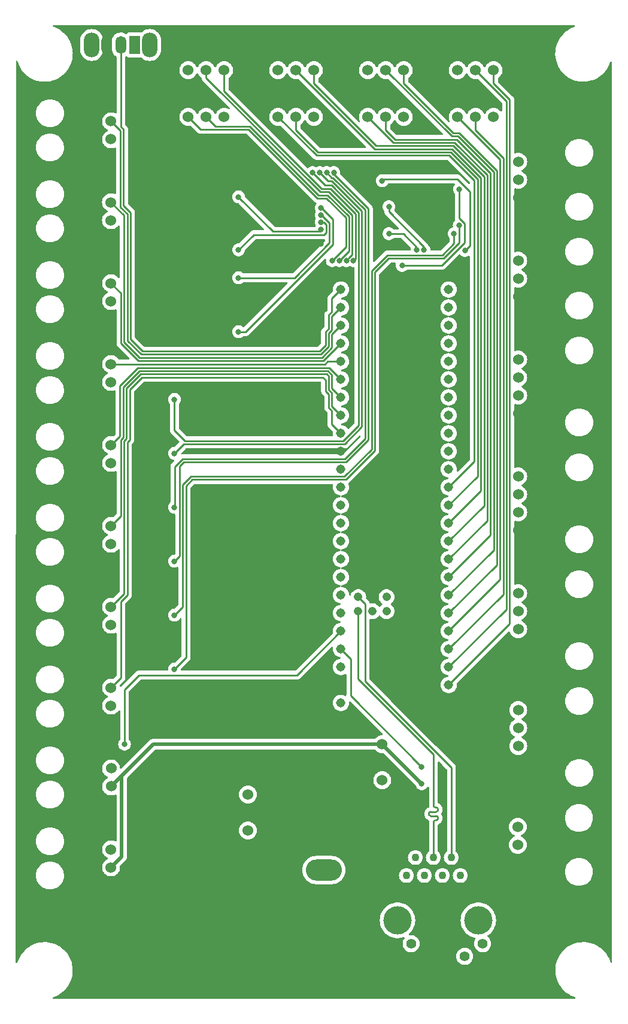
<source format=gbr>
%TF.GenerationSoftware,KiCad,Pcbnew,7.0.7*%
%TF.CreationDate,2023-11-13T00:04:04-06:00*%
%TF.ProjectId,Armboard_Hardware,41726d62-6f61-4726-945f-486172647761,rev?*%
%TF.SameCoordinates,Original*%
%TF.FileFunction,Copper,L2,Bot*%
%TF.FilePolarity,Positive*%
%FSLAX46Y46*%
G04 Gerber Fmt 4.6, Leading zero omitted, Abs format (unit mm)*
G04 Created by KiCad (PCBNEW 7.0.7) date 2023-11-13 00:04:04*
%MOMM*%
%LPD*%
G01*
G04 APERTURE LIST*
%TA.AperFunction,ComponentPad*%
%ADD10C,1.524000*%
%TD*%
%TA.AperFunction,ComponentPad*%
%ADD11C,1.308000*%
%TD*%
%TA.AperFunction,ComponentPad*%
%ADD12C,1.208000*%
%TD*%
%TA.AperFunction,ComponentPad*%
%ADD13O,2.200000X3.500000*%
%TD*%
%TA.AperFunction,ComponentPad*%
%ADD14R,1.500000X2.500000*%
%TD*%
%TA.AperFunction,ComponentPad*%
%ADD15O,1.500000X2.500000*%
%TD*%
%TA.AperFunction,ComponentPad*%
%ADD16C,1.100000*%
%TD*%
%TA.AperFunction,ComponentPad*%
%ADD17C,1.400000*%
%TD*%
%TA.AperFunction,ComponentPad*%
%ADD18C,4.000000*%
%TD*%
%TA.AperFunction,ComponentPad*%
%ADD19C,2.000000*%
%TD*%
%TA.AperFunction,ComponentPad*%
%ADD20O,5.100000X3.000000*%
%TD*%
%TA.AperFunction,ViaPad*%
%ADD21C,0.800000*%
%TD*%
%TA.AperFunction,Conductor*%
%ADD22C,0.254000*%
%TD*%
%TA.AperFunction,Conductor*%
%ADD23C,0.508000*%
%TD*%
G04 APERTURE END LIST*
D10*
%TO.P,Conn22,1*%
%TO.N,+3.3V*%
X136829800Y-118110000D03*
%TO.P,Conn22,2*%
%TO.N,Encoder3A*%
X136829800Y-120650000D03*
%TO.P,Conn22,3*%
%TO.N,Encoder3B*%
X136829800Y-123190000D03*
%TO.P,Conn22,4*%
%TO.N,GND*%
X136829800Y-125730000D03*
%TD*%
%TO.P,Conn19,1*%
%TO.N,+3.3V*%
X95250000Y-50800000D03*
%TO.P,Conn19,2*%
%TO.N,MOCO8_FWD*%
X92710000Y-50800000D03*
%TO.P,Conn19,3*%
%TO.N,MOCO8_RVS*%
X90170000Y-50800000D03*
%TD*%
%TO.P,U6,1,Vi*%
%TO.N,+12V*%
X117602000Y-144526000D03*
%TO.P,U6,2,GND*%
%TO.N,GND*%
X117602000Y-141986000D03*
%TO.P,U6,3,Vo*%
%TO.N,+5V*%
X117602000Y-139446000D03*
%TD*%
%TO.P,U1,1,Vi*%
%TO.N,+12V*%
X98605000Y-151638000D03*
%TO.P,U1,2,GND*%
%TO.N,GND*%
X98605000Y-149098000D03*
%TO.P,U1,3,Vo*%
%TO.N,+3.3V*%
X98605000Y-146558000D03*
%TD*%
%TO.P,Conn13,1*%
%TO.N,+3.3V*%
X102870000Y-44196000D03*
%TO.P,Conn13,2*%
%TO.N,MOCO2_FWD*%
X105410000Y-44196000D03*
%TO.P,Conn13,3*%
%TO.N,MOCO2_RVS*%
X107950000Y-44196000D03*
%TD*%
%TO.P,Conn16,1*%
%TO.N,+3.3V*%
X133350000Y-50800000D03*
%TO.P,Conn16,2*%
%TO.N,MOCO5_FWD*%
X130810000Y-50800000D03*
%TO.P,Conn16,3*%
%TO.N,MOCO5_RVS*%
X128270000Y-50800000D03*
%TD*%
%TO.P,Conn15,1*%
%TO.N,+3.3V*%
X128270000Y-44196000D03*
%TO.P,Conn15,2*%
%TO.N,MOCO4_FWD*%
X130810000Y-44196000D03*
%TO.P,Conn15,3*%
%TO.N,MOCO4_RVS*%
X133350000Y-44196000D03*
%TD*%
%TO.P,Conn4,1*%
%TO.N,+3.3V*%
X79248000Y-76835000D03*
%TO.P,Conn4,2*%
%TO.N,LIM_3*%
X79248000Y-74295000D03*
%TD*%
D11*
%TO.P,U2,0,RX1*%
%TO.N,MOCO4_RVS*%
X127000000Y-131080000D03*
%TO.P,U2,1,TX1*%
%TO.N,MOCO4_FWD*%
X127000000Y-128540000D03*
%TO.P,U2,2,OUT2*%
%TO.N,MOCO5_FWD*%
X127000000Y-126000000D03*
%TO.P,U2,3,LRCLK2*%
%TO.N,MOCO5_RVS*%
X127000000Y-123460000D03*
%TO.P,U2,3.3V_1,3.3V*%
%TO.N,unconnected-(U2-3.3V-Pad3.3V_1)*%
X127000000Y-98060000D03*
%TO.P,U2,3.3V_2,3.3V*%
X111760000Y-128540000D03*
%TO.P,U2,4,BCLK2*%
%TO.N,MOCO3_RVS*%
X127000000Y-120920000D03*
%TO.P,U2,5,IN2*%
%TO.N,MOCO3_FWD*%
X127000000Y-118380000D03*
%TO.P,U2,6,OUT1D*%
%TO.N,MOCO6_FWD*%
X127000000Y-115840000D03*
%TO.P,U2,7,RX2*%
%TO.N,MOCO6_RVS*%
X127000000Y-113300000D03*
%TO.P,U2,8,TX2*%
%TO.N,MOCO2_RVS*%
X127000000Y-110760000D03*
%TO.P,U2,9,OUT1C*%
%TO.N,MOCO2_FWD*%
X127000000Y-108220000D03*
%TO.P,U2,10,CS1*%
%TO.N,MOCO7_FWD*%
X127000000Y-105680000D03*
%TO.P,U2,11,MOSI*%
%TO.N,MOCO7_RVS*%
X127000000Y-103140000D03*
%TO.P,U2,12,MISO*%
%TO.N,Encoder4B*%
X127000000Y-100600000D03*
%TO.P,U2,13,SCK*%
%TO.N,unconnected-(U2-SCK-Pad13)*%
X111760000Y-100600000D03*
%TO.P,U2,14,A0*%
%TO.N,MOCO1_RVS*%
X111760000Y-103140000D03*
%TO.P,U2,15,A1*%
%TO.N,MOCO1_FWD*%
X111760000Y-105680000D03*
%TO.P,U2,16,A2*%
%TO.N,B_ENC_3*%
X111760000Y-108220000D03*
%TO.P,U2,17,A3*%
%TO.N,B_ENC_2*%
X111760000Y-110760000D03*
%TO.P,U2,18,A4*%
%TO.N,MOCO8_FWD*%
X111760000Y-113300000D03*
%TO.P,U2,19,A5*%
%TO.N,MOCO8_RVS*%
X111760000Y-115840000D03*
%TO.P,U2,20,A6*%
%TO.N,B_ENC_1*%
X111760000Y-118380000D03*
%TO.P,U2,21,A7*%
%TO.N,B_ENC_0*%
X111760000Y-120920000D03*
%TO.P,U2,22,A8*%
%TO.N,LAS*%
X111760000Y-123460000D03*
%TO.P,U2,23,A9*%
%TO.N,Servo*%
X111760000Y-126000000D03*
%TO.P,U2,24,A10*%
%TO.N,Encoder4A*%
X127000000Y-95520000D03*
%TO.P,U2,25,A11*%
%TO.N,Encoder3B*%
X127000000Y-92980000D03*
%TO.P,U2,26,A12*%
%TO.N,Encoder3A*%
X127000000Y-90440000D03*
%TO.P,U2,27,A13*%
%TO.N,Encoder2B*%
X127000000Y-87900000D03*
%TO.P,U2,28,RX7*%
%TO.N,Encoder2A*%
X127000000Y-85360000D03*
%TO.P,U2,29,TX7*%
%TO.N,Encoder1B*%
X127000000Y-82820000D03*
%TO.P,U2,30,CRX3*%
%TO.N,Encoder1A*%
X127000000Y-80280000D03*
%TO.P,U2,31,CTX3*%
%TO.N,AbsEncoder2*%
X127000000Y-77740000D03*
%TO.P,U2,32,OUT1B*%
%TO.N,AbsEncoder1*%
X127000000Y-75200000D03*
%TO.P,U2,33,MCLK2*%
%TO.N,DIR_SW*%
X111760000Y-75200000D03*
%TO.P,U2,34,RX8*%
%TO.N,LIM_1*%
X111760000Y-77740000D03*
%TO.P,U2,35,TX8*%
%TO.N,LIM_2*%
X111760000Y-80280000D03*
%TO.P,U2,36,CS2*%
%TO.N,LIM_3*%
X111760000Y-82820000D03*
%TO.P,U2,37,CS3*%
%TO.N,LIM_4*%
X111760000Y-85360000D03*
%TO.P,U2,38,A14*%
%TO.N,LIM_5*%
X111760000Y-87900000D03*
%TO.P,U2,39,A15*%
%TO.N,LIM_6*%
X111760000Y-90440000D03*
%TO.P,U2,40,A16*%
%TO.N,LIM_7*%
X111760000Y-92980000D03*
%TO.P,U2,41,A17*%
%TO.N,LIM_8*%
X111760000Y-95520000D03*
%TO.P,U2,GND1,GND*%
%TO.N,GND*%
X127000000Y-133620000D03*
%TO.P,U2,GND2,GND*%
X111760000Y-98060000D03*
%TO.P,U2,GND3,GND*%
X111760000Y-131080000D03*
D12*
%TO.P,U2,GND5,GND*%
X116210000Y-118650000D03*
%TO.P,U2,LED,LED*%
%TO.N,LED*%
X116210000Y-120650000D03*
%TO.P,U2,R+,R+*%
%TO.N,Rx+*%
X114210000Y-120650000D03*
%TO.P,U2,R-,R-*%
%TO.N,Rx-*%
X114210000Y-118650000D03*
%TO.P,U2,T+,T+*%
%TO.N,Tx+*%
X118210000Y-118650000D03*
%TO.P,U2,T-,T-*%
%TO.N,Tx-*%
X118210000Y-120650000D03*
D11*
%TO.P,U2,VIN,VIN*%
%TO.N,+5V*%
X111760000Y-133620000D03*
%TD*%
D10*
%TO.P,Conn17,1*%
%TO.N,+3.3V*%
X120650000Y-50800000D03*
%TO.P,Conn17,2*%
%TO.N,MOCO6_FWD*%
X118110000Y-50800000D03*
%TO.P,Conn17,3*%
%TO.N,MOCO6_RVS*%
X115570000Y-50800000D03*
%TD*%
%TO.P,Conn14,1*%
%TO.N,+3.3V*%
X115570000Y-44196000D03*
%TO.P,Conn14,2*%
%TO.N,MOCO3_FWD*%
X118110000Y-44196000D03*
%TO.P,Conn14,3*%
%TO.N,MOCO3_RVS*%
X120650000Y-44196000D03*
%TD*%
%TO.P,Conn23,1*%
%TO.N,+3.3V*%
X136829800Y-134620000D03*
%TO.P,Conn23,2*%
%TO.N,Encoder4A*%
X136829800Y-137160000D03*
%TO.P,Conn23,3*%
%TO.N,Encoder4B*%
X136829800Y-139700000D03*
%TO.P,Conn23,4*%
%TO.N,GND*%
X136829800Y-142240000D03*
%TD*%
%TO.P,Conn18,1*%
%TO.N,+3.3V*%
X107950000Y-50800000D03*
%TO.P,Conn18,2*%
%TO.N,MOCO7_FWD*%
X105410000Y-50800000D03*
%TO.P,Conn18,3*%
%TO.N,MOCO7_RVS*%
X102870000Y-50800000D03*
%TD*%
%TO.P,Conn6,1*%
%TO.N,+3.3V*%
X79248000Y-99695000D03*
%TO.P,Conn6,2*%
%TO.N,LIM_5*%
X79248000Y-97155000D03*
%TD*%
%TO.P,Conn3,1*%
%TO.N,+3.3V*%
X79244000Y-65405000D03*
%TO.P,Conn3,2*%
%TO.N,LIM_2*%
X79244000Y-62865000D03*
%TD*%
%TO.P,Conn10,1*%
%TO.N,+5V*%
X79248000Y-156845000D03*
%TO.P,Conn10,2*%
%TO.N,Net-(Q1-D)*%
X79248000Y-154305000D03*
%TD*%
%TO.P,Conn25,1*%
%TO.N,+3.3V*%
X136829800Y-71120000D03*
%TO.P,Conn25,2*%
%TO.N,AbsEncoder2*%
X136829800Y-73660000D03*
%TO.P,Conn25,3*%
%TO.N,GND*%
X136829800Y-76200000D03*
%TD*%
D13*
%TO.P,SW1,*%
%TO.N,*%
X84709000Y-40640000D03*
X76509000Y-40640000D03*
D14*
%TO.P,SW1,1,A*%
%TO.N,+3.3V*%
X82609000Y-40640000D03*
D15*
%TO.P,SW1,2,B*%
%TO.N,DIR_SW*%
X80609000Y-40640000D03*
%TO.P,SW1,3,C*%
%TO.N,GND*%
X78609000Y-40640000D03*
%TD*%
D10*
%TO.P,Conn26,1*%
%TO.N,+5V*%
X136779000Y-151130000D03*
%TO.P,Conn26,2*%
%TO.N,Servo*%
X136779000Y-153670000D03*
%TO.P,Conn26,3*%
%TO.N,GND*%
X136779000Y-156210000D03*
%TD*%
%TO.P,Conn9,1*%
%TO.N,+3.3V*%
X79248000Y-133985000D03*
%TO.P,Conn9,2*%
%TO.N,LIM_8*%
X79248000Y-131445000D03*
%TD*%
%TO.P,Conn21,1*%
%TO.N,+3.3V*%
X136829800Y-101600000D03*
%TO.P,Conn21,2*%
%TO.N,Encoder2A*%
X136829800Y-104140000D03*
%TO.P,Conn21,3*%
%TO.N,Encoder2B*%
X136829800Y-106680000D03*
%TO.P,Conn21,4*%
%TO.N,GND*%
X136829800Y-109220000D03*
%TD*%
D16*
%TO.P,J1,1*%
%TO.N,Tx+*%
X121030000Y-157990000D03*
%TO.P,J1,2*%
%TO.N,Net-(C6-Pad2)*%
X122300000Y-155450000D03*
%TO.P,J1,3*%
%TO.N,Tx-*%
X123570000Y-157990000D03*
%TO.P,J1,4*%
%TO.N,Rx+*%
X124840000Y-155450000D03*
%TO.P,J1,5*%
%TO.N,Net-(C6-Pad2)*%
X126110000Y-157990000D03*
%TO.P,J1,6*%
%TO.N,Rx-*%
X127380000Y-155450000D03*
%TO.P,J1,7*%
%TO.N,unconnected-(J1-Pad7)*%
X128650000Y-157990000D03*
%TO.P,J1,8*%
%TO.N,GND*%
X129920000Y-155450000D03*
D17*
%TO.P,J1,9*%
X119150000Y-169420000D03*
%TO.P,J1,10*%
%TO.N,LED*%
X121690000Y-167630000D03*
%TO.P,J1,11*%
%TO.N,unconnected-(J1-Pad11)*%
X129260000Y-169420000D03*
%TO.P,J1,12*%
%TO.N,unconnected-(J1-Pad12)*%
X131800000Y-167630000D03*
D18*
%TO.P,J1,13*%
%TO.N,N/C*%
X119760000Y-164340000D03*
%TO.P,J1,14*%
X131190000Y-164340000D03*
D19*
%TO.P,J1,SH*%
%TO.N,GND*%
X117600000Y-161290000D03*
X133350000Y-161290000D03*
%TD*%
D10*
%TO.P,Conn24,1*%
%TO.N,+3.3V*%
X136829800Y-57150000D03*
%TO.P,Conn24,2*%
%TO.N,AbsEncoder1*%
X136829800Y-59690000D03*
%TO.P,Conn24,3*%
%TO.N,GND*%
X136829800Y-62230000D03*
%TD*%
%TO.P,Conn2,1*%
%TO.N,+3.3V*%
X79248000Y-53973000D03*
%TO.P,Conn2,2*%
%TO.N,LIM_1*%
X79248000Y-51433000D03*
%TD*%
%TO.P,Conn7,1*%
%TO.N,+3.3V*%
X79248000Y-111125000D03*
%TO.P,Conn7,2*%
%TO.N,LIM_6*%
X79248000Y-108585000D03*
%TD*%
%TO.P,Conn11,1*%
%TO.N,+5V*%
X79252000Y-145413000D03*
%TO.P,Conn11,2*%
%TO.N,Net-(Q1-D)*%
X79252000Y-142873000D03*
%TD*%
D20*
%TO.P,Conn1,1,GND*%
%TO.N,GND*%
X101473000Y-157226000D03*
%TO.P,Conn1,2,V+Log*%
%TO.N,+12V*%
X109347000Y-157226000D03*
%TD*%
D10*
%TO.P,Conn8,1*%
%TO.N,+3.3V*%
X79248000Y-122555000D03*
%TO.P,Conn8,2*%
%TO.N,LIM_7*%
X79248000Y-120015000D03*
%TD*%
%TO.P,Conn20,1*%
%TO.N,+3.3V*%
X136829800Y-85090000D03*
%TO.P,Conn20,2*%
%TO.N,Encoder1A*%
X136829800Y-87630000D03*
%TO.P,Conn20,3*%
%TO.N,Encoder1B*%
X136829800Y-90170000D03*
%TO.P,Conn20,4*%
%TO.N,GND*%
X136829800Y-92710000D03*
%TD*%
%TO.P,Conn12,1*%
%TO.N,+3.3V*%
X90170000Y-44196000D03*
%TO.P,Conn12,2*%
%TO.N,MOCO1_FWD*%
X92710000Y-44196000D03*
%TO.P,Conn12,3*%
%TO.N,MOCO1_RVS*%
X95250000Y-44196000D03*
%TD*%
%TO.P,Conn5,1*%
%TO.N,+3.3V*%
X79248000Y-88265000D03*
%TO.P,Conn5,2*%
%TO.N,LIM_4*%
X79248000Y-85725000D03*
%TD*%
D21*
%TO.N,GND*%
X106934000Y-117475000D03*
X106807000Y-98044000D03*
X106680000Y-92964000D03*
X127381000Y-64770000D03*
X108966000Y-68707000D03*
X75819000Y-162890200D03*
X104013000Y-64008000D03*
X118237000Y-68580000D03*
X117094000Y-109093000D03*
%TO.N,+5V*%
X123190000Y-145034000D03*
%TO.N,MOCO8_FWD*%
X111539160Y-71135335D03*
%TO.N,MOCO8_RVS*%
X110539664Y-71139011D03*
%TO.N,MOCO1_FWD*%
X112538659Y-71137950D03*
%TO.N,MOCO1_RVS*%
X113538000Y-71120000D03*
%TO.N,Servo*%
X123190000Y-142621000D03*
%TO.N,LAS*%
X81153000Y-139446000D03*
%TO.N,B_1*%
X97282000Y-62103000D03*
X108966000Y-66675000D03*
%TO.N,B_4*%
X97282000Y-81153000D03*
X108966000Y-63676491D03*
%TO.N,B_7*%
X88212300Y-105968800D03*
X109750226Y-58674000D03*
%TO.N,B_2*%
X97282000Y-69596000D03*
X108966000Y-65675497D03*
%TO.N,B_5*%
X107751220Y-58674000D03*
X88212300Y-90728800D03*
%TO.N,B_8*%
X110749729Y-58674000D03*
X88212300Y-113588800D03*
%TO.N,B_3*%
X108966000Y-64675994D03*
X97282000Y-73533000D03*
%TO.N,B_6*%
X108750723Y-58674000D03*
X88212300Y-98348800D03*
%TO.N,B_9*%
X127762000Y-67310000D03*
X88212300Y-121208800D03*
%TO.N,B_10*%
X88212300Y-128828800D03*
X128489000Y-66132000D03*
%TO.N,B_ENC_0*%
X123499220Y-69596000D03*
X118546220Y-63500000D03*
%TO.N,B_ENC_1*%
X122499717Y-69596000D03*
X118546220Y-67310000D03*
%TO.N,B_ENC_3*%
X128524000Y-61015220D03*
X120423095Y-71792500D03*
%TO.N,Net-(U4-S0)*%
X117602000Y-59817000D03*
X129311400Y-69697600D03*
%TD*%
D22*
%TO.N,MOCO8_FWD*%
X94034000Y-52124000D02*
X92710000Y-50800000D01*
X98888982Y-52124000D02*
X94034000Y-52124000D01*
X108613982Y-61849000D02*
X98888982Y-52124000D01*
X109874186Y-61849000D02*
X108613982Y-61849000D01*
X112903000Y-64877814D02*
X109874186Y-61849000D01*
X111811659Y-70836816D02*
X112903000Y-69745475D01*
X111811659Y-70862836D02*
X111811659Y-70836816D01*
X111539160Y-71135335D02*
X111811659Y-70862836D01*
X112903000Y-69745475D02*
X112903000Y-64877814D01*
%TO.N,MOCO8_RVS*%
X91948000Y-52578000D02*
X90170000Y-50800000D01*
X109686134Y-62303000D02*
X108425930Y-62303000D01*
X108425930Y-62303000D02*
X98700930Y-52578000D01*
X112449000Y-65065866D02*
X109686134Y-62303000D01*
X112449000Y-69197361D02*
X112449000Y-65065866D01*
X98700930Y-52578000D02*
X91948000Y-52578000D01*
X110812160Y-70834201D02*
X112449000Y-69197361D01*
X110812160Y-70866515D02*
X110812160Y-70834201D01*
X110539664Y-71139011D02*
X110812160Y-70866515D01*
%TO.N,MOCO1_RVS*%
X113811000Y-64501710D02*
X110250290Y-60941000D01*
X108990086Y-60941000D02*
X95250000Y-47200914D01*
X113811000Y-70847000D02*
X113811000Y-64501710D01*
X110250290Y-60941000D02*
X108990086Y-60941000D01*
X95250000Y-47200914D02*
X95250000Y-44196000D01*
X113538000Y-71120000D02*
X113811000Y-70847000D01*
%TO.N,MOCO1_FWD*%
X108802034Y-61395000D02*
X92710000Y-45302966D01*
X112811000Y-70818866D02*
X113357000Y-70272866D01*
X113357000Y-70272866D02*
X113357000Y-64689762D01*
X92710000Y-45302966D02*
X92710000Y-44196000D01*
X112811000Y-70865609D02*
X112811000Y-70818866D01*
X113357000Y-64689762D02*
X110062238Y-61395000D01*
X110062238Y-61395000D02*
X108802034Y-61395000D01*
X112538659Y-71137950D02*
X112811000Y-70865609D01*
%TO.N,MOCO2_RVS*%
X132004000Y-105756000D02*
X127000000Y-110760000D01*
X116739052Y-54883000D02*
X127646948Y-54883000D01*
X127646948Y-54883000D02*
X132004000Y-59240052D01*
X132004000Y-59240052D02*
X132004000Y-105756000D01*
X107950000Y-46093948D02*
X116739052Y-54883000D01*
X107950000Y-44196000D02*
X107950000Y-46093948D01*
%TO.N,MOCO2_FWD*%
X131550000Y-103670000D02*
X127000000Y-108220000D01*
X127458896Y-55337000D02*
X131550000Y-59428104D01*
X116551000Y-55337000D02*
X127458896Y-55337000D01*
X105410000Y-44196000D02*
X116551000Y-55337000D01*
X131550000Y-59428104D02*
X131550000Y-103670000D01*
%TO.N,MOCO3_RVS*%
X133820000Y-58382000D02*
X133820000Y-114100000D01*
X133820000Y-114100000D02*
X127000000Y-120920000D01*
X128505000Y-53067000D02*
X133820000Y-58382000D01*
X120650000Y-46093948D02*
X127623052Y-53067000D01*
X120650000Y-44196000D02*
X120650000Y-46093948D01*
X127623052Y-53067000D02*
X128505000Y-53067000D01*
%TO.N,MOCO3_FWD*%
X118110000Y-44196000D02*
X127435000Y-53521000D01*
X127435000Y-53521000D02*
X128316948Y-53521000D01*
X133366000Y-58570052D02*
X133366000Y-112014000D01*
X128316948Y-53521000D02*
X133366000Y-58570052D01*
X133366000Y-112014000D02*
X127000000Y-118380000D01*
%TO.N,MOCO4_RVS*%
X135636000Y-122444000D02*
X127000000Y-131080000D01*
X133350000Y-46093948D02*
X135636000Y-48379948D01*
X135636000Y-48379948D02*
X135636000Y-122444000D01*
X133350000Y-44196000D02*
X133350000Y-46093948D01*
%TO.N,MOCO4_FWD*%
X135182000Y-120358000D02*
X127000000Y-128540000D01*
X135182000Y-48568000D02*
X135182000Y-120358000D01*
X130810000Y-44196000D02*
X135182000Y-48568000D01*
D23*
%TO.N,+5V*%
X79248000Y-156845000D02*
X80772000Y-155321000D01*
X80772000Y-155321000D02*
X80772000Y-143891000D01*
X79252000Y-145411000D02*
X79252000Y-145413000D01*
X85217000Y-139446000D02*
X79252000Y-145411000D01*
X117602000Y-139446000D02*
X85217000Y-139446000D01*
X79252000Y-145419000D02*
X79252000Y-145413000D01*
D22*
%TO.N,GND*%
X127000000Y-133334000D02*
X127000000Y-133350000D01*
D23*
%TO.N,+5V*%
X123190000Y-145034000D02*
X117602000Y-139446000D01*
D22*
%TO.N,LIM_1*%
X111744000Y-77740000D02*
X110490000Y-78994000D01*
X110036000Y-83243896D02*
X108916896Y-84363000D01*
X110036000Y-81361948D02*
X110036000Y-83243896D01*
X110490000Y-80907948D02*
X110036000Y-81361948D01*
X80572000Y-52757000D02*
X79248000Y-51433000D01*
X108916896Y-84363000D02*
X83488104Y-84363000D01*
X80572000Y-63550948D02*
X80572000Y-52757000D01*
X111760000Y-77740000D02*
X111744000Y-77740000D01*
X81553000Y-64531948D02*
X80572000Y-63550948D01*
X81553000Y-82427896D02*
X81553000Y-64531948D01*
X83488104Y-84363000D02*
X81553000Y-82427896D01*
X110490000Y-78994000D02*
X110490000Y-80907948D01*
%TO.N,LIM_4*%
X79248000Y-85725000D02*
X109481053Y-85725000D01*
X109862052Y-85344000D02*
X111744000Y-85344000D01*
X111744000Y-85344000D02*
X111760000Y-85360000D01*
X109481053Y-85725000D02*
X109862052Y-85344000D01*
%TO.N,LIM_2*%
X110490000Y-83431948D02*
X109104948Y-84817000D01*
X110490000Y-81550000D02*
X110490000Y-83431948D01*
X83300052Y-84817000D02*
X81099000Y-82615948D01*
X109104948Y-84817000D02*
X83300052Y-84817000D01*
X81099000Y-64720000D02*
X79244000Y-62865000D01*
X81099000Y-82615948D02*
X81099000Y-64720000D01*
X111760000Y-80280000D02*
X110490000Y-81550000D01*
%TO.N,LIM_5*%
X111760000Y-87900000D02*
X111760000Y-87884000D01*
X80518000Y-95885000D02*
X79248000Y-97155000D01*
X111760000Y-87884000D02*
X110109000Y-86233000D01*
X83058000Y-86233000D02*
X80518000Y-88773000D01*
X80518000Y-88773000D02*
X80518000Y-95885000D01*
X110109000Y-86233000D02*
X83058000Y-86233000D01*
%TO.N,LIM_3*%
X111760000Y-82820000D02*
X111744000Y-82820000D01*
X80645000Y-75692000D02*
X79248000Y-74295000D01*
X111744000Y-82820000D02*
X109293000Y-85271000D01*
X109293000Y-85271000D02*
X83112000Y-85271000D01*
X80645000Y-82804000D02*
X80645000Y-75692000D01*
X83112000Y-85271000D02*
X80645000Y-82804000D01*
%TO.N,LIM_6*%
X110490000Y-89170000D02*
X110490000Y-87256052D01*
X80972000Y-88961052D02*
X80972000Y-96073052D01*
X83246052Y-86687000D02*
X80972000Y-88961052D01*
X110490000Y-87256052D02*
X109920948Y-86687000D01*
X80645000Y-107188000D02*
X79248000Y-108585000D01*
X80972000Y-96073052D02*
X80645000Y-96400052D01*
X109920948Y-86687000D02*
X83246052Y-86687000D01*
X80645000Y-96400052D02*
X80645000Y-107188000D01*
X111760000Y-90440000D02*
X110490000Y-89170000D01*
%TO.N,LIM_7*%
X81426000Y-96261104D02*
X81099000Y-96588104D01*
X83434104Y-87141000D02*
X81426000Y-89149104D01*
X109732896Y-87141000D02*
X83434104Y-87141000D01*
X110036000Y-89358052D02*
X110036000Y-87444104D01*
X110490000Y-91710000D02*
X110490000Y-89812052D01*
X110036000Y-87444104D02*
X109732896Y-87141000D01*
X111760000Y-92980000D02*
X110490000Y-91710000D01*
X81426000Y-89149104D02*
X81426000Y-96261104D01*
X81099000Y-118164000D02*
X79248000Y-120015000D01*
X81099000Y-96588104D02*
X81099000Y-118164000D01*
X110490000Y-89812052D02*
X110036000Y-89358052D01*
%TO.N,LIM_8*%
X109185000Y-87595000D02*
X83622156Y-87595000D01*
X81880000Y-96449156D02*
X81553000Y-96776156D01*
X110036000Y-90000104D02*
X109582000Y-89546104D01*
X81553000Y-96776156D02*
X81553000Y-118352052D01*
X111760000Y-95520000D02*
X110490000Y-94250000D01*
X80645000Y-130048000D02*
X79248000Y-131445000D01*
X81553000Y-118352052D02*
X80645000Y-119260052D01*
X110490000Y-92352052D02*
X110036000Y-91898052D01*
X83622156Y-87595000D02*
X81880000Y-89337156D01*
X110036000Y-91898052D02*
X110036000Y-90000104D01*
X109582000Y-89546104D02*
X109582000Y-87992000D01*
X80645000Y-119260052D02*
X80645000Y-130048000D01*
X81880000Y-89337156D02*
X81880000Y-96449156D01*
X110490000Y-94250000D02*
X110490000Y-92352052D01*
X109582000Y-87992000D02*
X109185000Y-87595000D01*
%TO.N,MOCO6_FWD*%
X132912000Y-109928000D02*
X127000000Y-115840000D01*
X118110000Y-52697948D02*
X119387052Y-53975000D01*
X119387052Y-53975000D02*
X128128896Y-53975000D01*
X128128896Y-53975000D02*
X132912000Y-58758104D01*
X132912000Y-58758104D02*
X132912000Y-109928000D01*
X118110000Y-50800000D02*
X118110000Y-52697948D01*
%TO.N,MOCO6_RVS*%
X132458000Y-59052000D02*
X132458000Y-107842000D01*
X115570000Y-50800000D02*
X119199000Y-54429000D01*
X132458000Y-107842000D02*
X127000000Y-113300000D01*
X119199000Y-54429000D02*
X127835000Y-54429000D01*
X127835000Y-54429000D02*
X132458000Y-59052000D01*
%TO.N,MOCO3_RVS*%
X127238000Y-120650000D02*
X127000000Y-120650000D01*
%TO.N,MOCO5_FWD*%
X130810000Y-50800000D02*
X130810000Y-52697948D01*
X134728000Y-56615948D02*
X134728000Y-118272000D01*
X134728000Y-118272000D02*
X127000000Y-126000000D01*
X130810000Y-52697948D02*
X134728000Y-56615948D01*
%TO.N,MOCO5_RVS*%
X134274000Y-56804000D02*
X134274000Y-116186000D01*
X128270000Y-50800000D02*
X134274000Y-56804000D01*
X134274000Y-116186000D02*
X127000000Y-123460000D01*
%TO.N,MOCO7_FWD*%
X131096000Y-59616156D02*
X131096000Y-101584000D01*
X108503052Y-55791000D02*
X127270844Y-55791000D01*
X105410000Y-50800000D02*
X105410000Y-52697948D01*
X127270844Y-55791000D02*
X131096000Y-59616156D01*
X105410000Y-52697948D02*
X108503052Y-55791000D01*
X131096000Y-101584000D02*
X127000000Y-105680000D01*
%TO.N,MOCO7_RVS*%
X130642000Y-99498000D02*
X127000000Y-103140000D01*
X130642000Y-59804208D02*
X130642000Y-99498000D01*
X108315000Y-56245000D02*
X127082792Y-56245000D01*
X102870000Y-50800000D02*
X108315000Y-56245000D01*
X127082792Y-56245000D02*
X130642000Y-59804208D01*
%TO.N,Servo*%
X123190000Y-142621000D02*
X113157000Y-132588000D01*
X113157000Y-132588000D02*
X113157000Y-127397000D01*
X113157000Y-127397000D02*
X111760000Y-126000000D01*
%TO.N,Rx+*%
X124840000Y-152541353D02*
X124840000Y-155450000D01*
X125140000Y-148382000D02*
X125220439Y-148382000D01*
X114210000Y-120650000D02*
X114210000Y-130219052D01*
X125220439Y-148982000D02*
X125140000Y-148982000D01*
X125140000Y-148982000D02*
X124459561Y-148982000D01*
X124840000Y-149582000D02*
X125220449Y-149582000D01*
X114210000Y-130219052D02*
X124840000Y-140849052D01*
X125220449Y-150182000D02*
X125140000Y-150182000D01*
X124840000Y-150482000D02*
X124840000Y-152541353D01*
X124459561Y-149582000D02*
X124840000Y-149582000D01*
X124840000Y-140849052D02*
X124840000Y-148082000D01*
X125520400Y-149882000D02*
G75*
G03*
X125220449Y-149582000I-300000J0D01*
G01*
X125140000Y-150182000D02*
G75*
G03*
X124840000Y-150482000I0J-300000D01*
G01*
X125220439Y-148982039D02*
G75*
G03*
X125520439Y-148682000I-39J300039D01*
G01*
X124159600Y-149282000D02*
G75*
G03*
X124459561Y-149582000I300000J0D01*
G01*
X125220449Y-150182049D02*
G75*
G03*
X125520449Y-149882000I-49J300049D01*
G01*
X125520400Y-148682000D02*
G75*
G03*
X125220439Y-148382000I-300000J0D01*
G01*
X124840000Y-148082000D02*
G75*
G03*
X125140000Y-148382000I300000J0D01*
G01*
X124459561Y-148981961D02*
G75*
G03*
X124159561Y-149282000I39J-300039D01*
G01*
%TO.N,Rx-*%
X115189000Y-130556000D02*
X115189000Y-119629000D01*
X127381000Y-155449000D02*
X127381000Y-142748000D01*
X115189000Y-119629000D02*
X114210000Y-118650000D01*
X127380000Y-155450000D02*
X127381000Y-155449000D01*
X127381000Y-142748000D02*
X115189000Y-130556000D01*
%TO.N,LAS*%
X81153000Y-139446000D02*
X81153000Y-131699000D01*
X81153000Y-131699000D02*
X83185000Y-129667000D01*
X105553000Y-129667000D02*
X111760000Y-123460000D01*
X83185000Y-129667000D02*
X105553000Y-129667000D01*
%TO.N,DIR_SW*%
X110490000Y-78351948D02*
X110490000Y-76470000D01*
X82007000Y-64343896D02*
X82007000Y-82239844D01*
X109582000Y-83055844D02*
X109582000Y-81173896D01*
X81026000Y-63362896D02*
X82007000Y-64343896D01*
X81026000Y-52568948D02*
X81026000Y-63362896D01*
X110490000Y-76470000D02*
X111760000Y-75200000D01*
X109582000Y-81173896D02*
X110036000Y-80719896D01*
X108728844Y-83909000D02*
X109582000Y-83055844D01*
X80736000Y-39878000D02*
X80736000Y-40532000D01*
X82007000Y-82239844D02*
X83676156Y-83909000D01*
X80645000Y-52187948D02*
X81026000Y-52568948D01*
X110036000Y-78805948D02*
X110490000Y-78351948D01*
X110036000Y-80719896D02*
X110036000Y-78805948D01*
X80645000Y-40676000D02*
X80645000Y-52187948D01*
X83676156Y-83909000D02*
X108728844Y-83909000D01*
X80609000Y-40640000D02*
X80645000Y-40676000D01*
%TO.N,B_1*%
X108658000Y-66983000D02*
X102162000Y-66983000D01*
X108966000Y-66675000D02*
X108658000Y-66983000D01*
X102162000Y-66983000D02*
X97282000Y-62103000D01*
%TO.N,B_4*%
X98298000Y-81153000D02*
X97282000Y-81153000D01*
X110601000Y-65282860D02*
X110601000Y-68850000D01*
X108994631Y-63676491D02*
X110601000Y-65282860D01*
X108966000Y-63676491D02*
X108994631Y-63676491D01*
X110601000Y-68850000D02*
X98298000Y-81153000D01*
%TO.N,B_7*%
X110636446Y-59401000D02*
X110448595Y-59401000D01*
X115173000Y-63937553D02*
X110636446Y-59401000D01*
X112333948Y-99114000D02*
X115173000Y-96274948D01*
X88265000Y-105916100D02*
X88265000Y-100203000D01*
X88265000Y-100203000D02*
X89354000Y-99114000D01*
X88212300Y-105968800D02*
X88265000Y-105916100D01*
X110448595Y-59401000D02*
X109750226Y-58702631D01*
X115173000Y-96274948D02*
X115173000Y-63937553D01*
X109750226Y-58702631D02*
X109750226Y-58674000D01*
X89354000Y-99114000D02*
X112333948Y-99114000D01*
%TO.N,B_2*%
X108966000Y-65675497D02*
X109363497Y-65675497D01*
X109693000Y-67126000D02*
X109382000Y-67437000D01*
X109363497Y-65675497D02*
X109693000Y-66005000D01*
X109693000Y-66005000D02*
X109693000Y-67126000D01*
X109382000Y-67437000D02*
X99441000Y-67437000D01*
X99441000Y-67437000D02*
X97282000Y-69596000D01*
%TO.N,B_5*%
X89716000Y-96574000D02*
X88212300Y-95070300D01*
X88212300Y-95070300D02*
X88212300Y-90728800D01*
X114265000Y-94402344D02*
X112093344Y-96574000D01*
X107751220Y-58674000D02*
X107751220Y-58702631D01*
X114265000Y-64313658D02*
X114265000Y-94402344D01*
X112093344Y-96574000D02*
X89716000Y-96574000D01*
X110438342Y-60487000D02*
X114265000Y-64313658D01*
X109535589Y-60487000D02*
X110438342Y-60487000D01*
X107751220Y-58702631D02*
X109535589Y-60487000D01*
%TO.N,B_8*%
X115627000Y-96463000D02*
X115627000Y-63749500D01*
X110824498Y-58946999D02*
X110636647Y-58947000D01*
X110556688Y-58867041D02*
X110749729Y-58674000D01*
X115627000Y-63749500D02*
X110824498Y-58946999D01*
X110636647Y-58947000D02*
X110556688Y-58867041D01*
X112522000Y-99568000D02*
X115627000Y-96463000D01*
X88939300Y-100170752D02*
X89542052Y-99568000D01*
X88939300Y-112861800D02*
X88939300Y-100170752D01*
X88212300Y-113588800D02*
X88939300Y-112861800D01*
X89542052Y-99568000D02*
X112522000Y-99568000D01*
%TO.N,B_3*%
X110147000Y-65816948D02*
X110147000Y-68554134D01*
X108966000Y-64675994D02*
X109006046Y-64675994D01*
X109006046Y-64675994D02*
X110147000Y-65816948D01*
X105168134Y-73533000D02*
X97282000Y-73533000D01*
X110147000Y-68554134D02*
X105168134Y-73533000D01*
%TO.N,B_6*%
X108750723Y-58674000D02*
X108750723Y-58702631D01*
X109903092Y-59855000D02*
X110448394Y-59855000D01*
X108750723Y-58702631D02*
X109903092Y-59855000D01*
X114719000Y-94590396D02*
X112281396Y-97028000D01*
X114719000Y-64125606D02*
X114719000Y-94590396D01*
X110448394Y-59855000D02*
X114719000Y-64125606D01*
X89533100Y-97028000D02*
X88212300Y-98348800D01*
X112281396Y-97028000D02*
X89533100Y-97028000D01*
%TO.N,B_9*%
X118320168Y-70323000D02*
X116081000Y-72562168D01*
X126074220Y-70323000D02*
X118320168Y-70323000D01*
X112268000Y-101600000D02*
X90551000Y-101600000D01*
X116081000Y-72562168D02*
X116081000Y-97787000D01*
X127762000Y-67310000D02*
X127762000Y-68635220D01*
X90551000Y-101600000D02*
X89393300Y-102757700D01*
X116081000Y-97787000D02*
X112268000Y-101600000D01*
X89393300Y-102757700D02*
X89393300Y-120027800D01*
X89393300Y-120027800D02*
X88212300Y-121208800D01*
X127762000Y-68635220D02*
X126074220Y-70323000D01*
%TO.N,B_10*%
X112456052Y-102054000D02*
X90739052Y-102054000D01*
X89847300Y-127193800D02*
X88212300Y-128828800D01*
X89847300Y-102945752D02*
X89847300Y-127193800D01*
X118508220Y-70777000D02*
X116535000Y-72750220D01*
X90739052Y-102054000D02*
X89847300Y-102945752D01*
X126262272Y-70777000D02*
X118508220Y-70777000D01*
X128489000Y-66132000D02*
X128489000Y-68550273D01*
X116535000Y-72750220D02*
X116535000Y-97975052D01*
X116535000Y-97975052D02*
X112456052Y-102054000D01*
X128489000Y-68550273D02*
X126262272Y-70777000D01*
%TO.N,B_ENC_0*%
X118546220Y-64198500D02*
X118546220Y-63500000D01*
X123499220Y-69151500D02*
X118546220Y-64198500D01*
X123499220Y-69596000D02*
X123499220Y-69151500D01*
%TO.N,B_ENC_1*%
X122499717Y-69231497D02*
X120578220Y-67310000D01*
X120578220Y-67310000D02*
X118546220Y-67310000D01*
X122499717Y-69596000D02*
X122499717Y-69231497D01*
%TO.N,B_ENC_3*%
X129216000Y-68578220D02*
X126001720Y-71792500D01*
X126001720Y-71792500D02*
X120423095Y-71792500D01*
X128524000Y-61015220D02*
X128524000Y-65138866D01*
X129216000Y-65830866D02*
X129216000Y-68578220D01*
X128524000Y-65138866D02*
X129216000Y-65830866D01*
%TO.N,Net-(U4-S0)*%
X130014220Y-61366866D02*
X130014220Y-68994780D01*
X128210354Y-59563000D02*
X130014220Y-61366866D01*
X117602000Y-59817000D02*
X117856000Y-59563000D01*
X130014220Y-68994780D02*
X129311400Y-69697600D01*
X117856000Y-59563000D02*
X128210354Y-59563000D01*
%TD*%
%TA.AperFunction,Conductor*%
%TO.N,GND*%
G36*
X108897539Y-88242185D02*
G01*
X108943294Y-88294989D01*
X108954500Y-88346500D01*
X108954500Y-89463136D01*
X108952772Y-89478785D01*
X108953054Y-89478812D01*
X108952319Y-89486579D01*
X108954500Y-89555963D01*
X108954500Y-89585581D01*
X108955371Y-89592484D01*
X108955829Y-89598303D01*
X108957298Y-89645046D01*
X108962916Y-89664379D01*
X108966862Y-89683433D01*
X108969383Y-89703391D01*
X108969386Y-89703403D01*
X108986595Y-89746869D01*
X108988487Y-89752397D01*
X109001530Y-89797291D01*
X109001530Y-89797292D01*
X109011777Y-89814619D01*
X109020335Y-89832089D01*
X109027745Y-89850805D01*
X109055229Y-89888633D01*
X109058437Y-89893517D01*
X109082234Y-89933756D01*
X109082240Y-89933764D01*
X109096469Y-89947992D01*
X109109109Y-89962791D01*
X109120934Y-89979068D01*
X109120936Y-89979069D01*
X109120937Y-89979071D01*
X109156957Y-90008869D01*
X109161268Y-90012791D01*
X109318474Y-90169997D01*
X109372181Y-90223704D01*
X109405666Y-90285027D01*
X109408500Y-90311385D01*
X109408500Y-91815084D01*
X109406772Y-91830733D01*
X109407054Y-91830760D01*
X109406319Y-91838527D01*
X109408500Y-91907911D01*
X109408500Y-91937529D01*
X109409371Y-91944432D01*
X109409829Y-91950251D01*
X109411298Y-91996994D01*
X109416916Y-92016327D01*
X109420862Y-92035381D01*
X109423383Y-92055339D01*
X109423386Y-92055351D01*
X109440595Y-92098817D01*
X109442487Y-92104345D01*
X109455530Y-92149239D01*
X109455530Y-92149240D01*
X109465777Y-92166567D01*
X109474335Y-92184037D01*
X109481745Y-92202753D01*
X109509229Y-92240581D01*
X109512437Y-92245465D01*
X109536234Y-92285704D01*
X109536240Y-92285712D01*
X109550469Y-92299940D01*
X109563109Y-92314739D01*
X109574934Y-92331016D01*
X109574936Y-92331017D01*
X109574937Y-92331019D01*
X109610957Y-92360817D01*
X109615268Y-92364739D01*
X109733725Y-92483196D01*
X109826181Y-92575652D01*
X109859666Y-92636975D01*
X109862500Y-92663333D01*
X109862500Y-94167032D01*
X109860772Y-94182681D01*
X109861054Y-94182708D01*
X109860319Y-94190475D01*
X109862500Y-94259859D01*
X109862500Y-94289477D01*
X109863371Y-94296380D01*
X109863829Y-94302199D01*
X109865298Y-94348942D01*
X109868755Y-94360841D01*
X109870109Y-94365500D01*
X109870916Y-94368275D01*
X109874862Y-94387329D01*
X109877383Y-94407287D01*
X109877386Y-94407299D01*
X109894595Y-94450765D01*
X109896487Y-94456293D01*
X109909530Y-94501187D01*
X109909530Y-94501188D01*
X109919777Y-94518515D01*
X109928335Y-94535985D01*
X109935745Y-94554701D01*
X109963229Y-94592529D01*
X109966437Y-94597413D01*
X109990234Y-94637652D01*
X109990240Y-94637660D01*
X110004469Y-94651888D01*
X110017109Y-94666687D01*
X110028934Y-94682964D01*
X110028936Y-94682965D01*
X110028937Y-94682967D01*
X110064957Y-94712765D01*
X110069268Y-94716687D01*
X110339913Y-94987332D01*
X110582462Y-95229881D01*
X110615947Y-95291204D01*
X110618252Y-95329003D01*
X110600554Y-95519999D01*
X110600554Y-95520000D01*
X110620295Y-95733047D01*
X110620296Y-95733050D01*
X110636092Y-95788566D01*
X110635505Y-95858433D01*
X110597239Y-95916892D01*
X110533441Y-95945382D01*
X110516826Y-95946500D01*
X90027281Y-95946500D01*
X89960242Y-95926815D01*
X89939600Y-95910181D01*
X88876119Y-94846700D01*
X88842634Y-94785377D01*
X88839800Y-94759019D01*
X88839800Y-91425265D01*
X88859485Y-91358226D01*
X88871643Y-91342300D01*
X88944833Y-91261016D01*
X89039479Y-91097084D01*
X89097974Y-90917056D01*
X89117760Y-90728800D01*
X89097974Y-90540544D01*
X89039479Y-90360516D01*
X88944833Y-90196584D01*
X88818171Y-90055912D01*
X88818170Y-90055911D01*
X88665034Y-89944651D01*
X88665029Y-89944648D01*
X88492107Y-89867657D01*
X88492102Y-89867655D01*
X88346301Y-89836665D01*
X88306946Y-89828300D01*
X88117654Y-89828300D01*
X88099828Y-89832089D01*
X87932497Y-89867655D01*
X87932492Y-89867657D01*
X87759570Y-89944648D01*
X87759565Y-89944651D01*
X87606429Y-90055911D01*
X87479766Y-90196585D01*
X87385121Y-90360515D01*
X87385118Y-90360522D01*
X87346049Y-90480766D01*
X87326626Y-90540544D01*
X87306840Y-90728800D01*
X87326626Y-90917056D01*
X87326627Y-90917059D01*
X87385118Y-91097077D01*
X87385121Y-91097084D01*
X87451216Y-91211565D01*
X87479767Y-91261016D01*
X87552951Y-91342294D01*
X87583180Y-91405284D01*
X87584800Y-91425265D01*
X87584800Y-94987332D01*
X87583072Y-95002981D01*
X87583354Y-95003008D01*
X87582619Y-95010775D01*
X87584800Y-95080159D01*
X87584800Y-95109777D01*
X87585671Y-95116680D01*
X87586129Y-95122499D01*
X87587598Y-95169242D01*
X87593216Y-95188575D01*
X87597162Y-95207629D01*
X87599683Y-95227587D01*
X87599686Y-95227599D01*
X87616895Y-95271065D01*
X87618787Y-95276593D01*
X87631830Y-95321487D01*
X87631830Y-95321488D01*
X87642077Y-95338815D01*
X87650635Y-95356285D01*
X87658045Y-95375001D01*
X87685529Y-95412829D01*
X87688737Y-95417713D01*
X87712534Y-95457952D01*
X87712540Y-95457960D01*
X87726769Y-95472188D01*
X87739409Y-95486987D01*
X87751234Y-95503264D01*
X87751236Y-95503265D01*
X87751237Y-95503267D01*
X87771463Y-95519999D01*
X87787257Y-95533065D01*
X87791568Y-95536987D01*
X88384951Y-96130370D01*
X88876450Y-96621869D01*
X88909935Y-96683192D01*
X88904951Y-96752884D01*
X88876450Y-96797231D01*
X88261700Y-97411981D01*
X88200377Y-97445466D01*
X88174019Y-97448300D01*
X88117654Y-97448300D01*
X88085197Y-97455198D01*
X87932497Y-97487655D01*
X87932492Y-97487657D01*
X87759570Y-97564648D01*
X87759565Y-97564651D01*
X87606429Y-97675911D01*
X87479766Y-97816585D01*
X87385121Y-97980515D01*
X87385118Y-97980522D01*
X87329562Y-98151507D01*
X87326626Y-98160544D01*
X87306840Y-98348800D01*
X87326626Y-98537056D01*
X87326627Y-98537059D01*
X87385118Y-98717077D01*
X87385121Y-98717084D01*
X87479767Y-98881016D01*
X87573627Y-98985258D01*
X87606429Y-99021688D01*
X87759565Y-99132948D01*
X87759570Y-99132951D01*
X87932492Y-99209942D01*
X87932497Y-99209944D01*
X88064872Y-99238081D01*
X88070443Y-99239265D01*
X88131925Y-99272457D01*
X88165701Y-99333620D01*
X88161049Y-99403335D01*
X88132343Y-99448236D01*
X87879953Y-99700626D01*
X87867669Y-99710469D01*
X87867849Y-99710687D01*
X87861838Y-99715659D01*
X87814322Y-99766258D01*
X87793375Y-99787205D01*
X87789106Y-99792709D01*
X87785315Y-99797147D01*
X87753308Y-99831230D01*
X87753305Y-99831234D01*
X87743606Y-99848877D01*
X87732928Y-99865133D01*
X87720594Y-99881034D01*
X87720589Y-99881042D01*
X87702025Y-99923943D01*
X87699454Y-99929191D01*
X87676927Y-99970167D01*
X87671920Y-99989668D01*
X87665621Y-100008064D01*
X87658893Y-100023612D01*
X87657625Y-100026544D01*
X87657624Y-100026546D01*
X87650312Y-100072716D01*
X87649127Y-100078438D01*
X87637500Y-100123723D01*
X87637500Y-100143858D01*
X87635973Y-100163257D01*
X87632825Y-100183131D01*
X87637225Y-100229677D01*
X87637500Y-100235515D01*
X87637500Y-105213805D01*
X87617815Y-105280844D01*
X87605650Y-105296777D01*
X87479766Y-105436585D01*
X87385121Y-105600515D01*
X87385118Y-105600522D01*
X87328148Y-105775859D01*
X87326626Y-105780544D01*
X87306840Y-105968800D01*
X87326626Y-106157056D01*
X87326627Y-106157059D01*
X87385118Y-106337077D01*
X87385121Y-106337084D01*
X87479767Y-106501016D01*
X87573627Y-106605258D01*
X87606429Y-106641688D01*
X87759565Y-106752948D01*
X87759570Y-106752951D01*
X87932492Y-106829942D01*
X87932497Y-106829944D01*
X88117654Y-106869300D01*
X88117655Y-106869300D01*
X88187800Y-106869300D01*
X88254839Y-106888985D01*
X88300594Y-106941789D01*
X88311800Y-106993300D01*
X88311800Y-112550519D01*
X88292115Y-112617558D01*
X88275481Y-112638200D01*
X88261700Y-112651981D01*
X88200377Y-112685466D01*
X88174019Y-112688300D01*
X88117654Y-112688300D01*
X88085197Y-112695198D01*
X87932497Y-112727655D01*
X87932492Y-112727657D01*
X87759570Y-112804648D01*
X87759565Y-112804651D01*
X87606429Y-112915911D01*
X87479766Y-113056585D01*
X87385121Y-113220515D01*
X87385118Y-113220522D01*
X87346049Y-113340766D01*
X87326626Y-113400544D01*
X87306840Y-113588800D01*
X87326626Y-113777056D01*
X87326627Y-113777059D01*
X87385118Y-113957077D01*
X87385121Y-113957084D01*
X87479767Y-114121016D01*
X87591853Y-114245500D01*
X87606429Y-114261688D01*
X87759565Y-114372948D01*
X87759570Y-114372951D01*
X87932492Y-114449942D01*
X87932497Y-114449944D01*
X88117654Y-114489300D01*
X88117655Y-114489300D01*
X88306944Y-114489300D01*
X88306946Y-114489300D01*
X88492103Y-114449944D01*
X88545673Y-114426093D01*
X88591364Y-114405750D01*
X88660614Y-114396465D01*
X88723891Y-114426093D01*
X88761104Y-114485228D01*
X88765800Y-114519029D01*
X88765800Y-119716518D01*
X88746115Y-119783557D01*
X88729481Y-119804199D01*
X88261700Y-120271981D01*
X88200377Y-120305466D01*
X88174019Y-120308300D01*
X88117654Y-120308300D01*
X88085197Y-120315198D01*
X87932497Y-120347655D01*
X87932492Y-120347657D01*
X87759570Y-120424648D01*
X87759565Y-120424651D01*
X87606429Y-120535911D01*
X87479766Y-120676585D01*
X87385121Y-120840515D01*
X87385118Y-120840522D01*
X87327641Y-121017419D01*
X87326626Y-121020544D01*
X87306840Y-121208800D01*
X87326626Y-121397056D01*
X87326627Y-121397059D01*
X87385118Y-121577077D01*
X87385121Y-121577084D01*
X87479767Y-121741016D01*
X87539736Y-121807618D01*
X87606429Y-121881688D01*
X87759565Y-121992948D01*
X87759570Y-121992951D01*
X87932492Y-122069942D01*
X87932497Y-122069944D01*
X88117654Y-122109300D01*
X88117655Y-122109300D01*
X88306944Y-122109300D01*
X88306946Y-122109300D01*
X88492103Y-122069944D01*
X88665030Y-121992951D01*
X88818171Y-121881688D01*
X88944833Y-121741016D01*
X88988413Y-121665532D01*
X89038979Y-121617318D01*
X89107586Y-121604094D01*
X89172451Y-121630062D01*
X89212980Y-121686976D01*
X89219800Y-121727533D01*
X89219800Y-126882518D01*
X89200115Y-126949557D01*
X89183481Y-126970199D01*
X88261700Y-127891981D01*
X88200377Y-127925466D01*
X88174019Y-127928300D01*
X88117654Y-127928300D01*
X88085197Y-127935198D01*
X87932497Y-127967655D01*
X87932492Y-127967657D01*
X87759570Y-128044648D01*
X87759565Y-128044651D01*
X87606429Y-128155911D01*
X87479766Y-128296585D01*
X87385121Y-128460515D01*
X87385118Y-128460522D01*
X87328148Y-128635859D01*
X87326626Y-128640544D01*
X87309702Y-128801567D01*
X87306840Y-128828800D01*
X87314590Y-128902539D01*
X87302020Y-128971269D01*
X87254288Y-129022292D01*
X87191269Y-129039500D01*
X83267967Y-129039500D01*
X83252318Y-129037772D01*
X83252292Y-129038054D01*
X83244524Y-129037319D01*
X83175140Y-129039500D01*
X83145522Y-129039500D01*
X83138618Y-129040371D01*
X83132800Y-129040829D01*
X83086057Y-129042298D01*
X83066713Y-129047918D01*
X83047669Y-129051862D01*
X83044709Y-129052235D01*
X83027707Y-129054384D01*
X83027703Y-129054385D01*
X83027700Y-129054386D01*
X82984235Y-129071594D01*
X82978710Y-129073485D01*
X82933809Y-129086531D01*
X82933806Y-129086533D01*
X82916480Y-129096779D01*
X82899010Y-129105337D01*
X82880298Y-129112745D01*
X82842463Y-129140233D01*
X82837580Y-129143440D01*
X82797346Y-129167234D01*
X82783106Y-129181474D01*
X82768320Y-129194102D01*
X82752033Y-129205936D01*
X82752032Y-129205936D01*
X82722227Y-129241963D01*
X82718295Y-129246285D01*
X80767953Y-131196626D01*
X80755669Y-131206469D01*
X80755849Y-131206687D01*
X80749838Y-131211659D01*
X80712177Y-131251764D01*
X80702322Y-131262258D01*
X80699743Y-131264836D01*
X80699384Y-131265196D01*
X80638050Y-131298661D01*
X80568360Y-131293654D01*
X80512440Y-131251764D01*
X80491956Y-131209578D01*
X80484890Y-131183206D01*
X80486553Y-131113356D01*
X80516982Y-131063435D01*
X81030043Y-130550374D01*
X81042325Y-130540537D01*
X81042144Y-130540318D01*
X81048152Y-130535346D01*
X81048162Y-130535340D01*
X81095677Y-130484741D01*
X81116623Y-130463796D01*
X81120892Y-130458290D01*
X81124676Y-130453859D01*
X81156693Y-130419767D01*
X81166389Y-130402128D01*
X81177073Y-130385861D01*
X81189408Y-130369962D01*
X81207978Y-130327046D01*
X81210534Y-130321827D01*
X81233072Y-130280834D01*
X81238080Y-130261329D01*
X81244382Y-130242924D01*
X81252373Y-130224459D01*
X81257233Y-130193770D01*
X81259687Y-130178280D01*
X81260868Y-130172570D01*
X81272500Y-130127272D01*
X81272500Y-130107135D01*
X81274027Y-130087735D01*
X81274030Y-130087717D01*
X81277174Y-130067867D01*
X81272775Y-130021329D01*
X81272500Y-130015491D01*
X81272500Y-119571332D01*
X81292185Y-119504293D01*
X81308815Y-119483655D01*
X81938043Y-118854426D01*
X81950325Y-118844589D01*
X81950144Y-118844370D01*
X81956152Y-118839398D01*
X81956162Y-118839392D01*
X82003677Y-118788793D01*
X82024623Y-118767848D01*
X82028892Y-118762342D01*
X82032676Y-118757911D01*
X82064693Y-118723819D01*
X82074389Y-118706180D01*
X82085073Y-118689913D01*
X82097408Y-118674014D01*
X82115983Y-118631086D01*
X82118534Y-118625879D01*
X82141072Y-118584886D01*
X82146078Y-118565386D01*
X82152376Y-118546988D01*
X82160374Y-118528510D01*
X82167688Y-118482328D01*
X82168870Y-118476617D01*
X82180500Y-118431324D01*
X82180500Y-118411193D01*
X82182027Y-118391793D01*
X82185175Y-118371919D01*
X82185175Y-118371916D01*
X82181855Y-118336803D01*
X82180772Y-118325352D01*
X82180500Y-118319557D01*
X82180500Y-97087435D01*
X82200185Y-97020396D01*
X82216814Y-96999759D01*
X82265043Y-96951530D01*
X82277325Y-96941693D01*
X82277144Y-96941474D01*
X82283152Y-96936502D01*
X82283162Y-96936496D01*
X82330677Y-96885897D01*
X82351623Y-96864952D01*
X82355892Y-96859446D01*
X82359676Y-96855015D01*
X82391693Y-96820923D01*
X82401389Y-96803284D01*
X82412073Y-96787017D01*
X82424408Y-96771118D01*
X82442983Y-96728190D01*
X82445534Y-96722983D01*
X82468072Y-96681990D01*
X82473078Y-96662490D01*
X82479376Y-96644092D01*
X82487374Y-96625614D01*
X82494688Y-96579432D01*
X82495870Y-96573721D01*
X82507500Y-96528428D01*
X82507500Y-96508297D01*
X82509027Y-96488897D01*
X82512175Y-96469023D01*
X82507775Y-96422477D01*
X82507500Y-96416639D01*
X82507500Y-89648437D01*
X82527185Y-89581398D01*
X82543819Y-89560756D01*
X83845757Y-88258819D01*
X83907080Y-88225334D01*
X83933438Y-88222500D01*
X108830500Y-88222500D01*
X108897539Y-88242185D01*
G37*
%TD.AperFunction*%
%TA.AperFunction,Conductor*%
G36*
X110592970Y-102701185D02*
G01*
X110638725Y-102753989D01*
X110648669Y-102823147D01*
X110645197Y-102839434D01*
X110620296Y-102926950D01*
X110620295Y-102926952D01*
X110600554Y-103139999D01*
X110600554Y-103140000D01*
X110620295Y-103353047D01*
X110620296Y-103353050D01*
X110678846Y-103558835D01*
X110678849Y-103558840D01*
X110774219Y-103750370D01*
X110903159Y-103921114D01*
X111061278Y-104065258D01*
X111061283Y-104065261D01*
X111061286Y-104065263D01*
X111243186Y-104177891D01*
X111243187Y-104177891D01*
X111243190Y-104177893D01*
X111442703Y-104255185D01*
X111618845Y-104288111D01*
X111681125Y-104319779D01*
X111716398Y-104380092D01*
X111713464Y-104449900D01*
X111673255Y-104507040D01*
X111618845Y-104531888D01*
X111442703Y-104564815D01*
X111316533Y-104613693D01*
X111243192Y-104642106D01*
X111243186Y-104642108D01*
X111061286Y-104754736D01*
X111061283Y-104754738D01*
X111061279Y-104754740D01*
X111061278Y-104754742D01*
X110903159Y-104898886D01*
X110903158Y-104898887D01*
X110774219Y-105069629D01*
X110678849Y-105261158D01*
X110678846Y-105261164D01*
X110620296Y-105466949D01*
X110620295Y-105466952D01*
X110600554Y-105679999D01*
X110600554Y-105680000D01*
X110620295Y-105893047D01*
X110620296Y-105893050D01*
X110678846Y-106098835D01*
X110678849Y-106098841D01*
X110701846Y-106145025D01*
X110774219Y-106290370D01*
X110903159Y-106461114D01*
X111061278Y-106605258D01*
X111061283Y-106605261D01*
X111061286Y-106605263D01*
X111243186Y-106717891D01*
X111243187Y-106717891D01*
X111243190Y-106717893D01*
X111442703Y-106795185D01*
X111618846Y-106828111D01*
X111681125Y-106859778D01*
X111716398Y-106920090D01*
X111713465Y-106989898D01*
X111673256Y-107047038D01*
X111618845Y-107071888D01*
X111498351Y-107094412D01*
X111442703Y-107104815D01*
X111413109Y-107116280D01*
X111243192Y-107182106D01*
X111243186Y-107182108D01*
X111061286Y-107294736D01*
X111061283Y-107294738D01*
X111061279Y-107294740D01*
X111061278Y-107294742D01*
X110903159Y-107438886D01*
X110903158Y-107438887D01*
X110774219Y-107609629D01*
X110678849Y-107801158D01*
X110678846Y-107801164D01*
X110620296Y-108006949D01*
X110620295Y-108006952D01*
X110600554Y-108219999D01*
X110600554Y-108220000D01*
X110620295Y-108433047D01*
X110620296Y-108433050D01*
X110678846Y-108638835D01*
X110678849Y-108638841D01*
X110728709Y-108738974D01*
X110774219Y-108830370D01*
X110903159Y-109001114D01*
X111061278Y-109145258D01*
X111061283Y-109145261D01*
X111061286Y-109145263D01*
X111243186Y-109257891D01*
X111243187Y-109257891D01*
X111243190Y-109257893D01*
X111442703Y-109335185D01*
X111618845Y-109368111D01*
X111681125Y-109399779D01*
X111716398Y-109460092D01*
X111713464Y-109529900D01*
X111673255Y-109587040D01*
X111618845Y-109611888D01*
X111442703Y-109644815D01*
X111316533Y-109693693D01*
X111243192Y-109722106D01*
X111243186Y-109722108D01*
X111061286Y-109834736D01*
X111061283Y-109834738D01*
X111061279Y-109834740D01*
X111061278Y-109834742D01*
X110915778Y-109967382D01*
X110903158Y-109978887D01*
X110774219Y-110149629D01*
X110678849Y-110341158D01*
X110678846Y-110341164D01*
X110620296Y-110546949D01*
X110620295Y-110546952D01*
X110600554Y-110759999D01*
X110600554Y-110760000D01*
X110620295Y-110973047D01*
X110620296Y-110973050D01*
X110678846Y-111178835D01*
X110678849Y-111178841D01*
X110733343Y-111288280D01*
X110774219Y-111370370D01*
X110903159Y-111541114D01*
X111061278Y-111685258D01*
X111061283Y-111685261D01*
X111061286Y-111685263D01*
X111243186Y-111797891D01*
X111243187Y-111797891D01*
X111243190Y-111797893D01*
X111442703Y-111875185D01*
X111618845Y-111908111D01*
X111681125Y-111939779D01*
X111716398Y-112000092D01*
X111713464Y-112069900D01*
X111673255Y-112127040D01*
X111618845Y-112151888D01*
X111442703Y-112184815D01*
X111316533Y-112233693D01*
X111243192Y-112262106D01*
X111243186Y-112262108D01*
X111061286Y-112374736D01*
X111061283Y-112374738D01*
X111061279Y-112374740D01*
X111061278Y-112374742D01*
X110978299Y-112450387D01*
X110903158Y-112518887D01*
X110774219Y-112689629D01*
X110678849Y-112881158D01*
X110678846Y-112881164D01*
X110620296Y-113086949D01*
X110620295Y-113086952D01*
X110600554Y-113299999D01*
X110600554Y-113300000D01*
X110620295Y-113513047D01*
X110620296Y-113513050D01*
X110678846Y-113718835D01*
X110678849Y-113718841D01*
X110774219Y-113910370D01*
X110903159Y-114081114D01*
X111061278Y-114225258D01*
X111061283Y-114225261D01*
X111061286Y-114225263D01*
X111243186Y-114337891D01*
X111243187Y-114337891D01*
X111243190Y-114337893D01*
X111442703Y-114415185D01*
X111618845Y-114448111D01*
X111681125Y-114479779D01*
X111716398Y-114540092D01*
X111713464Y-114609900D01*
X111673255Y-114667040D01*
X111618845Y-114691888D01*
X111442703Y-114724815D01*
X111316533Y-114773693D01*
X111243192Y-114802106D01*
X111243186Y-114802108D01*
X111061286Y-114914736D01*
X111061283Y-114914738D01*
X111061279Y-114914740D01*
X111061278Y-114914742D01*
X110925596Y-115038432D01*
X110903158Y-115058887D01*
X110774219Y-115229629D01*
X110678849Y-115421158D01*
X110678846Y-115421164D01*
X110620296Y-115626949D01*
X110620295Y-115626952D01*
X110600554Y-115839999D01*
X110600554Y-115840000D01*
X110620295Y-116053047D01*
X110620296Y-116053050D01*
X110678846Y-116258835D01*
X110678849Y-116258840D01*
X110774219Y-116450370D01*
X110903159Y-116621114D01*
X111061278Y-116765258D01*
X111061283Y-116765261D01*
X111061286Y-116765263D01*
X111243186Y-116877891D01*
X111243187Y-116877891D01*
X111243190Y-116877893D01*
X111442703Y-116955185D01*
X111618846Y-116988111D01*
X111681125Y-117019778D01*
X111716398Y-117080090D01*
X111713465Y-117149898D01*
X111673256Y-117207038D01*
X111618845Y-117231888D01*
X111498351Y-117254412D01*
X111442703Y-117264815D01*
X111316533Y-117313693D01*
X111243192Y-117342106D01*
X111243186Y-117342108D01*
X111061286Y-117454736D01*
X111061283Y-117454738D01*
X111061279Y-117454740D01*
X111061278Y-117454742D01*
X110920462Y-117583112D01*
X110903158Y-117598887D01*
X110774219Y-117769629D01*
X110678849Y-117961158D01*
X110678846Y-117961164D01*
X110620296Y-118166949D01*
X110620295Y-118166952D01*
X110600554Y-118379999D01*
X110600554Y-118380000D01*
X110620295Y-118593047D01*
X110620296Y-118593050D01*
X110678846Y-118798835D01*
X110678849Y-118798841D01*
X110741480Y-118924621D01*
X110774219Y-118990370D01*
X110903159Y-119161114D01*
X111061278Y-119305258D01*
X111061283Y-119305261D01*
X111061286Y-119305263D01*
X111243186Y-119417891D01*
X111243187Y-119417891D01*
X111243190Y-119417893D01*
X111442703Y-119495185D01*
X111618845Y-119528111D01*
X111681125Y-119559779D01*
X111716398Y-119620092D01*
X111713464Y-119689900D01*
X111673255Y-119747040D01*
X111618845Y-119771888D01*
X111442703Y-119804815D01*
X111316533Y-119853693D01*
X111243192Y-119882106D01*
X111243186Y-119882108D01*
X111061286Y-119994736D01*
X111061283Y-119994738D01*
X111061279Y-119994740D01*
X111061278Y-119994742D01*
X110983040Y-120066065D01*
X110903158Y-120138887D01*
X110774219Y-120309629D01*
X110678849Y-120501158D01*
X110678846Y-120501164D01*
X110620296Y-120706949D01*
X110620295Y-120706952D01*
X110600554Y-120919999D01*
X110600554Y-120920000D01*
X110620295Y-121133047D01*
X110620296Y-121133050D01*
X110678846Y-121338835D01*
X110678849Y-121338841D01*
X110741480Y-121464621D01*
X110774219Y-121530370D01*
X110903159Y-121701114D01*
X111061278Y-121845258D01*
X111061283Y-121845261D01*
X111061286Y-121845263D01*
X111243186Y-121957891D01*
X111243187Y-121957891D01*
X111243190Y-121957893D01*
X111442703Y-122035185D01*
X111618845Y-122068111D01*
X111681125Y-122099779D01*
X111716398Y-122160092D01*
X111713464Y-122229900D01*
X111673255Y-122287040D01*
X111618845Y-122311888D01*
X111442703Y-122344815D01*
X111316533Y-122393693D01*
X111243192Y-122422106D01*
X111243186Y-122422108D01*
X111061286Y-122534736D01*
X111061283Y-122534738D01*
X111061279Y-122534740D01*
X111061278Y-122534742D01*
X110957626Y-122629233D01*
X110903158Y-122678887D01*
X110774219Y-122849629D01*
X110678849Y-123041158D01*
X110678846Y-123041164D01*
X110620296Y-123246949D01*
X110620295Y-123246952D01*
X110600554Y-123459999D01*
X110600554Y-123460000D01*
X110618252Y-123650995D01*
X110604837Y-123719565D01*
X110582462Y-123750117D01*
X105329400Y-129003181D01*
X105268077Y-129036666D01*
X105241719Y-129039500D01*
X89233331Y-129039500D01*
X89166292Y-129019815D01*
X89120537Y-128967011D01*
X89110010Y-128902542D01*
X89113518Y-128869158D01*
X89115289Y-128852309D01*
X89141870Y-128787696D01*
X89150919Y-128777598D01*
X90232343Y-127696174D01*
X90244625Y-127686337D01*
X90244444Y-127686118D01*
X90250452Y-127681146D01*
X90250462Y-127681140D01*
X90297977Y-127630541D01*
X90318923Y-127609596D01*
X90323192Y-127604090D01*
X90326976Y-127599659D01*
X90358993Y-127565567D01*
X90368689Y-127547928D01*
X90379373Y-127531661D01*
X90391708Y-127515762D01*
X90410278Y-127472846D01*
X90412834Y-127467627D01*
X90435372Y-127426634D01*
X90440381Y-127407122D01*
X90446678Y-127388732D01*
X90454673Y-127370259D01*
X90461989Y-127324057D01*
X90463164Y-127318383D01*
X90474800Y-127273072D01*
X90474800Y-127252940D01*
X90476327Y-127233541D01*
X90479475Y-127213667D01*
X90475075Y-127167121D01*
X90474800Y-127161283D01*
X90474800Y-103257032D01*
X90494485Y-103189993D01*
X90511119Y-103169351D01*
X90962652Y-102717819D01*
X91023975Y-102684334D01*
X91050333Y-102681500D01*
X110525931Y-102681500D01*
X110592970Y-102701185D01*
G37*
%TD.AperFunction*%
%TA.AperFunction,Conductor*%
G36*
X114464834Y-95834494D02*
G01*
X114520767Y-95876366D01*
X114545184Y-95941830D01*
X114545500Y-95950676D01*
X114545500Y-95963666D01*
X114525815Y-96030705D01*
X114509181Y-96051347D01*
X112110348Y-98450181D01*
X112049025Y-98483666D01*
X112022667Y-98486500D01*
X89436967Y-98486500D01*
X89421318Y-98484772D01*
X89421292Y-98485054D01*
X89413524Y-98484319D01*
X89344141Y-98486500D01*
X89314522Y-98486500D01*
X89307618Y-98487371D01*
X89301800Y-98487829D01*
X89262654Y-98489060D01*
X89195030Y-98471492D01*
X89147638Y-98420151D01*
X89135526Y-98351340D01*
X89162540Y-98286903D01*
X89171067Y-98277451D01*
X89756699Y-97691819D01*
X89818023Y-97658334D01*
X89844381Y-97655500D01*
X112198429Y-97655500D01*
X112214077Y-97657227D01*
X112214104Y-97656946D01*
X112221871Y-97657680D01*
X112221872Y-97657679D01*
X112221873Y-97657680D01*
X112291256Y-97655500D01*
X112320872Y-97655500D01*
X112327774Y-97654627D01*
X112333586Y-97654169D01*
X112380339Y-97652701D01*
X112399668Y-97647084D01*
X112418724Y-97643137D01*
X112438689Y-97640616D01*
X112482166Y-97623401D01*
X112487672Y-97621516D01*
X112532587Y-97608468D01*
X112549911Y-97598221D01*
X112567379Y-97589663D01*
X112586099Y-97582253D01*
X112623938Y-97554759D01*
X112628787Y-97551574D01*
X112669052Y-97527763D01*
X112683293Y-97513520D01*
X112698074Y-97500897D01*
X112714363Y-97489063D01*
X112744171Y-97453029D01*
X112748084Y-97448729D01*
X114333820Y-95862993D01*
X114395142Y-95829510D01*
X114464834Y-95834494D01*
G37*
%TD.AperFunction*%
%TA.AperFunction,Conductor*%
G36*
X144743864Y-37849915D02*
G01*
X144810900Y-37869603D01*
X144856653Y-37922409D01*
X144866593Y-37991568D01*
X144837565Y-38055122D01*
X144786267Y-38090437D01*
X144504546Y-38192975D01*
X144147191Y-38365069D01*
X143808753Y-38571884D01*
X143808742Y-38571892D01*
X143492575Y-38811380D01*
X143492572Y-38811382D01*
X143201813Y-39081168D01*
X142939365Y-39378559D01*
X142707839Y-39700593D01*
X142707826Y-39700613D01*
X142509516Y-40044096D01*
X142346382Y-40405637D01*
X142220059Y-40781619D01*
X142131799Y-41168311D01*
X142082478Y-41561881D01*
X142072590Y-41958373D01*
X142072590Y-41958387D01*
X142102230Y-42353911D01*
X142102231Y-42353924D01*
X142171108Y-42744539D01*
X142278530Y-43126337D01*
X142278534Y-43126351D01*
X142423435Y-43495553D01*
X142423440Y-43495565D01*
X142560314Y-43762548D01*
X142604391Y-43848523D01*
X142819586Y-44181709D01*
X143066886Y-44491814D01*
X143066895Y-44491825D01*
X143343823Y-44775744D01*
X143343833Y-44775754D01*
X143647676Y-45030708D01*
X143975394Y-45254142D01*
X144323730Y-45443836D01*
X144689223Y-45597904D01*
X144689232Y-45597906D01*
X144689238Y-45597909D01*
X145068235Y-45714814D01*
X145068248Y-45714817D01*
X145456999Y-45793405D01*
X145457014Y-45793408D01*
X145795300Y-45827258D01*
X145851680Y-45832900D01*
X145851681Y-45832900D01*
X146149103Y-45832900D01*
X146347130Y-45823016D01*
X146446145Y-45818075D01*
X146838353Y-45758959D01*
X147222726Y-45661086D01*
X147595445Y-45525428D01*
X147952803Y-45353333D01*
X148019092Y-45312825D01*
X148258004Y-45166829D01*
X148291251Y-45146512D01*
X148607424Y-44907020D01*
X148898181Y-44637237D01*
X149160631Y-44339845D01*
X149392166Y-44017800D01*
X149590485Y-43674301D01*
X149753617Y-43312763D01*
X149846754Y-43035552D01*
X149886763Y-42978276D01*
X149951390Y-42951720D01*
X150020114Y-42964321D01*
X150071116Y-43012076D01*
X150088296Y-43075026D01*
X150109820Y-170189935D01*
X150090147Y-170256978D01*
X150037351Y-170302742D01*
X149968194Y-170312697D01*
X149904633Y-170283683D01*
X149866849Y-170224911D01*
X149866492Y-170223673D01*
X149838304Y-170123485D01*
X149811304Y-170054691D01*
X149693401Y-169754277D01*
X149693396Y-169754265D01*
X149512450Y-169401316D01*
X149512446Y-169401308D01*
X149297251Y-169068122D01*
X149049951Y-168758017D01*
X149049948Y-168758014D01*
X149049941Y-168758005D01*
X148773013Y-168474086D01*
X148773010Y-168474083D01*
X148773009Y-168474082D01*
X148773004Y-168474077D01*
X148469161Y-168219123D01*
X148304419Y-168106804D01*
X148141442Y-167995688D01*
X148025331Y-167932457D01*
X147793107Y-167805995D01*
X147793099Y-167805991D01*
X147793096Y-167805990D01*
X147427614Y-167651927D01*
X147427598Y-167651921D01*
X147048601Y-167535016D01*
X147048588Y-167535013D01*
X146659837Y-167456425D01*
X146659816Y-167456422D01*
X146265157Y-167416931D01*
X146265156Y-167416931D01*
X145967736Y-167416931D01*
X145967734Y-167416931D01*
X145670692Y-167431755D01*
X145278484Y-167490872D01*
X144894109Y-167588745D01*
X144521386Y-167724405D01*
X144164028Y-167896500D01*
X143825590Y-168103315D01*
X143825579Y-168103323D01*
X143509412Y-168342811D01*
X143509409Y-168342813D01*
X143218650Y-168612599D01*
X142956202Y-168909990D01*
X142724676Y-169232024D01*
X142724663Y-169232044D01*
X142526353Y-169575527D01*
X142363219Y-169937068D01*
X142236896Y-170313050D01*
X142148636Y-170699742D01*
X142099315Y-171093312D01*
X142089427Y-171489804D01*
X142089427Y-171489818D01*
X142119067Y-171885342D01*
X142119068Y-171885355D01*
X142187945Y-172275970D01*
X142295367Y-172657768D01*
X142295371Y-172657782D01*
X142440272Y-173026984D01*
X142440277Y-173026996D01*
X142621223Y-173379945D01*
X142621228Y-173379954D01*
X142836423Y-173713140D01*
X143083723Y-174023245D01*
X143083732Y-174023256D01*
X143281008Y-174225512D01*
X143360670Y-174307185D01*
X143664513Y-174562139D01*
X143992231Y-174785573D01*
X144340567Y-174975267D01*
X144706060Y-175129335D01*
X144706069Y-175129337D01*
X144706075Y-175129340D01*
X144835706Y-175169326D01*
X144893965Y-175207896D01*
X144922123Y-175271841D01*
X144911239Y-175340858D01*
X144864771Y-175393035D01*
X144799148Y-175411816D01*
X123144786Y-175410373D01*
X71146513Y-175406906D01*
X71079475Y-175387217D01*
X71033723Y-175334410D01*
X71023784Y-175265251D01*
X71052813Y-175201697D01*
X71104109Y-175166384D01*
X71395445Y-175060348D01*
X71752803Y-174888253D01*
X72091251Y-174681432D01*
X72407424Y-174441940D01*
X72698181Y-174172157D01*
X72960631Y-173874765D01*
X73192166Y-173552720D01*
X73390485Y-173209221D01*
X73553617Y-172847683D01*
X73679941Y-172471698D01*
X73768201Y-172085005D01*
X73817521Y-171691445D01*
X73826200Y-171343419D01*
X73827409Y-171294946D01*
X73827409Y-171294930D01*
X73812300Y-171093306D01*
X73797769Y-170899400D01*
X73728893Y-170508788D01*
X73727911Y-170505299D01*
X73665558Y-170283683D01*
X73621467Y-170126974D01*
X73620095Y-170123479D01*
X73476564Y-169757766D01*
X73476559Y-169757754D01*
X73303403Y-169420000D01*
X128054357Y-169420000D01*
X128074884Y-169641535D01*
X128074885Y-169641537D01*
X128135769Y-169855523D01*
X128135775Y-169855538D01*
X128234938Y-170054683D01*
X128234943Y-170054691D01*
X128369020Y-170232238D01*
X128533437Y-170382123D01*
X128533439Y-170382125D01*
X128722595Y-170499245D01*
X128722596Y-170499245D01*
X128722599Y-170499247D01*
X128930060Y-170579618D01*
X129148757Y-170620500D01*
X129148759Y-170620500D01*
X129371241Y-170620500D01*
X129371243Y-170620500D01*
X129589940Y-170579618D01*
X129797401Y-170499247D01*
X129986562Y-170382124D01*
X130150981Y-170232236D01*
X130285058Y-170054689D01*
X130384229Y-169855528D01*
X130445115Y-169641536D01*
X130465643Y-169420000D01*
X130445115Y-169198464D01*
X130384229Y-168984472D01*
X130384224Y-168984461D01*
X130285061Y-168785316D01*
X130285056Y-168785308D01*
X130150979Y-168607761D01*
X129986562Y-168457876D01*
X129986560Y-168457874D01*
X129797404Y-168340754D01*
X129797398Y-168340752D01*
X129589940Y-168260382D01*
X129371243Y-168219500D01*
X129148757Y-168219500D01*
X128930060Y-168260382D01*
X128798864Y-168311207D01*
X128722601Y-168340752D01*
X128722595Y-168340754D01*
X128533439Y-168457874D01*
X128533437Y-168457876D01*
X128369020Y-168607761D01*
X128234943Y-168785308D01*
X128234938Y-168785316D01*
X128135775Y-168984461D01*
X128135769Y-168984476D01*
X128074885Y-169198462D01*
X128074884Y-169198464D01*
X128054357Y-169419999D01*
X128054357Y-169420000D01*
X73303403Y-169420000D01*
X73295609Y-169404797D01*
X73293348Y-169401297D01*
X73186286Y-169235533D01*
X73080414Y-169071611D01*
X72833114Y-168761506D01*
X72833111Y-168761503D01*
X72833104Y-168761494D01*
X72556176Y-168477575D01*
X72556173Y-168477572D01*
X72556172Y-168477571D01*
X72556167Y-168477566D01*
X72252324Y-168222612D01*
X72179613Y-168173038D01*
X71924605Y-167999177D01*
X71808494Y-167935946D01*
X71576270Y-167809484D01*
X71576262Y-167809480D01*
X71576259Y-167809479D01*
X71210777Y-167655416D01*
X71210761Y-167655410D01*
X70831764Y-167538505D01*
X70831751Y-167538502D01*
X70443000Y-167459914D01*
X70442979Y-167459911D01*
X70048320Y-167420420D01*
X70048319Y-167420420D01*
X69750899Y-167420420D01*
X69750897Y-167420420D01*
X69453855Y-167435244D01*
X69061647Y-167494361D01*
X68677272Y-167592234D01*
X68304549Y-167727894D01*
X67947191Y-167899989D01*
X67608753Y-168106804D01*
X67608742Y-168106812D01*
X67292575Y-168346300D01*
X67292572Y-168346302D01*
X67001813Y-168616088D01*
X66739365Y-168913479D01*
X66507839Y-169235513D01*
X66507826Y-169235533D01*
X66309516Y-169579016D01*
X66146383Y-169940554D01*
X66028072Y-170292690D01*
X65988061Y-170349969D01*
X65923434Y-170376524D01*
X65854710Y-170363923D01*
X65803708Y-170316168D01*
X65786529Y-170253194D01*
X65786533Y-170126982D01*
X65786688Y-164340005D01*
X117254556Y-164340005D01*
X117274310Y-164654004D01*
X117274311Y-164654011D01*
X117333270Y-164963083D01*
X117430497Y-165262316D01*
X117430499Y-165262321D01*
X117564461Y-165547003D01*
X117564464Y-165547009D01*
X117733051Y-165812661D01*
X117733054Y-165812665D01*
X117933606Y-166055090D01*
X117933608Y-166055092D01*
X118162968Y-166270476D01*
X118162978Y-166270484D01*
X118417504Y-166455408D01*
X118417509Y-166455410D01*
X118417516Y-166455416D01*
X118693234Y-166606994D01*
X118693239Y-166606996D01*
X118693241Y-166606997D01*
X118693242Y-166606998D01*
X118985771Y-166722818D01*
X118985774Y-166722819D01*
X119278679Y-166798024D01*
X119290527Y-166801066D01*
X119356010Y-166809338D01*
X119602670Y-166840499D01*
X119602679Y-166840499D01*
X119602682Y-166840500D01*
X119602684Y-166840500D01*
X119917316Y-166840500D01*
X119917318Y-166840500D01*
X119917321Y-166840499D01*
X119917329Y-166840499D01*
X120103593Y-166816968D01*
X120229473Y-166801066D01*
X120534225Y-166722819D01*
X120603263Y-166695484D01*
X120672838Y-166689108D01*
X120734819Y-166721360D01*
X120769524Y-166782001D01*
X120765934Y-166851778D01*
X120747864Y-166885503D01*
X120664942Y-166995309D01*
X120664938Y-166995316D01*
X120565775Y-167194461D01*
X120565769Y-167194476D01*
X120504885Y-167408462D01*
X120504884Y-167408464D01*
X120484357Y-167629999D01*
X120484357Y-167630000D01*
X120504884Y-167851535D01*
X120504885Y-167851537D01*
X120565769Y-168065523D01*
X120565775Y-168065538D01*
X120664938Y-168264683D01*
X120664943Y-168264691D01*
X120799020Y-168442238D01*
X120963437Y-168592123D01*
X120963439Y-168592125D01*
X121152595Y-168709245D01*
X121152596Y-168709245D01*
X121152599Y-168709247D01*
X121360060Y-168789618D01*
X121578757Y-168830500D01*
X121578759Y-168830500D01*
X121801241Y-168830500D01*
X121801243Y-168830500D01*
X122019940Y-168789618D01*
X122227401Y-168709247D01*
X122416562Y-168592124D01*
X122580981Y-168442236D01*
X122715058Y-168264689D01*
X122814229Y-168065528D01*
X122875115Y-167851536D01*
X122895643Y-167630000D01*
X122877596Y-167435244D01*
X122875115Y-167408464D01*
X122875114Y-167408462D01*
X122814230Y-167194476D01*
X122814229Y-167194472D01*
X122715061Y-166995317D01*
X122715061Y-166995316D01*
X122715056Y-166995308D01*
X122580979Y-166817761D01*
X122416562Y-166667876D01*
X122416560Y-166667874D01*
X122227404Y-166550754D01*
X122227398Y-166550752D01*
X122019940Y-166470382D01*
X121801243Y-166429500D01*
X121578757Y-166429500D01*
X121507160Y-166442883D01*
X121437646Y-166435853D01*
X121382967Y-166392355D01*
X121360485Y-166326201D01*
X121377338Y-166258395D01*
X121399492Y-166230603D01*
X121586390Y-166055094D01*
X121786947Y-165812663D01*
X121955537Y-165547007D01*
X122089503Y-165262315D01*
X122186731Y-164963079D01*
X122245688Y-164654015D01*
X122265444Y-164340005D01*
X128684556Y-164340005D01*
X128704310Y-164654004D01*
X128704311Y-164654011D01*
X128763270Y-164963083D01*
X128860497Y-165262316D01*
X128860499Y-165262321D01*
X128994461Y-165547003D01*
X128994464Y-165547009D01*
X129163051Y-165812661D01*
X129163054Y-165812665D01*
X129363606Y-166055090D01*
X129363608Y-166055092D01*
X129592968Y-166270476D01*
X129592978Y-166270484D01*
X129847504Y-166455408D01*
X129847509Y-166455410D01*
X129847516Y-166455416D01*
X130123234Y-166606994D01*
X130123239Y-166606996D01*
X130123241Y-166606997D01*
X130123242Y-166606998D01*
X130415771Y-166722818D01*
X130415774Y-166722819D01*
X130577606Y-166764370D01*
X130708680Y-166798024D01*
X130768718Y-166833762D01*
X130799904Y-166896286D01*
X130792336Y-166965744D01*
X130776799Y-166992852D01*
X130774946Y-166995305D01*
X130774938Y-166995317D01*
X130675775Y-167194461D01*
X130675769Y-167194476D01*
X130614885Y-167408462D01*
X130614884Y-167408464D01*
X130594357Y-167629999D01*
X130594357Y-167630000D01*
X130614884Y-167851535D01*
X130614885Y-167851537D01*
X130675769Y-168065523D01*
X130675775Y-168065538D01*
X130774938Y-168264683D01*
X130774943Y-168264691D01*
X130909020Y-168442238D01*
X131073437Y-168592123D01*
X131073439Y-168592125D01*
X131262595Y-168709245D01*
X131262596Y-168709245D01*
X131262599Y-168709247D01*
X131470060Y-168789618D01*
X131688757Y-168830500D01*
X131688759Y-168830500D01*
X131911241Y-168830500D01*
X131911243Y-168830500D01*
X132129940Y-168789618D01*
X132337401Y-168709247D01*
X132526562Y-168592124D01*
X132690981Y-168442236D01*
X132825058Y-168264689D01*
X132924229Y-168065528D01*
X132985115Y-167851536D01*
X133005643Y-167630000D01*
X132987596Y-167435244D01*
X132985115Y-167408464D01*
X132985114Y-167408462D01*
X132924230Y-167194476D01*
X132924229Y-167194472D01*
X132825061Y-166995317D01*
X132825061Y-166995316D01*
X132825056Y-166995308D01*
X132690979Y-166817761D01*
X132526562Y-166667876D01*
X132521986Y-166664420D01*
X132522983Y-166663099D01*
X132481505Y-166616835D01*
X132470393Y-166547854D01*
X132498339Y-166483817D01*
X132529592Y-166458122D01*
X132529198Y-166457501D01*
X132532472Y-166455422D01*
X132532484Y-166455416D01*
X132787030Y-166270478D01*
X133016390Y-166055094D01*
X133216947Y-165812663D01*
X133385537Y-165547007D01*
X133519503Y-165262315D01*
X133616731Y-164963079D01*
X133675688Y-164654015D01*
X133695444Y-164340000D01*
X133675688Y-164025985D01*
X133616731Y-163716921D01*
X133519503Y-163417685D01*
X133385537Y-163132993D01*
X133216947Y-162867337D01*
X133216945Y-162867334D01*
X133016393Y-162624909D01*
X133016391Y-162624907D01*
X132787031Y-162409523D01*
X132787021Y-162409515D01*
X132532495Y-162224591D01*
X132532488Y-162224586D01*
X132532484Y-162224584D01*
X132256766Y-162073006D01*
X132256763Y-162073004D01*
X132256758Y-162073002D01*
X132256757Y-162073001D01*
X131964228Y-161957181D01*
X131964225Y-161957180D01*
X131659476Y-161878934D01*
X131659463Y-161878932D01*
X131347329Y-161839500D01*
X131347318Y-161839500D01*
X131032682Y-161839500D01*
X131032670Y-161839500D01*
X130720536Y-161878932D01*
X130720523Y-161878934D01*
X130415774Y-161957180D01*
X130415771Y-161957181D01*
X130123242Y-162073001D01*
X130123241Y-162073002D01*
X129847516Y-162224584D01*
X129847504Y-162224591D01*
X129592978Y-162409515D01*
X129592968Y-162409523D01*
X129363608Y-162624907D01*
X129363606Y-162624909D01*
X129163054Y-162867334D01*
X129163051Y-162867338D01*
X128994464Y-163132990D01*
X128994461Y-163132996D01*
X128860499Y-163417678D01*
X128860497Y-163417683D01*
X128763270Y-163716916D01*
X128704311Y-164025988D01*
X128704310Y-164025995D01*
X128684556Y-164339994D01*
X128684556Y-164340005D01*
X122265444Y-164340005D01*
X122265444Y-164340000D01*
X122245688Y-164025985D01*
X122186731Y-163716921D01*
X122089503Y-163417685D01*
X121955537Y-163132993D01*
X121786947Y-162867337D01*
X121786945Y-162867334D01*
X121586393Y-162624909D01*
X121586391Y-162624907D01*
X121357031Y-162409523D01*
X121357021Y-162409515D01*
X121102495Y-162224591D01*
X121102488Y-162224586D01*
X121102484Y-162224584D01*
X120826766Y-162073006D01*
X120826763Y-162073004D01*
X120826758Y-162073002D01*
X120826757Y-162073001D01*
X120534228Y-161957181D01*
X120534225Y-161957180D01*
X120229476Y-161878934D01*
X120229463Y-161878932D01*
X119917329Y-161839500D01*
X119917318Y-161839500D01*
X119602682Y-161839500D01*
X119602670Y-161839500D01*
X119290536Y-161878932D01*
X119290523Y-161878934D01*
X118985774Y-161957180D01*
X118985771Y-161957181D01*
X118693242Y-162073001D01*
X118693241Y-162073002D01*
X118417516Y-162224584D01*
X118417504Y-162224591D01*
X118162978Y-162409515D01*
X118162968Y-162409523D01*
X117933608Y-162624907D01*
X117933606Y-162624909D01*
X117733054Y-162867334D01*
X117733051Y-162867338D01*
X117564464Y-163132990D01*
X117564461Y-163132996D01*
X117430499Y-163417678D01*
X117430497Y-163417683D01*
X117333270Y-163716916D01*
X117274311Y-164025988D01*
X117274310Y-164025995D01*
X117254556Y-164339994D01*
X117254556Y-164340005D01*
X65786688Y-164340005D01*
X65786858Y-157990001D01*
X68627454Y-157990001D01*
X68647613Y-158271866D01*
X68707678Y-158547977D01*
X68707680Y-158547984D01*
X68718298Y-158576452D01*
X68806432Y-158812750D01*
X68806434Y-158812754D01*
X68941855Y-159060758D01*
X68941860Y-159060766D01*
X69111196Y-159286974D01*
X69111212Y-159286992D01*
X69311007Y-159486787D01*
X69311025Y-159486803D01*
X69537233Y-159656139D01*
X69537241Y-159656144D01*
X69785245Y-159791565D01*
X69785249Y-159791567D01*
X69785251Y-159791568D01*
X70050016Y-159890320D01*
X70188077Y-159920353D01*
X70326133Y-159950386D01*
X70326135Y-159950386D01*
X70326139Y-159950387D01*
X70537447Y-159965500D01*
X70678553Y-159965500D01*
X70889861Y-159950387D01*
X71165984Y-159890320D01*
X71430749Y-159791568D01*
X71678764Y-159656141D01*
X71904982Y-159486797D01*
X72104797Y-159286982D01*
X72274141Y-159060764D01*
X72409568Y-158812749D01*
X72508320Y-158547984D01*
X72561667Y-158302754D01*
X72568386Y-158271866D01*
X72568386Y-158271865D01*
X72568387Y-158271861D01*
X72588546Y-157990000D01*
X72568387Y-157708139D01*
X72557832Y-157659620D01*
X72525595Y-157511428D01*
X72508320Y-157432016D01*
X72409568Y-157167251D01*
X72353768Y-157065062D01*
X72274144Y-156919241D01*
X72274139Y-156919233D01*
X72104803Y-156693025D01*
X72104787Y-156693007D01*
X71904992Y-156493212D01*
X71904974Y-156493196D01*
X71678766Y-156323860D01*
X71678758Y-156323855D01*
X71430754Y-156188434D01*
X71430750Y-156188432D01*
X71330372Y-156150993D01*
X71165984Y-156089680D01*
X71165980Y-156089679D01*
X71165977Y-156089678D01*
X70889866Y-156029613D01*
X70678553Y-156014500D01*
X70537447Y-156014500D01*
X70326133Y-156029613D01*
X70050022Y-156089678D01*
X70050017Y-156089679D01*
X70050016Y-156089680D01*
X69986003Y-156113555D01*
X69785249Y-156188432D01*
X69785245Y-156188434D01*
X69537241Y-156323855D01*
X69537233Y-156323860D01*
X69311025Y-156493196D01*
X69311007Y-156493212D01*
X69111212Y-156693007D01*
X69111196Y-156693025D01*
X68941860Y-156919233D01*
X68941855Y-156919241D01*
X68806434Y-157167245D01*
X68806432Y-157167249D01*
X68707678Y-157432022D01*
X68647613Y-157708133D01*
X68627454Y-157989998D01*
X68627454Y-157990001D01*
X65786858Y-157990001D01*
X65786988Y-153162001D01*
X68631454Y-153162001D01*
X68651613Y-153443866D01*
X68701098Y-153671340D01*
X68711680Y-153719984D01*
X68768210Y-153871548D01*
X68810432Y-153984750D01*
X68810434Y-153984754D01*
X68945855Y-154232758D01*
X68945860Y-154232766D01*
X69115196Y-154458974D01*
X69115212Y-154458992D01*
X69315007Y-154658787D01*
X69315025Y-154658803D01*
X69541233Y-154828139D01*
X69541241Y-154828144D01*
X69789245Y-154963565D01*
X69789249Y-154963567D01*
X69789251Y-154963568D01*
X70054016Y-155062320D01*
X70192077Y-155092353D01*
X70330133Y-155122386D01*
X70330135Y-155122386D01*
X70330139Y-155122387D01*
X70541447Y-155137500D01*
X70682553Y-155137500D01*
X70893861Y-155122387D01*
X71169984Y-155062320D01*
X71434749Y-154963568D01*
X71682764Y-154828141D01*
X71908982Y-154658797D01*
X72108797Y-154458982D01*
X72278141Y-154232764D01*
X72413568Y-153984749D01*
X72512320Y-153719984D01*
X72572387Y-153443861D01*
X72592546Y-153162000D01*
X72572387Y-152880139D01*
X72567000Y-152855377D01*
X72533020Y-152699174D01*
X72512320Y-152604016D01*
X72413568Y-152339251D01*
X72409682Y-152332135D01*
X72278144Y-152091241D01*
X72278139Y-152091233D01*
X72108803Y-151865025D01*
X72108787Y-151865007D01*
X71908992Y-151665212D01*
X71908974Y-151665196D01*
X71682766Y-151495860D01*
X71682758Y-151495855D01*
X71434754Y-151360434D01*
X71434750Y-151360432D01*
X71334372Y-151322993D01*
X71169984Y-151261680D01*
X71169980Y-151261679D01*
X71169977Y-151261678D01*
X70893866Y-151201613D01*
X70682553Y-151186500D01*
X70541447Y-151186500D01*
X70330133Y-151201613D01*
X70054022Y-151261678D01*
X70054017Y-151261679D01*
X70054016Y-151261680D01*
X69990003Y-151285555D01*
X69789249Y-151360432D01*
X69789245Y-151360434D01*
X69541241Y-151495855D01*
X69541233Y-151495860D01*
X69315025Y-151665196D01*
X69315007Y-151665212D01*
X69115212Y-151865007D01*
X69115196Y-151865025D01*
X68945860Y-152091233D01*
X68945855Y-152091241D01*
X68810434Y-152339245D01*
X68810432Y-152339249D01*
X68711678Y-152604022D01*
X68651613Y-152880133D01*
X68631454Y-153161998D01*
X68631454Y-153162001D01*
X65786988Y-153162001D01*
X65787165Y-146558001D01*
X68631454Y-146558001D01*
X68651613Y-146839866D01*
X68684589Y-146991451D01*
X68711680Y-147115984D01*
X68739908Y-147191666D01*
X68810432Y-147380750D01*
X68810434Y-147380754D01*
X68945855Y-147628758D01*
X68945860Y-147628766D01*
X69115196Y-147854974D01*
X69115212Y-147854992D01*
X69315007Y-148054787D01*
X69315025Y-148054803D01*
X69541233Y-148224139D01*
X69541241Y-148224144D01*
X69789245Y-148359565D01*
X69789249Y-148359567D01*
X69789251Y-148359568D01*
X70054016Y-148458320D01*
X70192077Y-148488353D01*
X70330133Y-148518386D01*
X70330135Y-148518386D01*
X70330139Y-148518387D01*
X70541447Y-148533500D01*
X70682553Y-148533500D01*
X70893861Y-148518387D01*
X71169984Y-148458320D01*
X71434749Y-148359568D01*
X71682764Y-148224141D01*
X71908982Y-148054797D01*
X72108797Y-147854982D01*
X72278141Y-147628764D01*
X72413568Y-147380749D01*
X72512320Y-147115984D01*
X72572387Y-146839861D01*
X72592546Y-146558000D01*
X72590637Y-146531315D01*
X72580089Y-146383826D01*
X72572387Y-146276139D01*
X72561832Y-146227620D01*
X72512321Y-146000022D01*
X72512320Y-146000016D01*
X72413568Y-145735251D01*
X72403544Y-145716894D01*
X72278144Y-145487241D01*
X72278139Y-145487233D01*
X72108803Y-145261025D01*
X72108787Y-145261007D01*
X71908992Y-145061212D01*
X71908974Y-145061196D01*
X71682766Y-144891860D01*
X71682758Y-144891855D01*
X71434754Y-144756434D01*
X71434750Y-144756432D01*
X71334372Y-144718993D01*
X71169984Y-144657680D01*
X71169980Y-144657679D01*
X71169977Y-144657678D01*
X70893866Y-144597613D01*
X70682553Y-144582500D01*
X70541447Y-144582500D01*
X70330133Y-144597613D01*
X70054022Y-144657678D01*
X70054017Y-144657679D01*
X70054016Y-144657680D01*
X70037112Y-144663985D01*
X69789249Y-144756432D01*
X69789245Y-144756434D01*
X69541241Y-144891855D01*
X69541233Y-144891860D01*
X69315025Y-145061196D01*
X69315007Y-145061212D01*
X69115212Y-145261007D01*
X69115196Y-145261025D01*
X68945860Y-145487233D01*
X68945855Y-145487241D01*
X68810434Y-145735245D01*
X68810432Y-145735249D01*
X68711678Y-146000022D01*
X68651613Y-146276133D01*
X68631454Y-146557998D01*
X68631454Y-146558001D01*
X65787165Y-146558001D01*
X65787294Y-141730001D01*
X68635454Y-141730001D01*
X68655613Y-142011866D01*
X68714676Y-142283370D01*
X68715680Y-142287984D01*
X68725768Y-142315030D01*
X68814432Y-142552750D01*
X68814434Y-142552754D01*
X68949855Y-142800758D01*
X68949860Y-142800766D01*
X69119196Y-143026974D01*
X69119212Y-143026992D01*
X69319007Y-143226787D01*
X69319025Y-143226803D01*
X69545233Y-143396139D01*
X69545241Y-143396144D01*
X69793245Y-143531565D01*
X69793249Y-143531567D01*
X69793251Y-143531568D01*
X70058016Y-143630320D01*
X70196077Y-143660353D01*
X70334133Y-143690386D01*
X70334135Y-143690386D01*
X70334139Y-143690387D01*
X70545447Y-143705500D01*
X70686553Y-143705500D01*
X70897861Y-143690387D01*
X71173984Y-143630320D01*
X71438749Y-143531568D01*
X71686764Y-143396141D01*
X71912982Y-143226797D01*
X72112797Y-143026982D01*
X72282141Y-142800764D01*
X72417568Y-142552749D01*
X72516320Y-142287984D01*
X72576387Y-142011861D01*
X72596546Y-141730000D01*
X72595003Y-141708432D01*
X72589031Y-141624929D01*
X72576387Y-141448139D01*
X72516320Y-141172016D01*
X72417568Y-140907251D01*
X72408636Y-140890894D01*
X72282144Y-140659241D01*
X72282139Y-140659233D01*
X72112803Y-140433025D01*
X72112787Y-140433007D01*
X71912992Y-140233212D01*
X71912974Y-140233196D01*
X71686766Y-140063860D01*
X71686758Y-140063855D01*
X71438754Y-139928434D01*
X71438750Y-139928432D01*
X71338372Y-139890993D01*
X71173984Y-139829680D01*
X71173980Y-139829679D01*
X71173977Y-139829678D01*
X70897866Y-139769613D01*
X70686553Y-139754500D01*
X70545447Y-139754500D01*
X70334133Y-139769613D01*
X70058022Y-139829678D01*
X70058017Y-139829679D01*
X70058016Y-139829680D01*
X69994003Y-139853555D01*
X69793249Y-139928432D01*
X69793245Y-139928434D01*
X69545241Y-140063855D01*
X69545233Y-140063860D01*
X69319025Y-140233196D01*
X69319007Y-140233212D01*
X69119212Y-140433007D01*
X69119196Y-140433025D01*
X68949860Y-140659233D01*
X68949855Y-140659241D01*
X68814434Y-140907245D01*
X68814432Y-140907249D01*
X68715678Y-141172022D01*
X68655613Y-141448133D01*
X68635454Y-141729998D01*
X68635454Y-141730001D01*
X65787294Y-141730001D01*
X65787471Y-135130001D01*
X68627454Y-135130001D01*
X68647613Y-135411866D01*
X68707678Y-135687977D01*
X68707680Y-135687984D01*
X68718702Y-135717534D01*
X68806432Y-135952750D01*
X68806434Y-135952754D01*
X68941855Y-136200758D01*
X68941860Y-136200766D01*
X69111196Y-136426974D01*
X69111212Y-136426992D01*
X69311007Y-136626787D01*
X69311025Y-136626803D01*
X69537233Y-136796139D01*
X69537241Y-136796144D01*
X69785245Y-136931565D01*
X69785249Y-136931567D01*
X69785251Y-136931568D01*
X70050016Y-137030320D01*
X70188077Y-137060353D01*
X70326133Y-137090386D01*
X70326135Y-137090386D01*
X70326139Y-137090387D01*
X70537447Y-137105500D01*
X70678553Y-137105500D01*
X70889861Y-137090387D01*
X71165984Y-137030320D01*
X71430749Y-136931568D01*
X71678764Y-136796141D01*
X71904982Y-136626797D01*
X72104797Y-136426982D01*
X72274141Y-136200764D01*
X72409568Y-135952749D01*
X72508320Y-135687984D01*
X72568387Y-135411861D01*
X72588546Y-135130000D01*
X72568387Y-134848139D01*
X72568096Y-134846803D01*
X72518758Y-134620000D01*
X72508320Y-134572016D01*
X72409568Y-134307251D01*
X72353768Y-134205062D01*
X72274144Y-134059241D01*
X72274139Y-134059233D01*
X72104803Y-133833025D01*
X72104787Y-133833007D01*
X71904992Y-133633212D01*
X71904974Y-133633196D01*
X71678766Y-133463860D01*
X71678758Y-133463855D01*
X71430754Y-133328434D01*
X71430750Y-133328432D01*
X71306576Y-133282118D01*
X71165984Y-133229680D01*
X71165980Y-133229679D01*
X71165977Y-133229678D01*
X70889866Y-133169613D01*
X70678553Y-133154500D01*
X70537447Y-133154500D01*
X70326133Y-133169613D01*
X70050022Y-133229678D01*
X70050017Y-133229679D01*
X70050016Y-133229680D01*
X69986003Y-133253555D01*
X69785249Y-133328432D01*
X69785245Y-133328434D01*
X69537241Y-133463855D01*
X69537233Y-133463860D01*
X69311025Y-133633196D01*
X69311007Y-133633212D01*
X69111212Y-133833007D01*
X69111196Y-133833025D01*
X68941860Y-134059233D01*
X68941855Y-134059241D01*
X68806434Y-134307245D01*
X68806432Y-134307249D01*
X68707678Y-134572022D01*
X68647613Y-134848133D01*
X68627454Y-135129998D01*
X68627454Y-135130001D01*
X65787471Y-135130001D01*
X65787601Y-130302001D01*
X68631454Y-130302001D01*
X68651613Y-130583866D01*
X68711160Y-130857594D01*
X68711680Y-130859984D01*
X68768210Y-131011548D01*
X68810432Y-131124750D01*
X68810434Y-131124754D01*
X68945855Y-131372758D01*
X68945860Y-131372766D01*
X69115196Y-131598974D01*
X69115212Y-131598992D01*
X69315007Y-131798787D01*
X69315025Y-131798803D01*
X69541233Y-131968139D01*
X69541241Y-131968144D01*
X69789245Y-132103565D01*
X69789249Y-132103567D01*
X69789251Y-132103568D01*
X70054016Y-132202320D01*
X70192077Y-132232353D01*
X70330133Y-132262386D01*
X70330135Y-132262386D01*
X70330139Y-132262387D01*
X70541447Y-132277500D01*
X70682553Y-132277500D01*
X70893861Y-132262387D01*
X71169984Y-132202320D01*
X71434749Y-132103568D01*
X71682764Y-131968141D01*
X71908982Y-131798797D01*
X72108797Y-131598982D01*
X72278141Y-131372764D01*
X72413568Y-131124749D01*
X72512320Y-130859984D01*
X72572387Y-130583861D01*
X72592546Y-130302000D01*
X72591914Y-130293169D01*
X72584682Y-130192052D01*
X72572387Y-130020139D01*
X72557284Y-129950714D01*
X72512321Y-129744022D01*
X72512320Y-129744016D01*
X72413568Y-129479251D01*
X72327218Y-129321114D01*
X72278144Y-129231241D01*
X72278139Y-129231233D01*
X72108803Y-129005025D01*
X72108787Y-129005007D01*
X71908992Y-128805212D01*
X71908974Y-128805196D01*
X71682766Y-128635860D01*
X71682758Y-128635855D01*
X71434754Y-128500434D01*
X71434750Y-128500432D01*
X71327727Y-128460515D01*
X71169984Y-128401680D01*
X71169980Y-128401679D01*
X71169977Y-128401678D01*
X70893866Y-128341613D01*
X70682553Y-128326500D01*
X70541447Y-128326500D01*
X70330133Y-128341613D01*
X70054022Y-128401678D01*
X70054017Y-128401679D01*
X70054016Y-128401680D01*
X69990003Y-128425555D01*
X69789249Y-128500432D01*
X69789245Y-128500434D01*
X69541241Y-128635855D01*
X69541233Y-128635860D01*
X69315025Y-128805196D01*
X69315007Y-128805212D01*
X69115212Y-129005007D01*
X69115196Y-129005025D01*
X68945860Y-129231233D01*
X68945855Y-129231241D01*
X68810434Y-129479245D01*
X68810432Y-129479249D01*
X68744812Y-129655185D01*
X68730149Y-129694500D01*
X68711678Y-129744022D01*
X68651613Y-130020133D01*
X68631454Y-130301998D01*
X68631454Y-130302001D01*
X65787601Y-130302001D01*
X65787778Y-123700001D01*
X68627454Y-123700001D01*
X68647613Y-123981866D01*
X68704010Y-124241114D01*
X68707680Y-124257984D01*
X68768993Y-124422372D01*
X68806432Y-124522750D01*
X68806434Y-124522754D01*
X68941855Y-124770758D01*
X68941860Y-124770766D01*
X69111196Y-124996974D01*
X69111212Y-124996992D01*
X69311007Y-125196787D01*
X69311025Y-125196803D01*
X69537233Y-125366139D01*
X69537241Y-125366144D01*
X69785245Y-125501565D01*
X69785249Y-125501567D01*
X69785251Y-125501568D01*
X70050016Y-125600320D01*
X70188077Y-125630353D01*
X70326133Y-125660386D01*
X70326135Y-125660386D01*
X70326139Y-125660387D01*
X70537447Y-125675500D01*
X70678553Y-125675500D01*
X70889861Y-125660387D01*
X71165984Y-125600320D01*
X71430749Y-125501568D01*
X71678764Y-125366141D01*
X71904982Y-125196797D01*
X72104797Y-124996982D01*
X72274141Y-124770764D01*
X72409568Y-124522749D01*
X72508320Y-124257984D01*
X72568387Y-123981861D01*
X72588546Y-123700000D01*
X72587793Y-123689478D01*
X72578348Y-123557419D01*
X72568387Y-123418139D01*
X72566631Y-123410068D01*
X72531147Y-123246949D01*
X72508320Y-123142016D01*
X72409568Y-122877251D01*
X72353768Y-122775062D01*
X72274144Y-122629241D01*
X72274139Y-122629233D01*
X72104803Y-122403025D01*
X72104787Y-122403007D01*
X71904992Y-122203212D01*
X71904974Y-122203196D01*
X71678766Y-122033860D01*
X71678758Y-122033855D01*
X71430754Y-121898434D01*
X71430750Y-121898432D01*
X71330372Y-121860993D01*
X71165984Y-121799680D01*
X71165980Y-121799679D01*
X71165977Y-121799678D01*
X70889866Y-121739613D01*
X70678553Y-121724500D01*
X70537447Y-121724500D01*
X70326133Y-121739613D01*
X70050022Y-121799678D01*
X70050017Y-121799679D01*
X70050016Y-121799680D01*
X69986003Y-121823555D01*
X69785249Y-121898432D01*
X69785245Y-121898434D01*
X69537241Y-122033855D01*
X69537233Y-122033860D01*
X69311025Y-122203196D01*
X69311007Y-122203212D01*
X69111212Y-122403007D01*
X69111196Y-122403025D01*
X68941860Y-122629233D01*
X68941855Y-122629241D01*
X68806434Y-122877245D01*
X68806432Y-122877249D01*
X68707678Y-123142022D01*
X68647613Y-123418133D01*
X68627454Y-123699998D01*
X68627454Y-123700001D01*
X65787778Y-123700001D01*
X65787908Y-118872001D01*
X68631454Y-118872001D01*
X68651613Y-119153866D01*
X68711301Y-119428244D01*
X68711680Y-119429984D01*
X68754429Y-119544599D01*
X68810432Y-119694750D01*
X68810434Y-119694754D01*
X68945855Y-119942758D01*
X68945860Y-119942766D01*
X69115196Y-120168974D01*
X69115212Y-120168992D01*
X69315007Y-120368787D01*
X69315025Y-120368803D01*
X69541233Y-120538139D01*
X69541241Y-120538144D01*
X69789245Y-120673565D01*
X69789249Y-120673567D01*
X69789251Y-120673568D01*
X70054016Y-120772320D01*
X70192077Y-120802353D01*
X70330133Y-120832386D01*
X70330135Y-120832386D01*
X70330139Y-120832387D01*
X70541447Y-120847500D01*
X70682553Y-120847500D01*
X70893861Y-120832387D01*
X71169984Y-120772320D01*
X71434749Y-120673568D01*
X71682764Y-120538141D01*
X71908982Y-120368797D01*
X72108797Y-120168982D01*
X72278141Y-119942764D01*
X72413568Y-119694749D01*
X72512320Y-119429984D01*
X72572387Y-119153861D01*
X72592546Y-118872000D01*
X72591289Y-118854431D01*
X72587314Y-118798841D01*
X72572387Y-118590139D01*
X72571244Y-118584886D01*
X72517277Y-118336803D01*
X72512320Y-118314016D01*
X72413568Y-118049251D01*
X72413102Y-118048398D01*
X72278144Y-117801241D01*
X72278139Y-117801233D01*
X72108803Y-117575025D01*
X72108787Y-117575007D01*
X71908992Y-117375212D01*
X71908974Y-117375196D01*
X71682766Y-117205860D01*
X71682758Y-117205855D01*
X71434754Y-117070434D01*
X71434750Y-117070432D01*
X71279341Y-117012468D01*
X71169984Y-116971680D01*
X71169980Y-116971679D01*
X71169977Y-116971678D01*
X70893866Y-116911613D01*
X70682553Y-116896500D01*
X70541447Y-116896500D01*
X70330133Y-116911613D01*
X70054022Y-116971678D01*
X70054017Y-116971679D01*
X70054016Y-116971680D01*
X70009963Y-116988111D01*
X69789249Y-117070432D01*
X69789245Y-117070434D01*
X69541241Y-117205855D01*
X69541233Y-117205860D01*
X69315025Y-117375196D01*
X69315007Y-117375212D01*
X69115212Y-117575007D01*
X69115196Y-117575025D01*
X68945860Y-117801233D01*
X68945855Y-117801241D01*
X68810434Y-118049245D01*
X68810432Y-118049249D01*
X68711678Y-118314022D01*
X68651613Y-118590133D01*
X68631454Y-118871998D01*
X68631454Y-118872001D01*
X65787908Y-118872001D01*
X65788085Y-112270001D01*
X68627454Y-112270001D01*
X68647613Y-112551866D01*
X68702604Y-112804651D01*
X68707680Y-112827984D01*
X68768993Y-112992372D01*
X68806432Y-113092750D01*
X68806434Y-113092754D01*
X68941855Y-113340758D01*
X68941860Y-113340766D01*
X69111196Y-113566974D01*
X69111212Y-113566992D01*
X69311007Y-113766787D01*
X69311025Y-113766803D01*
X69537233Y-113936139D01*
X69537241Y-113936144D01*
X69785245Y-114071565D01*
X69785249Y-114071567D01*
X69785251Y-114071568D01*
X70050016Y-114170320D01*
X70188077Y-114200353D01*
X70326133Y-114230386D01*
X70326135Y-114230386D01*
X70326139Y-114230387D01*
X70537447Y-114245500D01*
X70678553Y-114245500D01*
X70889861Y-114230387D01*
X71165984Y-114170320D01*
X71430749Y-114071568D01*
X71678764Y-113936141D01*
X71904982Y-113766797D01*
X72104797Y-113566982D01*
X72274141Y-113340764D01*
X72409568Y-113092749D01*
X72508320Y-112827984D01*
X72568387Y-112551861D01*
X72588546Y-112270000D01*
X72587981Y-112262107D01*
X72580403Y-112156141D01*
X72568387Y-111988139D01*
X72568096Y-111986803D01*
X72518467Y-111758662D01*
X72508320Y-111712016D01*
X72409568Y-111447251D01*
X72353768Y-111345062D01*
X72274144Y-111199241D01*
X72274139Y-111199233D01*
X72104803Y-110973025D01*
X72104787Y-110973007D01*
X71904992Y-110773212D01*
X71904974Y-110773196D01*
X71678766Y-110603860D01*
X71678758Y-110603855D01*
X71430754Y-110468434D01*
X71430750Y-110468432D01*
X71249141Y-110400696D01*
X71165984Y-110369680D01*
X71165980Y-110369679D01*
X71165977Y-110369678D01*
X70889866Y-110309613D01*
X70678553Y-110294500D01*
X70537447Y-110294500D01*
X70326133Y-110309613D01*
X70050022Y-110369678D01*
X70050017Y-110369679D01*
X70050016Y-110369680D01*
X70044678Y-110371671D01*
X69785249Y-110468432D01*
X69785245Y-110468434D01*
X69537241Y-110603855D01*
X69537233Y-110603860D01*
X69311025Y-110773196D01*
X69311007Y-110773212D01*
X69111212Y-110973007D01*
X69111196Y-110973025D01*
X68941860Y-111199233D01*
X68941855Y-111199241D01*
X68806434Y-111447245D01*
X68806432Y-111447249D01*
X68707678Y-111712022D01*
X68647613Y-111988133D01*
X68627454Y-112269998D01*
X68627454Y-112270001D01*
X65788085Y-112270001D01*
X65788215Y-107442001D01*
X68631454Y-107442001D01*
X68651613Y-107723866D01*
X68711008Y-107996897D01*
X68711680Y-107999984D01*
X68722504Y-108029003D01*
X68810432Y-108264750D01*
X68810434Y-108264754D01*
X68945855Y-108512758D01*
X68945860Y-108512766D01*
X69115196Y-108738974D01*
X69115212Y-108738992D01*
X69315007Y-108938787D01*
X69315025Y-108938803D01*
X69541233Y-109108139D01*
X69541241Y-109108144D01*
X69789245Y-109243565D01*
X69789249Y-109243567D01*
X69789251Y-109243568D01*
X70054016Y-109342320D01*
X70172575Y-109368111D01*
X70330133Y-109402386D01*
X70330135Y-109402386D01*
X70330139Y-109402387D01*
X70541447Y-109417500D01*
X70682553Y-109417500D01*
X70893861Y-109402387D01*
X71169984Y-109342320D01*
X71434749Y-109243568D01*
X71682764Y-109108141D01*
X71908982Y-108938797D01*
X72108797Y-108738982D01*
X72278141Y-108512764D01*
X72413568Y-108264749D01*
X72512320Y-107999984D01*
X72572387Y-107723861D01*
X72592546Y-107442000D01*
X72572387Y-107160139D01*
X72562230Y-107113450D01*
X72515812Y-106900068D01*
X72512320Y-106884016D01*
X72413568Y-106619251D01*
X72349005Y-106501014D01*
X72278144Y-106371241D01*
X72278139Y-106371233D01*
X72108803Y-106145025D01*
X72108787Y-106145007D01*
X71908992Y-105945212D01*
X71908974Y-105945196D01*
X71682766Y-105775860D01*
X71682758Y-105775855D01*
X71434754Y-105640434D01*
X71434750Y-105640432D01*
X71279341Y-105582468D01*
X71169984Y-105541680D01*
X71169980Y-105541679D01*
X71169977Y-105541678D01*
X70893866Y-105481613D01*
X70682553Y-105466500D01*
X70541447Y-105466500D01*
X70330133Y-105481613D01*
X70054022Y-105541678D01*
X70054017Y-105541679D01*
X70054016Y-105541680D01*
X70028881Y-105551055D01*
X69789249Y-105640432D01*
X69789245Y-105640434D01*
X69541241Y-105775855D01*
X69541233Y-105775860D01*
X69315025Y-105945196D01*
X69315007Y-105945212D01*
X69115212Y-106145007D01*
X69115196Y-106145025D01*
X68945860Y-106371233D01*
X68945855Y-106371241D01*
X68810434Y-106619245D01*
X68810432Y-106619249D01*
X68744812Y-106795185D01*
X68730149Y-106834500D01*
X68711678Y-106884022D01*
X68651613Y-107160133D01*
X68631454Y-107441998D01*
X68631454Y-107442001D01*
X65788215Y-107442001D01*
X65788392Y-100840001D01*
X68627454Y-100840001D01*
X68647613Y-101121866D01*
X68707678Y-101397977D01*
X68707680Y-101397984D01*
X68768993Y-101562372D01*
X68806432Y-101662750D01*
X68806434Y-101662754D01*
X68941855Y-101910758D01*
X68941860Y-101910766D01*
X69111196Y-102136974D01*
X69111212Y-102136992D01*
X69311007Y-102336787D01*
X69311025Y-102336803D01*
X69537233Y-102506139D01*
X69537241Y-102506144D01*
X69785245Y-102641565D01*
X69785249Y-102641567D01*
X69785251Y-102641568D01*
X70050016Y-102740320D01*
X70188077Y-102770353D01*
X70326133Y-102800386D01*
X70326135Y-102800386D01*
X70326139Y-102800387D01*
X70537447Y-102815500D01*
X70678553Y-102815500D01*
X70889861Y-102800387D01*
X71165984Y-102740320D01*
X71430749Y-102641568D01*
X71678764Y-102506141D01*
X71904982Y-102336797D01*
X72104797Y-102136982D01*
X72274141Y-101910764D01*
X72409568Y-101662749D01*
X72508320Y-101397984D01*
X72561667Y-101152754D01*
X72568386Y-101121866D01*
X72568386Y-101121865D01*
X72568387Y-101121861D01*
X72588546Y-100840000D01*
X72587793Y-100829478D01*
X72576089Y-100665826D01*
X72568387Y-100558139D01*
X72557832Y-100509620D01*
X72531147Y-100386949D01*
X72508320Y-100282016D01*
X72409568Y-100017251D01*
X72405114Y-100009095D01*
X72274144Y-99769241D01*
X72274139Y-99769233D01*
X72104803Y-99543025D01*
X72104787Y-99543007D01*
X71904992Y-99343212D01*
X71904974Y-99343196D01*
X71678766Y-99173860D01*
X71678758Y-99173855D01*
X71430754Y-99038434D01*
X71430750Y-99038432D01*
X71288197Y-98985263D01*
X71165984Y-98939680D01*
X71165980Y-98939679D01*
X71165977Y-98939678D01*
X70889866Y-98879613D01*
X70678553Y-98864500D01*
X70537447Y-98864500D01*
X70326133Y-98879613D01*
X70050022Y-98939678D01*
X70050017Y-98939679D01*
X70050016Y-98939680D01*
X69986003Y-98963555D01*
X69785249Y-99038432D01*
X69785245Y-99038434D01*
X69537241Y-99173855D01*
X69537233Y-99173860D01*
X69311025Y-99343196D01*
X69311007Y-99343212D01*
X69111212Y-99543007D01*
X69111196Y-99543025D01*
X68941860Y-99769233D01*
X68941855Y-99769241D01*
X68806434Y-100017245D01*
X68806432Y-100017249D01*
X68759210Y-100143858D01*
X68726403Y-100231819D01*
X68707678Y-100282022D01*
X68647613Y-100558133D01*
X68627454Y-100839998D01*
X68627454Y-100840001D01*
X65788392Y-100840001D01*
X65788522Y-96012001D01*
X68631454Y-96012001D01*
X68651613Y-96293866D01*
X68711678Y-96569977D01*
X68711680Y-96569984D01*
X68753456Y-96681989D01*
X68810432Y-96834750D01*
X68810434Y-96834754D01*
X68945855Y-97082758D01*
X68945860Y-97082766D01*
X69115196Y-97308974D01*
X69115212Y-97308992D01*
X69315007Y-97508787D01*
X69315025Y-97508803D01*
X69541233Y-97678139D01*
X69541241Y-97678144D01*
X69789245Y-97813565D01*
X69789249Y-97813567D01*
X69789251Y-97813568D01*
X70054016Y-97912320D01*
X70192077Y-97942353D01*
X70330133Y-97972386D01*
X70330135Y-97972386D01*
X70330139Y-97972387D01*
X70541447Y-97987500D01*
X70682553Y-97987500D01*
X70893861Y-97972387D01*
X71169984Y-97912320D01*
X71434749Y-97813568D01*
X71682764Y-97678141D01*
X71908982Y-97508797D01*
X72108797Y-97308982D01*
X72278141Y-97082764D01*
X72413568Y-96834749D01*
X72512320Y-96569984D01*
X72572387Y-96293861D01*
X72592546Y-96012000D01*
X72572387Y-95730139D01*
X72557433Y-95661399D01*
X72530372Y-95536998D01*
X72512320Y-95454016D01*
X72413568Y-95189251D01*
X72377118Y-95122499D01*
X72278144Y-94941241D01*
X72278139Y-94941233D01*
X72108803Y-94715025D01*
X72108787Y-94715007D01*
X71908992Y-94515212D01*
X71908974Y-94515196D01*
X71682766Y-94345860D01*
X71682758Y-94345855D01*
X71434754Y-94210434D01*
X71434750Y-94210432D01*
X71318389Y-94167032D01*
X71169984Y-94111680D01*
X71169980Y-94111679D01*
X71169977Y-94111678D01*
X70893866Y-94051613D01*
X70682553Y-94036500D01*
X70541447Y-94036500D01*
X70330133Y-94051613D01*
X70054022Y-94111678D01*
X70054017Y-94111679D01*
X70054016Y-94111680D01*
X70009963Y-94128111D01*
X69789249Y-94210432D01*
X69789245Y-94210434D01*
X69541241Y-94345855D01*
X69541233Y-94345860D01*
X69315025Y-94515196D01*
X69315007Y-94515212D01*
X69115212Y-94715007D01*
X69115196Y-94715025D01*
X68945860Y-94941233D01*
X68945855Y-94941241D01*
X68810434Y-95189245D01*
X68810432Y-95189249D01*
X68711678Y-95454022D01*
X68651613Y-95730133D01*
X68631454Y-96011998D01*
X68631454Y-96012001D01*
X65788522Y-96012001D01*
X65788699Y-89410001D01*
X68627454Y-89410001D01*
X68647613Y-89691866D01*
X68703752Y-89949929D01*
X68707680Y-89967984D01*
X68768993Y-90132372D01*
X68806432Y-90232750D01*
X68806434Y-90232754D01*
X68941855Y-90480758D01*
X68941860Y-90480766D01*
X69111196Y-90706974D01*
X69111212Y-90706992D01*
X69311007Y-90906787D01*
X69311025Y-90906803D01*
X69537233Y-91076139D01*
X69537241Y-91076144D01*
X69785245Y-91211565D01*
X69785249Y-91211567D01*
X69785251Y-91211568D01*
X70050016Y-91310320D01*
X70188077Y-91340353D01*
X70326133Y-91370386D01*
X70326135Y-91370386D01*
X70326139Y-91370387D01*
X70537447Y-91385500D01*
X70678553Y-91385500D01*
X70889861Y-91370387D01*
X71165984Y-91310320D01*
X71430749Y-91211568D01*
X71678764Y-91076141D01*
X71904982Y-90906797D01*
X72104797Y-90706982D01*
X72274141Y-90480764D01*
X72409568Y-90232749D01*
X72508320Y-89967984D01*
X72565876Y-89703403D01*
X72568386Y-89691866D01*
X72568386Y-89691865D01*
X72568387Y-89691861D01*
X72588546Y-89410000D01*
X72587981Y-89402107D01*
X72581445Y-89310714D01*
X72568387Y-89128139D01*
X72557832Y-89079620D01*
X72520951Y-88910081D01*
X72508320Y-88852016D01*
X72409568Y-88587251D01*
X72353768Y-88485062D01*
X72274144Y-88339241D01*
X72274139Y-88339233D01*
X72104803Y-88113025D01*
X72104787Y-88113007D01*
X71904992Y-87913212D01*
X71904974Y-87913196D01*
X71678766Y-87743860D01*
X71678758Y-87743855D01*
X71430754Y-87608434D01*
X71430750Y-87608432D01*
X71330372Y-87570993D01*
X71165984Y-87509680D01*
X71165980Y-87509679D01*
X71165977Y-87509678D01*
X70889866Y-87449613D01*
X70678553Y-87434500D01*
X70537447Y-87434500D01*
X70326133Y-87449613D01*
X70050022Y-87509678D01*
X70050017Y-87509679D01*
X70050016Y-87509680D01*
X69986003Y-87533555D01*
X69785249Y-87608432D01*
X69785245Y-87608434D01*
X69537241Y-87743855D01*
X69537233Y-87743860D01*
X69311025Y-87913196D01*
X69311007Y-87913212D01*
X69111212Y-88113007D01*
X69111196Y-88113025D01*
X68941860Y-88339233D01*
X68941855Y-88339241D01*
X68806434Y-88587245D01*
X68806432Y-88587249D01*
X68707678Y-88852022D01*
X68647613Y-89128133D01*
X68627454Y-89409998D01*
X68627454Y-89410001D01*
X65788699Y-89410001D01*
X65788829Y-84582001D01*
X68631454Y-84582001D01*
X68651613Y-84863866D01*
X68701098Y-85091340D01*
X68711680Y-85139984D01*
X68768210Y-85291548D01*
X68810432Y-85404750D01*
X68810434Y-85404754D01*
X68945855Y-85652758D01*
X68945860Y-85652766D01*
X69115196Y-85878974D01*
X69115212Y-85878992D01*
X69315007Y-86078787D01*
X69315025Y-86078803D01*
X69541233Y-86248139D01*
X69541241Y-86248144D01*
X69789245Y-86383565D01*
X69789249Y-86383567D01*
X69789251Y-86383568D01*
X70054016Y-86482320D01*
X70192077Y-86512353D01*
X70330133Y-86542386D01*
X70330135Y-86542386D01*
X70330139Y-86542387D01*
X70541447Y-86557500D01*
X70682553Y-86557500D01*
X70893861Y-86542387D01*
X70905855Y-86539778D01*
X70939476Y-86532464D01*
X71169984Y-86482320D01*
X71434749Y-86383568D01*
X71682764Y-86248141D01*
X71908982Y-86078797D01*
X72108797Y-85878982D01*
X72278141Y-85652764D01*
X72413568Y-85404749D01*
X72512320Y-85139984D01*
X72572387Y-84863861D01*
X72592546Y-84582000D01*
X72572387Y-84300139D01*
X72512320Y-84024016D01*
X72413568Y-83759251D01*
X72327218Y-83601114D01*
X72278144Y-83511241D01*
X72278139Y-83511233D01*
X72108803Y-83285025D01*
X72108787Y-83285007D01*
X71908992Y-83085212D01*
X71908974Y-83085196D01*
X71682766Y-82915860D01*
X71682758Y-82915855D01*
X71434754Y-82780434D01*
X71434750Y-82780432D01*
X71275512Y-82721040D01*
X71169984Y-82681680D01*
X71169980Y-82681679D01*
X71169977Y-82681678D01*
X70893866Y-82621613D01*
X70682553Y-82606500D01*
X70541447Y-82606500D01*
X70330133Y-82621613D01*
X70054022Y-82681678D01*
X70054017Y-82681679D01*
X70054016Y-82681680D01*
X69990003Y-82705555D01*
X69789249Y-82780432D01*
X69789245Y-82780434D01*
X69541241Y-82915855D01*
X69541233Y-82915860D01*
X69315025Y-83085196D01*
X69315007Y-83085212D01*
X69115212Y-83285007D01*
X69115196Y-83285025D01*
X68945860Y-83511233D01*
X68945855Y-83511241D01*
X68810434Y-83759245D01*
X68810432Y-83759249D01*
X68744812Y-83935185D01*
X68730149Y-83974500D01*
X68711678Y-84024022D01*
X68651613Y-84300133D01*
X68631454Y-84581998D01*
X68631454Y-84582001D01*
X65788829Y-84582001D01*
X65789006Y-77980001D01*
X68627454Y-77980001D01*
X68647613Y-78261866D01*
X68706408Y-78532139D01*
X68707680Y-78537984D01*
X68759032Y-78675664D01*
X68806432Y-78802750D01*
X68806434Y-78802754D01*
X68941855Y-79050758D01*
X68941860Y-79050766D01*
X69111196Y-79276974D01*
X69111212Y-79276992D01*
X69311007Y-79476787D01*
X69311025Y-79476803D01*
X69537233Y-79646139D01*
X69537241Y-79646144D01*
X69785245Y-79781565D01*
X69785249Y-79781567D01*
X69785251Y-79781568D01*
X70050016Y-79880320D01*
X70188077Y-79910353D01*
X70326133Y-79940386D01*
X70326135Y-79940386D01*
X70326139Y-79940387D01*
X70537447Y-79955500D01*
X70678553Y-79955500D01*
X70889861Y-79940387D01*
X71165984Y-79880320D01*
X71430749Y-79781568D01*
X71678764Y-79646141D01*
X71904982Y-79476797D01*
X72104797Y-79276982D01*
X72274141Y-79050764D01*
X72409568Y-78802749D01*
X72508320Y-78537984D01*
X72561667Y-78292754D01*
X72568386Y-78261866D01*
X72568386Y-78261865D01*
X72568387Y-78261861D01*
X72588546Y-77980000D01*
X72587793Y-77969478D01*
X72576089Y-77805826D01*
X72568387Y-77698139D01*
X72557832Y-77649620D01*
X72531147Y-77526949D01*
X72508320Y-77422016D01*
X72409568Y-77157251D01*
X72353768Y-77055062D01*
X72274144Y-76909241D01*
X72274139Y-76909233D01*
X72104803Y-76683025D01*
X72104787Y-76683007D01*
X71904992Y-76483212D01*
X71904974Y-76483196D01*
X71678766Y-76313860D01*
X71678758Y-76313855D01*
X71430754Y-76178434D01*
X71430750Y-76178432D01*
X71288197Y-76125263D01*
X71165984Y-76079680D01*
X71165980Y-76079679D01*
X71165977Y-76079678D01*
X70889866Y-76019613D01*
X70678553Y-76004500D01*
X70537447Y-76004500D01*
X70326133Y-76019613D01*
X70050022Y-76079678D01*
X70050017Y-76079679D01*
X70050016Y-76079680D01*
X70000271Y-76098234D01*
X69785249Y-76178432D01*
X69785245Y-76178434D01*
X69537241Y-76313855D01*
X69537233Y-76313860D01*
X69311025Y-76483196D01*
X69311007Y-76483212D01*
X69111212Y-76683007D01*
X69111196Y-76683025D01*
X68941860Y-76909233D01*
X68941855Y-76909241D01*
X68806434Y-77157245D01*
X68806432Y-77157249D01*
X68707678Y-77422022D01*
X68647613Y-77698133D01*
X68627454Y-77979998D01*
X68627454Y-77980001D01*
X65789006Y-77980001D01*
X65789136Y-73152001D01*
X68631454Y-73152001D01*
X68651613Y-73433866D01*
X68701098Y-73661340D01*
X68711680Y-73709984D01*
X68768210Y-73861548D01*
X68810432Y-73974750D01*
X68810434Y-73974754D01*
X68945855Y-74222758D01*
X68945860Y-74222766D01*
X69115196Y-74448974D01*
X69115212Y-74448992D01*
X69315007Y-74648787D01*
X69315025Y-74648803D01*
X69541233Y-74818139D01*
X69541241Y-74818144D01*
X69789245Y-74953565D01*
X69789249Y-74953567D01*
X69789251Y-74953568D01*
X70054016Y-75052320D01*
X70192077Y-75082353D01*
X70330133Y-75112386D01*
X70330135Y-75112386D01*
X70330139Y-75112387D01*
X70541447Y-75127500D01*
X70682553Y-75127500D01*
X70893861Y-75112387D01*
X71169984Y-75052320D01*
X71434749Y-74953568D01*
X71682764Y-74818141D01*
X71908982Y-74648797D01*
X72108797Y-74448982D01*
X72278141Y-74222764D01*
X72413568Y-73974749D01*
X72512320Y-73709984D01*
X72572387Y-73433861D01*
X72592546Y-73152000D01*
X72572387Y-72870139D01*
X72570204Y-72860106D01*
X72533020Y-72689174D01*
X72512320Y-72594016D01*
X72413568Y-72329251D01*
X72409682Y-72322135D01*
X72278144Y-72081241D01*
X72278139Y-72081233D01*
X72108803Y-71855025D01*
X72108787Y-71855007D01*
X71908992Y-71655212D01*
X71908974Y-71655196D01*
X71682766Y-71485860D01*
X71682758Y-71485855D01*
X71434754Y-71350434D01*
X71434750Y-71350432D01*
X71271563Y-71289567D01*
X71169984Y-71251680D01*
X71169980Y-71251679D01*
X71169977Y-71251678D01*
X70893866Y-71191613D01*
X70682553Y-71176500D01*
X70541447Y-71176500D01*
X70330133Y-71191613D01*
X70054022Y-71251678D01*
X70054017Y-71251679D01*
X70054016Y-71251680D01*
X69990003Y-71275555D01*
X69789249Y-71350432D01*
X69789245Y-71350434D01*
X69541241Y-71485855D01*
X69541233Y-71485860D01*
X69315025Y-71655196D01*
X69315007Y-71655212D01*
X69115212Y-71855007D01*
X69115196Y-71855025D01*
X68945860Y-72081233D01*
X68945855Y-72081241D01*
X68810434Y-72329245D01*
X68810432Y-72329249D01*
X68711678Y-72594022D01*
X68651613Y-72870133D01*
X68631454Y-73151998D01*
X68631454Y-73152001D01*
X65789136Y-73152001D01*
X65789313Y-66550001D01*
X68623454Y-66550001D01*
X68643613Y-66831866D01*
X68703678Y-67107977D01*
X68703680Y-67107984D01*
X68764993Y-67272372D01*
X68802432Y-67372750D01*
X68802434Y-67372754D01*
X68937855Y-67620758D01*
X68937860Y-67620766D01*
X69107196Y-67846974D01*
X69107212Y-67846992D01*
X69307007Y-68046787D01*
X69307025Y-68046803D01*
X69533233Y-68216139D01*
X69533241Y-68216144D01*
X69781245Y-68351565D01*
X69781249Y-68351567D01*
X69781251Y-68351568D01*
X70046016Y-68450320D01*
X70184077Y-68480353D01*
X70322133Y-68510386D01*
X70322135Y-68510386D01*
X70322139Y-68510387D01*
X70533447Y-68525500D01*
X70674553Y-68525500D01*
X70885861Y-68510387D01*
X71161984Y-68450320D01*
X71426749Y-68351568D01*
X71674764Y-68216141D01*
X71900982Y-68046797D01*
X72100797Y-67846982D01*
X72270141Y-67620764D01*
X72405568Y-67372749D01*
X72504320Y-67107984D01*
X72564387Y-66831861D01*
X72584546Y-66550000D01*
X72564387Y-66268139D01*
X72553832Y-66219620D01*
X72504321Y-65992022D01*
X72504320Y-65992016D01*
X72405568Y-65727251D01*
X72349768Y-65625062D01*
X72270144Y-65479241D01*
X72270139Y-65479233D01*
X72214571Y-65405002D01*
X77976677Y-65405002D01*
X77995929Y-65625062D01*
X77995930Y-65625070D01*
X78053104Y-65838445D01*
X78053105Y-65838447D01*
X78053106Y-65838450D01*
X78102205Y-65943744D01*
X78146466Y-66038662D01*
X78146468Y-66038666D01*
X78273170Y-66219615D01*
X78273175Y-66219621D01*
X78429378Y-66375824D01*
X78429384Y-66375829D01*
X78610333Y-66502531D01*
X78610335Y-66502532D01*
X78610338Y-66502534D01*
X78810550Y-66595894D01*
X79023932Y-66653070D01*
X79181123Y-66666822D01*
X79243998Y-66672323D01*
X79244000Y-66672323D01*
X79244002Y-66672323D01*
X79299017Y-66667509D01*
X79464068Y-66653070D01*
X79677450Y-66595894D01*
X79877662Y-66502534D01*
X80058620Y-66375826D01*
X80214826Y-66219620D01*
X80245924Y-66175206D01*
X80300501Y-66131581D01*
X80370000Y-66124387D01*
X80432355Y-66155909D01*
X80467769Y-66216139D01*
X80471500Y-66246329D01*
X80471500Y-73447958D01*
X80451815Y-73514997D01*
X80399011Y-73560752D01*
X80329853Y-73570696D01*
X80266297Y-73541671D01*
X80245925Y-73519081D01*
X80218827Y-73480381D01*
X80172307Y-73433861D01*
X80062620Y-73324174D01*
X80062616Y-73324171D01*
X80062615Y-73324170D01*
X79881666Y-73197468D01*
X79881662Y-73197466D01*
X79811427Y-73164715D01*
X79681450Y-73104106D01*
X79681447Y-73104105D01*
X79681445Y-73104104D01*
X79468070Y-73046930D01*
X79468062Y-73046929D01*
X79248002Y-73027677D01*
X79247998Y-73027677D01*
X79027937Y-73046929D01*
X79027929Y-73046930D01*
X78814554Y-73104104D01*
X78814548Y-73104107D01*
X78614340Y-73197465D01*
X78614338Y-73197466D01*
X78433377Y-73324175D01*
X78277175Y-73480377D01*
X78150466Y-73661338D01*
X78150465Y-73661340D01*
X78057107Y-73861548D01*
X78057104Y-73861554D01*
X77999930Y-74074929D01*
X77999929Y-74074937D01*
X77980677Y-74294997D01*
X77980677Y-74295002D01*
X77999929Y-74515062D01*
X77999930Y-74515070D01*
X78057104Y-74728445D01*
X78057105Y-74728447D01*
X78057106Y-74728450D01*
X78120362Y-74864103D01*
X78150466Y-74928662D01*
X78150468Y-74928666D01*
X78277170Y-75109615D01*
X78277175Y-75109621D01*
X78433378Y-75265824D01*
X78433384Y-75265829D01*
X78614333Y-75392531D01*
X78614335Y-75392532D01*
X78614338Y-75392534D01*
X78723835Y-75443593D01*
X78743189Y-75452618D01*
X78795628Y-75498790D01*
X78814780Y-75565984D01*
X78794564Y-75632865D01*
X78743189Y-75677382D01*
X78614340Y-75737465D01*
X78614338Y-75737466D01*
X78433377Y-75864175D01*
X78277175Y-76020377D01*
X78150466Y-76201338D01*
X78150465Y-76201340D01*
X78057107Y-76401548D01*
X78057104Y-76401554D01*
X77999930Y-76614929D01*
X77999929Y-76614937D01*
X77980677Y-76834997D01*
X77980677Y-76835002D01*
X77999929Y-77055062D01*
X77999930Y-77055070D01*
X78057104Y-77268445D01*
X78057105Y-77268447D01*
X78057106Y-77268450D01*
X78081684Y-77321158D01*
X78150466Y-77468662D01*
X78150468Y-77468666D01*
X78277170Y-77649615D01*
X78277175Y-77649621D01*
X78433378Y-77805824D01*
X78433384Y-77805829D01*
X78614333Y-77932531D01*
X78614335Y-77932532D01*
X78614338Y-77932534D01*
X78814550Y-78025894D01*
X79027932Y-78083070D01*
X79185123Y-78096822D01*
X79247998Y-78102323D01*
X79248000Y-78102323D01*
X79248002Y-78102323D01*
X79303017Y-78097509D01*
X79468068Y-78083070D01*
X79681450Y-78025894D01*
X79841097Y-77951449D01*
X79910171Y-77940958D01*
X79973955Y-77969478D01*
X80012195Y-78027954D01*
X80017499Y-78063832D01*
X80017499Y-82721040D01*
X80015772Y-82736687D01*
X80016053Y-82736714D01*
X80015319Y-82744473D01*
X80017500Y-82813859D01*
X80017500Y-82843477D01*
X80018371Y-82850380D01*
X80018829Y-82856199D01*
X80020298Y-82902942D01*
X80025916Y-82922275D01*
X80029862Y-82941329D01*
X80032383Y-82961287D01*
X80032386Y-82961299D01*
X80049595Y-83004765D01*
X80051487Y-83010293D01*
X80064530Y-83055187D01*
X80064530Y-83055188D01*
X80074777Y-83072515D01*
X80083335Y-83089985D01*
X80090745Y-83108701D01*
X80118229Y-83146529D01*
X80121437Y-83151413D01*
X80145234Y-83191652D01*
X80145240Y-83191660D01*
X80159469Y-83205888D01*
X80172109Y-83220687D01*
X80183934Y-83236964D01*
X80183936Y-83236965D01*
X80183937Y-83236967D01*
X80219957Y-83266765D01*
X80224268Y-83270687D01*
X81055442Y-84101861D01*
X81839400Y-84885819D01*
X81872885Y-84947142D01*
X81867901Y-85016834D01*
X81826029Y-85072767D01*
X81760565Y-85097184D01*
X81751719Y-85097500D01*
X80414399Y-85097500D01*
X80347360Y-85077815D01*
X80312824Y-85044623D01*
X80218827Y-84910381D01*
X80172307Y-84863861D01*
X80062620Y-84754174D01*
X80062616Y-84754171D01*
X80062615Y-84754170D01*
X79881666Y-84627468D01*
X79881662Y-84627466D01*
X79881661Y-84627465D01*
X79681450Y-84534106D01*
X79681447Y-84534105D01*
X79681445Y-84534104D01*
X79468070Y-84476930D01*
X79468062Y-84476929D01*
X79248002Y-84457677D01*
X79247998Y-84457677D01*
X79027937Y-84476929D01*
X79027929Y-84476930D01*
X78814554Y-84534104D01*
X78814548Y-84534107D01*
X78614340Y-84627465D01*
X78614338Y-84627466D01*
X78433377Y-84754175D01*
X78277175Y-84910377D01*
X78150466Y-85091338D01*
X78150465Y-85091340D01*
X78057107Y-85291548D01*
X78057104Y-85291554D01*
X77999930Y-85504929D01*
X77999929Y-85504937D01*
X77980677Y-85724997D01*
X77980677Y-85725002D01*
X77999929Y-85945062D01*
X77999930Y-85945070D01*
X78057104Y-86158445D01*
X78057105Y-86158447D01*
X78057106Y-86158450D01*
X78116237Y-86285258D01*
X78150466Y-86358662D01*
X78150468Y-86358666D01*
X78277170Y-86539615D01*
X78277175Y-86539621D01*
X78433378Y-86695824D01*
X78433384Y-86695829D01*
X78614333Y-86822531D01*
X78614335Y-86822532D01*
X78614338Y-86822534D01*
X78699201Y-86862106D01*
X78743189Y-86882618D01*
X78795628Y-86928790D01*
X78814780Y-86995984D01*
X78794564Y-87062865D01*
X78743189Y-87107382D01*
X78614340Y-87167465D01*
X78614338Y-87167466D01*
X78433377Y-87294175D01*
X78277175Y-87450377D01*
X78150466Y-87631338D01*
X78150465Y-87631340D01*
X78057107Y-87831548D01*
X78057104Y-87831554D01*
X77999930Y-88044929D01*
X77999929Y-88044937D01*
X77980677Y-88264997D01*
X77980677Y-88265002D01*
X77999929Y-88485062D01*
X77999930Y-88485070D01*
X78057104Y-88698445D01*
X78057105Y-88698447D01*
X78057106Y-88698450D01*
X78116237Y-88825258D01*
X78150466Y-88898662D01*
X78150468Y-88898666D01*
X78277170Y-89079615D01*
X78277175Y-89079621D01*
X78433378Y-89235824D01*
X78433384Y-89235829D01*
X78614333Y-89362531D01*
X78614335Y-89362532D01*
X78614338Y-89362534D01*
X78814550Y-89455894D01*
X79027932Y-89513070D01*
X79185123Y-89526822D01*
X79247998Y-89532323D01*
X79248000Y-89532323D01*
X79248002Y-89532323D01*
X79303016Y-89527509D01*
X79468068Y-89513070D01*
X79681450Y-89455894D01*
X79714096Y-89440670D01*
X79783172Y-89430179D01*
X79846956Y-89458698D01*
X79885196Y-89517175D01*
X79890500Y-89553053D01*
X79890499Y-95573718D01*
X79870814Y-95640757D01*
X79854180Y-95661399D01*
X79629564Y-95886015D01*
X79568241Y-95919500D01*
X79509791Y-95918109D01*
X79468073Y-95906931D01*
X79468070Y-95906930D01*
X79468068Y-95906930D01*
X79358034Y-95897303D01*
X79248002Y-95887677D01*
X79247998Y-95887677D01*
X79027937Y-95906929D01*
X79027929Y-95906930D01*
X78814554Y-95964104D01*
X78814548Y-95964107D01*
X78614340Y-96057465D01*
X78614338Y-96057466D01*
X78433377Y-96184175D01*
X78277175Y-96340377D01*
X78150466Y-96521338D01*
X78150465Y-96521340D01*
X78057107Y-96721548D01*
X78057104Y-96721554D01*
X77999930Y-96934929D01*
X77999929Y-96934937D01*
X77980677Y-97154997D01*
X77980677Y-97155002D01*
X77999929Y-97375062D01*
X77999930Y-97375070D01*
X78057104Y-97588445D01*
X78057105Y-97588447D01*
X78057106Y-97588450D01*
X78098931Y-97678144D01*
X78150466Y-97788662D01*
X78150468Y-97788666D01*
X78277170Y-97969615D01*
X78277175Y-97969621D01*
X78433378Y-98125824D01*
X78433384Y-98125829D01*
X78614333Y-98252531D01*
X78614335Y-98252532D01*
X78614338Y-98252534D01*
X78709726Y-98297014D01*
X78743189Y-98312618D01*
X78795628Y-98358790D01*
X78814780Y-98425984D01*
X78794564Y-98492865D01*
X78743189Y-98537382D01*
X78614340Y-98597465D01*
X78614338Y-98597466D01*
X78433377Y-98724175D01*
X78277175Y-98880377D01*
X78150466Y-99061338D01*
X78150465Y-99061340D01*
X78057107Y-99261548D01*
X78057104Y-99261554D01*
X77999930Y-99474929D01*
X77999929Y-99474937D01*
X77980677Y-99694997D01*
X77980677Y-99695002D01*
X77999929Y-99915062D01*
X77999930Y-99915070D01*
X78057104Y-100128445D01*
X78057105Y-100128447D01*
X78057106Y-100128450D01*
X78097551Y-100215185D01*
X78150466Y-100328662D01*
X78150468Y-100328666D01*
X78277170Y-100509615D01*
X78277175Y-100509621D01*
X78433378Y-100665824D01*
X78433384Y-100665829D01*
X78614333Y-100792531D01*
X78614335Y-100792532D01*
X78614338Y-100792534D01*
X78814550Y-100885894D01*
X79027932Y-100943070D01*
X79185123Y-100956822D01*
X79247998Y-100962323D01*
X79248000Y-100962323D01*
X79248002Y-100962323D01*
X79303017Y-100957509D01*
X79468068Y-100943070D01*
X79681450Y-100885894D01*
X79841096Y-100811449D01*
X79910173Y-100800958D01*
X79973957Y-100829478D01*
X80012196Y-100887954D01*
X80017500Y-100923832D01*
X80017500Y-106876718D01*
X79997815Y-106943757D01*
X79981181Y-106964399D01*
X79629564Y-107316015D01*
X79568241Y-107349500D01*
X79509791Y-107348109D01*
X79468073Y-107336931D01*
X79468070Y-107336930D01*
X79468068Y-107336930D01*
X79358034Y-107327303D01*
X79248002Y-107317677D01*
X79247998Y-107317677D01*
X79027937Y-107336929D01*
X79027929Y-107336930D01*
X78814554Y-107394104D01*
X78814548Y-107394107D01*
X78614340Y-107487465D01*
X78614338Y-107487466D01*
X78433377Y-107614175D01*
X78277175Y-107770377D01*
X78150466Y-107951338D01*
X78150465Y-107951340D01*
X78057107Y-108151548D01*
X78057104Y-108151554D01*
X77999930Y-108364929D01*
X77999929Y-108364937D01*
X77980677Y-108584997D01*
X77980677Y-108585002D01*
X77999929Y-108805062D01*
X77999930Y-108805070D01*
X78057104Y-109018445D01*
X78057105Y-109018447D01*
X78057106Y-109018450D01*
X78098931Y-109108144D01*
X78150466Y-109218662D01*
X78150468Y-109218666D01*
X78277170Y-109399615D01*
X78277175Y-109399621D01*
X78433378Y-109555824D01*
X78433384Y-109555829D01*
X78614333Y-109682531D01*
X78614335Y-109682532D01*
X78614338Y-109682534D01*
X78699201Y-109722106D01*
X78743189Y-109742618D01*
X78795628Y-109788790D01*
X78814780Y-109855984D01*
X78794564Y-109922865D01*
X78743189Y-109967382D01*
X78614340Y-110027465D01*
X78614338Y-110027466D01*
X78433377Y-110154175D01*
X78277175Y-110310377D01*
X78150466Y-110491338D01*
X78150465Y-110491340D01*
X78057107Y-110691548D01*
X78057104Y-110691554D01*
X77999930Y-110904929D01*
X77999929Y-110904937D01*
X77980677Y-111124997D01*
X77980677Y-111125002D01*
X77999929Y-111345062D01*
X77999930Y-111345070D01*
X78057104Y-111558445D01*
X78057105Y-111558447D01*
X78057106Y-111558450D01*
X78058186Y-111560766D01*
X78150466Y-111758662D01*
X78150468Y-111758666D01*
X78277170Y-111939615D01*
X78277175Y-111939621D01*
X78433378Y-112095824D01*
X78433384Y-112095829D01*
X78614333Y-112222531D01*
X78614335Y-112222532D01*
X78614338Y-112222534D01*
X78814550Y-112315894D01*
X79027932Y-112373070D01*
X79185123Y-112386822D01*
X79247998Y-112392323D01*
X79248000Y-112392323D01*
X79248002Y-112392323D01*
X79303017Y-112387509D01*
X79468068Y-112373070D01*
X79681450Y-112315894D01*
X79881662Y-112222534D01*
X80062620Y-112095826D01*
X80218826Y-111939620D01*
X80245924Y-111900919D01*
X80300502Y-111857294D01*
X80370000Y-111850100D01*
X80432355Y-111881623D01*
X80467769Y-111941853D01*
X80471500Y-111972042D01*
X80471500Y-117852718D01*
X80451815Y-117919757D01*
X80435181Y-117940399D01*
X79629564Y-118746015D01*
X79568241Y-118779500D01*
X79509791Y-118778109D01*
X79468073Y-118766931D01*
X79468070Y-118766930D01*
X79468068Y-118766930D01*
X79358034Y-118757303D01*
X79248002Y-118747677D01*
X79247998Y-118747677D01*
X79027937Y-118766929D01*
X79027929Y-118766930D01*
X78814554Y-118824104D01*
X78814548Y-118824107D01*
X78614340Y-118917465D01*
X78614338Y-118917466D01*
X78433377Y-119044175D01*
X78277175Y-119200377D01*
X78150466Y-119381338D01*
X78150465Y-119381340D01*
X78057107Y-119581548D01*
X78057104Y-119581554D01*
X77999930Y-119794929D01*
X77999929Y-119794937D01*
X77980677Y-120014997D01*
X77980677Y-120015002D01*
X77999929Y-120235062D01*
X77999930Y-120235070D01*
X78057104Y-120448445D01*
X78057105Y-120448447D01*
X78057106Y-120448450D01*
X78141708Y-120629880D01*
X78150466Y-120648662D01*
X78150468Y-120648666D01*
X78277170Y-120829615D01*
X78277175Y-120829621D01*
X78433378Y-120985824D01*
X78433384Y-120985829D01*
X78614333Y-121112531D01*
X78614335Y-121112532D01*
X78614338Y-121112534D01*
X78677147Y-121141822D01*
X78743189Y-121172618D01*
X78795628Y-121218790D01*
X78814780Y-121285984D01*
X78794564Y-121352865D01*
X78743189Y-121397382D01*
X78614340Y-121457465D01*
X78614338Y-121457466D01*
X78433377Y-121584175D01*
X78277175Y-121740377D01*
X78150466Y-121921338D01*
X78150465Y-121921340D01*
X78057107Y-122121548D01*
X78057104Y-122121554D01*
X77999930Y-122334929D01*
X77999929Y-122334937D01*
X77980677Y-122554997D01*
X77980677Y-122555002D01*
X77999929Y-122775062D01*
X77999930Y-122775070D01*
X78057104Y-122988445D01*
X78057105Y-122988447D01*
X78057106Y-122988450D01*
X78081684Y-123041158D01*
X78150466Y-123188662D01*
X78150468Y-123188666D01*
X78277170Y-123369615D01*
X78277175Y-123369621D01*
X78433378Y-123525824D01*
X78433384Y-123525829D01*
X78614333Y-123652531D01*
X78614335Y-123652532D01*
X78614338Y-123652534D01*
X78814550Y-123745894D01*
X79027932Y-123803070D01*
X79185123Y-123816822D01*
X79247998Y-123822323D01*
X79248000Y-123822323D01*
X79248002Y-123822323D01*
X79303016Y-123817509D01*
X79468068Y-123803070D01*
X79681450Y-123745894D01*
X79841096Y-123671449D01*
X79910173Y-123660958D01*
X79973957Y-123689478D01*
X80012196Y-123747954D01*
X80017500Y-123783832D01*
X80017500Y-129736718D01*
X79997815Y-129803757D01*
X79981181Y-129824399D01*
X79629564Y-130176015D01*
X79568241Y-130209500D01*
X79509791Y-130208109D01*
X79468073Y-130196931D01*
X79468070Y-130196930D01*
X79468068Y-130196930D01*
X79358034Y-130187303D01*
X79248002Y-130177677D01*
X79247998Y-130177677D01*
X79027937Y-130196929D01*
X79027929Y-130196930D01*
X78814554Y-130254104D01*
X78814550Y-130254106D01*
X78799060Y-130261329D01*
X78614340Y-130347465D01*
X78614338Y-130347466D01*
X78433377Y-130474175D01*
X78277175Y-130630377D01*
X78150466Y-130811338D01*
X78150465Y-130811340D01*
X78057107Y-131011548D01*
X78057104Y-131011554D01*
X77999930Y-131224929D01*
X77999929Y-131224937D01*
X77980677Y-131444997D01*
X77980677Y-131445002D01*
X77999929Y-131665062D01*
X77999930Y-131665070D01*
X78057104Y-131878445D01*
X78057105Y-131878447D01*
X78057106Y-131878450D01*
X78098931Y-131968144D01*
X78150466Y-132078662D01*
X78150468Y-132078666D01*
X78277170Y-132259615D01*
X78277175Y-132259621D01*
X78433378Y-132415824D01*
X78433384Y-132415829D01*
X78614333Y-132542531D01*
X78614335Y-132542532D01*
X78614338Y-132542534D01*
X78719559Y-132591599D01*
X78743189Y-132602618D01*
X78795628Y-132648790D01*
X78814780Y-132715984D01*
X78794564Y-132782865D01*
X78743189Y-132827382D01*
X78614340Y-132887465D01*
X78614338Y-132887466D01*
X78433377Y-133014175D01*
X78277175Y-133170377D01*
X78150466Y-133351338D01*
X78150465Y-133351340D01*
X78057107Y-133551548D01*
X78057104Y-133551554D01*
X77999930Y-133764929D01*
X77999929Y-133764937D01*
X77980677Y-133984997D01*
X77980677Y-133985002D01*
X77999929Y-134205062D01*
X77999930Y-134205070D01*
X78057104Y-134418445D01*
X78057105Y-134418447D01*
X78057106Y-134418450D01*
X78058186Y-134420766D01*
X78150466Y-134618662D01*
X78150468Y-134618666D01*
X78277170Y-134799615D01*
X78277175Y-134799621D01*
X78433378Y-134955824D01*
X78433384Y-134955829D01*
X78614333Y-135082531D01*
X78614335Y-135082532D01*
X78614338Y-135082534D01*
X78814550Y-135175894D01*
X79027932Y-135233070D01*
X79185123Y-135246822D01*
X79247998Y-135252323D01*
X79248000Y-135252323D01*
X79248002Y-135252323D01*
X79303016Y-135247509D01*
X79468068Y-135233070D01*
X79681450Y-135175894D01*
X79881662Y-135082534D01*
X80062620Y-134955826D01*
X80218826Y-134799620D01*
X80299925Y-134683797D01*
X80354502Y-134640173D01*
X80424000Y-134632979D01*
X80486355Y-134664502D01*
X80521769Y-134724731D01*
X80525500Y-134754921D01*
X80525500Y-138749534D01*
X80505815Y-138816573D01*
X80493650Y-138832506D01*
X80420466Y-138913785D01*
X80325821Y-139077715D01*
X80325818Y-139077722D01*
X80277662Y-139225932D01*
X80267326Y-139257744D01*
X80247540Y-139446000D01*
X80267326Y-139634256D01*
X80267327Y-139634259D01*
X80325818Y-139814277D01*
X80325821Y-139814284D01*
X80420467Y-139978216D01*
X80547128Y-140118888D01*
X80547129Y-140118888D01*
X80700265Y-140230148D01*
X80700270Y-140230151D01*
X80873192Y-140307142D01*
X80873197Y-140307144D01*
X81058354Y-140346500D01*
X81058355Y-140346500D01*
X81247644Y-140346500D01*
X81247646Y-140346500D01*
X81432803Y-140307144D01*
X81605730Y-140230151D01*
X81758871Y-140118888D01*
X81885533Y-139978216D01*
X81980179Y-139814284D01*
X82038674Y-139634256D01*
X82058460Y-139446000D01*
X82038674Y-139257744D01*
X81980179Y-139077716D01*
X81885533Y-138913784D01*
X81812350Y-138832506D01*
X81782120Y-138769515D01*
X81780500Y-138749534D01*
X81780500Y-132010280D01*
X81800185Y-131943241D01*
X81816814Y-131922604D01*
X83408600Y-130330818D01*
X83469923Y-130297334D01*
X83496281Y-130294500D01*
X105470033Y-130294500D01*
X105485681Y-130296227D01*
X105485708Y-130295946D01*
X105493475Y-130296680D01*
X105493476Y-130296679D01*
X105493477Y-130296680D01*
X105562860Y-130294500D01*
X105592476Y-130294500D01*
X105599378Y-130293627D01*
X105605190Y-130293169D01*
X105651943Y-130291701D01*
X105671272Y-130286084D01*
X105690328Y-130282137D01*
X105710293Y-130279616D01*
X105753770Y-130262401D01*
X105759276Y-130260516D01*
X105804191Y-130247468D01*
X105821515Y-130237221D01*
X105838983Y-130228663D01*
X105857703Y-130221253D01*
X105895542Y-130193759D01*
X105900391Y-130190574D01*
X105940656Y-130166763D01*
X105954897Y-130152520D01*
X105969678Y-130139897D01*
X105985967Y-130128063D01*
X105985969Y-130128059D01*
X105985971Y-130128059D01*
X105997845Y-130113703D01*
X106015776Y-130092028D01*
X106019689Y-130087728D01*
X110408079Y-125699338D01*
X110469400Y-125665855D01*
X110539092Y-125670839D01*
X110595025Y-125712711D01*
X110619442Y-125778175D01*
X110619229Y-125798462D01*
X110600554Y-125999999D01*
X110600554Y-126000000D01*
X110620295Y-126213047D01*
X110620296Y-126213050D01*
X110678846Y-126418835D01*
X110678849Y-126418840D01*
X110774219Y-126610370D01*
X110903159Y-126781114D01*
X111061278Y-126925258D01*
X111061283Y-126925261D01*
X111061286Y-126925263D01*
X111243186Y-127037891D01*
X111243187Y-127037891D01*
X111243190Y-127037893D01*
X111442703Y-127115185D01*
X111618846Y-127148111D01*
X111681125Y-127179778D01*
X111716398Y-127240090D01*
X111713465Y-127309898D01*
X111673256Y-127367038D01*
X111618845Y-127391888D01*
X111498351Y-127414412D01*
X111442703Y-127424815D01*
X111332247Y-127467606D01*
X111243192Y-127502106D01*
X111243186Y-127502108D01*
X111061286Y-127614736D01*
X111061283Y-127614738D01*
X111061279Y-127614740D01*
X111061278Y-127614742D01*
X110988444Y-127681139D01*
X110903158Y-127758887D01*
X110774219Y-127929629D01*
X110678849Y-128121158D01*
X110678846Y-128121164D01*
X110620296Y-128326949D01*
X110620295Y-128326952D01*
X110600554Y-128539999D01*
X110600554Y-128540000D01*
X110620295Y-128753047D01*
X110620296Y-128753050D01*
X110678846Y-128958835D01*
X110678849Y-128958841D01*
X110742432Y-129086533D01*
X110774219Y-129150370D01*
X110903159Y-129321114D01*
X111061278Y-129465258D01*
X111061283Y-129465261D01*
X111061286Y-129465263D01*
X111243186Y-129577891D01*
X111243187Y-129577891D01*
X111243190Y-129577893D01*
X111442703Y-129655185D01*
X111653020Y-129694500D01*
X111653022Y-129694500D01*
X111866978Y-129694500D01*
X111866980Y-129694500D01*
X112077297Y-129655185D01*
X112276810Y-129577893D01*
X112340224Y-129538628D01*
X112407582Y-129520073D01*
X112474282Y-129540881D01*
X112519144Y-129594446D01*
X112529500Y-129644056D01*
X112529500Y-132505032D01*
X112527771Y-132520688D01*
X112528053Y-132520715D01*
X112527486Y-132526711D01*
X112526961Y-132528024D01*
X112526514Y-132532078D01*
X112525618Y-132536087D01*
X112523896Y-132535702D01*
X112501578Y-132591599D01*
X112444701Y-132632180D01*
X112374913Y-132635568D01*
X112338760Y-132620464D01*
X112276813Y-132582109D01*
X112276814Y-132582109D01*
X112276810Y-132582107D01*
X112077297Y-132504815D01*
X111866980Y-132465500D01*
X111653020Y-132465500D01*
X111442703Y-132504815D01*
X111345337Y-132542535D01*
X111243192Y-132582106D01*
X111243186Y-132582108D01*
X111061286Y-132694736D01*
X111061283Y-132694738D01*
X111061279Y-132694740D01*
X111061278Y-132694742D01*
X110915778Y-132827382D01*
X110903158Y-132838887D01*
X110774219Y-133009629D01*
X110678849Y-133201158D01*
X110678846Y-133201164D01*
X110620296Y-133406949D01*
X110620295Y-133406952D01*
X110600554Y-133619999D01*
X110600554Y-133620000D01*
X110620295Y-133833047D01*
X110620296Y-133833050D01*
X110678846Y-134038835D01*
X110678849Y-134038841D01*
X110689007Y-134059241D01*
X110774219Y-134230370D01*
X110903159Y-134401114D01*
X111061278Y-134545258D01*
X111061283Y-134545261D01*
X111061286Y-134545263D01*
X111243186Y-134657891D01*
X111243187Y-134657891D01*
X111243190Y-134657893D01*
X111442703Y-134735185D01*
X111653020Y-134774500D01*
X111653022Y-134774500D01*
X111866978Y-134774500D01*
X111866980Y-134774500D01*
X112077297Y-134735185D01*
X112276810Y-134657893D01*
X112458722Y-134545258D01*
X112616841Y-134401114D01*
X112745781Y-134230370D01*
X112841151Y-134038840D01*
X112841151Y-134038837D01*
X112841153Y-134038835D01*
X112899703Y-133833050D01*
X112899704Y-133833047D01*
X112916743Y-133649175D01*
X112919446Y-133620000D01*
X112913103Y-133551554D01*
X112912107Y-133540800D01*
X112925522Y-133472231D01*
X112973879Y-133421799D01*
X113041825Y-133405516D01*
X113107787Y-133428553D01*
X113123259Y-133441678D01*
X117651448Y-137969867D01*
X117684933Y-138031190D01*
X117679949Y-138100882D01*
X117638077Y-138156815D01*
X117574574Y-138181076D01*
X117381937Y-138197929D01*
X117381929Y-138197930D01*
X117168554Y-138255104D01*
X117168548Y-138255107D01*
X116968340Y-138348465D01*
X116968338Y-138348466D01*
X116787377Y-138475175D01*
X116631174Y-138631378D01*
X116626102Y-138638623D01*
X116571525Y-138682248D01*
X116524527Y-138691500D01*
X85281000Y-138691500D01*
X85263031Y-138690191D01*
X85239091Y-138686684D01*
X85199019Y-138690191D01*
X85186751Y-138691264D01*
X85181351Y-138691500D01*
X85173053Y-138691500D01*
X85140325Y-138695325D01*
X85063387Y-138702056D01*
X85056321Y-138703516D01*
X85056310Y-138703464D01*
X85048832Y-138705122D01*
X85048845Y-138705174D01*
X85041819Y-138706839D01*
X84969260Y-138733247D01*
X84895962Y-138757536D01*
X84889420Y-138760587D01*
X84889397Y-138760539D01*
X84882507Y-138763875D01*
X84882531Y-138763922D01*
X84876076Y-138767163D01*
X84811555Y-138809598D01*
X84745849Y-138850127D01*
X84740179Y-138854611D01*
X84740146Y-138854569D01*
X84734214Y-138859401D01*
X84734248Y-138859442D01*
X84728717Y-138864082D01*
X84675728Y-138920247D01*
X80723739Y-142872235D01*
X80662416Y-142905720D01*
X80592724Y-142900736D01*
X80536791Y-142858864D01*
X80512530Y-142795363D01*
X80500070Y-142652932D01*
X80442894Y-142439550D01*
X80349534Y-142239339D01*
X80222826Y-142058380D01*
X80066620Y-141902174D01*
X80066616Y-141902171D01*
X80066615Y-141902170D01*
X79885666Y-141775468D01*
X79885662Y-141775466D01*
X79852184Y-141759855D01*
X79685450Y-141682106D01*
X79685447Y-141682105D01*
X79685445Y-141682104D01*
X79472070Y-141624930D01*
X79472062Y-141624929D01*
X79252002Y-141605677D01*
X79251998Y-141605677D01*
X79031937Y-141624929D01*
X79031929Y-141624930D01*
X78818554Y-141682104D01*
X78818548Y-141682107D01*
X78618340Y-141775465D01*
X78618338Y-141775466D01*
X78437377Y-141902175D01*
X78281175Y-142058377D01*
X78154466Y-142239338D01*
X78154465Y-142239340D01*
X78061107Y-142439548D01*
X78061104Y-142439554D01*
X78003930Y-142652929D01*
X78003929Y-142652937D01*
X77984677Y-142872997D01*
X77984677Y-142873002D01*
X78003929Y-143093062D01*
X78003930Y-143093070D01*
X78061104Y-143306445D01*
X78061105Y-143306447D01*
X78061106Y-143306450D01*
X78118003Y-143428466D01*
X78154466Y-143506662D01*
X78154468Y-143506666D01*
X78281170Y-143687615D01*
X78281175Y-143687621D01*
X78437378Y-143843824D01*
X78437384Y-143843829D01*
X78618333Y-143970531D01*
X78618335Y-143970532D01*
X78618338Y-143970534D01*
X78737748Y-144026215D01*
X78747189Y-144030618D01*
X78799628Y-144076790D01*
X78818780Y-144143984D01*
X78798564Y-144210865D01*
X78747189Y-144255382D01*
X78618340Y-144315465D01*
X78618338Y-144315466D01*
X78437377Y-144442175D01*
X78281175Y-144598377D01*
X78154466Y-144779338D01*
X78154465Y-144779340D01*
X78061107Y-144979548D01*
X78061104Y-144979554D01*
X78003930Y-145192929D01*
X78003929Y-145192937D01*
X77984677Y-145412997D01*
X77984677Y-145413002D01*
X78003929Y-145633062D01*
X78003930Y-145633070D01*
X78061104Y-145846445D01*
X78061105Y-145846447D01*
X78061106Y-145846450D01*
X78132715Y-146000016D01*
X78154466Y-146046662D01*
X78154468Y-146046666D01*
X78281170Y-146227615D01*
X78281175Y-146227621D01*
X78437378Y-146383824D01*
X78437384Y-146383829D01*
X78618333Y-146510531D01*
X78618335Y-146510532D01*
X78618338Y-146510534D01*
X78818550Y-146603894D01*
X79031932Y-146661070D01*
X79189123Y-146674822D01*
X79251998Y-146680323D01*
X79252000Y-146680323D01*
X79252002Y-146680323D01*
X79307017Y-146675509D01*
X79472068Y-146661070D01*
X79685450Y-146603894D01*
X79841097Y-146531314D01*
X79910173Y-146520823D01*
X79973957Y-146549343D01*
X80012196Y-146607819D01*
X80017500Y-146643697D01*
X80017500Y-153076167D01*
X79997815Y-153143206D01*
X79945011Y-153188961D01*
X79875853Y-153198905D01*
X79841096Y-153188549D01*
X79681456Y-153114108D01*
X79681445Y-153114104D01*
X79468070Y-153056930D01*
X79468062Y-153056929D01*
X79248002Y-153037677D01*
X79247998Y-153037677D01*
X79027937Y-153056929D01*
X79027929Y-153056930D01*
X78814554Y-153114104D01*
X78814548Y-153114107D01*
X78614340Y-153207465D01*
X78614338Y-153207466D01*
X78433377Y-153334175D01*
X78277175Y-153490377D01*
X78150466Y-153671338D01*
X78150465Y-153671340D01*
X78057107Y-153871548D01*
X78057104Y-153871554D01*
X77999930Y-154084929D01*
X77999929Y-154084937D01*
X77980677Y-154304997D01*
X77980677Y-154305002D01*
X77999929Y-154525062D01*
X77999930Y-154525070D01*
X78057104Y-154738445D01*
X78057105Y-154738447D01*
X78057106Y-154738450D01*
X78115441Y-154863550D01*
X78150466Y-154938662D01*
X78150468Y-154938666D01*
X78277170Y-155119615D01*
X78277175Y-155119621D01*
X78433378Y-155275824D01*
X78433384Y-155275829D01*
X78614333Y-155402531D01*
X78614335Y-155402532D01*
X78614338Y-155402534D01*
X78716130Y-155450000D01*
X78743189Y-155462618D01*
X78795628Y-155508790D01*
X78814780Y-155575984D01*
X78794564Y-155642865D01*
X78743189Y-155687382D01*
X78614340Y-155747465D01*
X78614338Y-155747466D01*
X78433377Y-155874175D01*
X78277175Y-156030377D01*
X78150466Y-156211338D01*
X78150465Y-156211340D01*
X78057107Y-156411548D01*
X78057104Y-156411554D01*
X77999930Y-156624929D01*
X77999929Y-156624937D01*
X77980677Y-156844997D01*
X77980677Y-156845002D01*
X77999929Y-157065062D01*
X77999930Y-157065070D01*
X78057104Y-157278445D01*
X78057105Y-157278447D01*
X78057106Y-157278450D01*
X78115441Y-157403550D01*
X78150466Y-157478662D01*
X78150468Y-157478666D01*
X78277170Y-157659615D01*
X78277175Y-157659621D01*
X78433378Y-157815824D01*
X78433384Y-157815829D01*
X78614333Y-157942531D01*
X78614335Y-157942532D01*
X78614338Y-157942534D01*
X78814550Y-158035894D01*
X79027932Y-158093070D01*
X79185123Y-158106822D01*
X79247998Y-158112323D01*
X79248000Y-158112323D01*
X79248002Y-158112323D01*
X79303017Y-158107509D01*
X79468068Y-158093070D01*
X79681450Y-158035894D01*
X79881662Y-157942534D01*
X80062620Y-157815826D01*
X80218826Y-157659620D01*
X80345534Y-157478662D01*
X80438894Y-157278450D01*
X80452948Y-157226001D01*
X106291390Y-157226001D01*
X106311804Y-157511433D01*
X106372628Y-157791037D01*
X106372630Y-157791043D01*
X106372631Y-157791046D01*
X106472633Y-158059161D01*
X106472635Y-158059166D01*
X106609770Y-158310309D01*
X106609775Y-158310317D01*
X106781254Y-158539387D01*
X106781270Y-158539405D01*
X106983594Y-158741729D01*
X106983612Y-158741745D01*
X107212682Y-158913224D01*
X107212690Y-158913229D01*
X107463833Y-159050364D01*
X107463832Y-159050364D01*
X107463836Y-159050365D01*
X107463839Y-159050367D01*
X107731954Y-159150369D01*
X107731960Y-159150370D01*
X107731962Y-159150371D01*
X108011566Y-159211195D01*
X108011568Y-159211195D01*
X108011572Y-159211196D01*
X108225552Y-159226500D01*
X110468448Y-159226500D01*
X110682428Y-159211196D01*
X110962046Y-159150369D01*
X111230161Y-159050367D01*
X111481315Y-158913226D01*
X111710395Y-158741739D01*
X111912739Y-158539395D01*
X112084226Y-158310315D01*
X112221367Y-158059161D01*
X112247163Y-157990000D01*
X119974417Y-157990000D01*
X119994699Y-158195932D01*
X119994700Y-158195934D01*
X120054768Y-158393954D01*
X120152315Y-158576450D01*
X120152317Y-158576452D01*
X120283589Y-158736410D01*
X120376610Y-158812749D01*
X120443550Y-158867685D01*
X120626046Y-158965232D01*
X120824066Y-159025300D01*
X120824065Y-159025300D01*
X120844347Y-159027297D01*
X121030000Y-159045583D01*
X121235934Y-159025300D01*
X121433954Y-158965232D01*
X121616450Y-158867685D01*
X121776410Y-158736410D01*
X121907685Y-158576450D01*
X122005232Y-158393954D01*
X122065300Y-158195934D01*
X122085583Y-157990000D01*
X122514417Y-157990000D01*
X122534699Y-158195932D01*
X122534700Y-158195934D01*
X122594768Y-158393954D01*
X122692315Y-158576450D01*
X122692317Y-158576452D01*
X122823589Y-158736410D01*
X122916610Y-158812749D01*
X122983550Y-158867685D01*
X123166046Y-158965232D01*
X123364066Y-159025300D01*
X123364065Y-159025300D01*
X123384347Y-159027297D01*
X123570000Y-159045583D01*
X123775934Y-159025300D01*
X123973954Y-158965232D01*
X124156450Y-158867685D01*
X124316410Y-158736410D01*
X124447685Y-158576450D01*
X124545232Y-158393954D01*
X124605300Y-158195934D01*
X124625583Y-157990000D01*
X125054417Y-157990000D01*
X125074699Y-158195932D01*
X125074700Y-158195934D01*
X125134768Y-158393954D01*
X125232315Y-158576450D01*
X125232317Y-158576452D01*
X125363589Y-158736410D01*
X125456610Y-158812749D01*
X125523550Y-158867685D01*
X125706046Y-158965232D01*
X125904066Y-159025300D01*
X125904065Y-159025300D01*
X125922529Y-159027118D01*
X126110000Y-159045583D01*
X126315934Y-159025300D01*
X126513954Y-158965232D01*
X126696450Y-158867685D01*
X126856410Y-158736410D01*
X126987685Y-158576450D01*
X127085232Y-158393954D01*
X127145300Y-158195934D01*
X127165583Y-157990000D01*
X127594417Y-157990000D01*
X127614699Y-158195932D01*
X127614700Y-158195934D01*
X127674768Y-158393954D01*
X127772315Y-158576450D01*
X127772317Y-158576452D01*
X127903589Y-158736410D01*
X127996610Y-158812749D01*
X128063550Y-158867685D01*
X128246046Y-158965232D01*
X128444066Y-159025300D01*
X128444065Y-159025300D01*
X128464347Y-159027297D01*
X128650000Y-159045583D01*
X128855934Y-159025300D01*
X129053954Y-158965232D01*
X129236450Y-158867685D01*
X129396410Y-158736410D01*
X129527685Y-158576450D01*
X129625232Y-158393954D01*
X129685300Y-158195934D01*
X129705583Y-157990000D01*
X129685300Y-157784066D01*
X129625232Y-157586046D01*
X129568549Y-157480001D01*
X143434454Y-157480001D01*
X143454613Y-157761866D01*
X143514678Y-158037977D01*
X143514680Y-158037984D01*
X143535226Y-158093069D01*
X143613432Y-158302750D01*
X143613434Y-158302754D01*
X143748855Y-158550758D01*
X143748860Y-158550766D01*
X143918196Y-158776974D01*
X143918212Y-158776992D01*
X144118007Y-158976787D01*
X144118025Y-158976803D01*
X144344233Y-159146139D01*
X144344241Y-159146144D01*
X144592245Y-159281565D01*
X144592249Y-159281567D01*
X144592251Y-159281568D01*
X144857016Y-159380320D01*
X144995077Y-159410353D01*
X145133133Y-159440386D01*
X145133135Y-159440386D01*
X145133139Y-159440387D01*
X145344447Y-159455500D01*
X145485553Y-159455500D01*
X145696861Y-159440387D01*
X145972984Y-159380320D01*
X146237749Y-159281568D01*
X146485764Y-159146141D01*
X146711982Y-158976797D01*
X146911797Y-158776982D01*
X147081141Y-158550764D01*
X147216568Y-158302749D01*
X147315320Y-158037984D01*
X147375387Y-157761861D01*
X147395546Y-157480000D01*
X147375387Y-157198139D01*
X147368667Y-157167249D01*
X147322430Y-156954699D01*
X147315320Y-156922016D01*
X147216568Y-156657251D01*
X147198920Y-156624932D01*
X147081144Y-156409241D01*
X147081139Y-156409233D01*
X146911803Y-156183025D01*
X146911787Y-156183007D01*
X146711992Y-155983212D01*
X146711974Y-155983196D01*
X146485766Y-155813860D01*
X146485758Y-155813855D01*
X146237754Y-155678434D01*
X146237750Y-155678432D01*
X146137372Y-155640993D01*
X145972984Y-155579680D01*
X145972980Y-155579679D01*
X145972977Y-155579678D01*
X145696866Y-155519613D01*
X145485553Y-155504500D01*
X145344447Y-155504500D01*
X145133133Y-155519613D01*
X144857022Y-155579678D01*
X144857017Y-155579679D01*
X144857016Y-155579680D01*
X144819186Y-155593790D01*
X144592249Y-155678432D01*
X144592245Y-155678434D01*
X144344241Y-155813855D01*
X144344233Y-155813860D01*
X144118025Y-155983196D01*
X144118007Y-155983212D01*
X143918212Y-156183007D01*
X143918196Y-156183025D01*
X143748860Y-156409233D01*
X143748855Y-156409241D01*
X143613434Y-156657245D01*
X143613432Y-156657249D01*
X143514678Y-156922022D01*
X143454613Y-157198133D01*
X143434454Y-157479998D01*
X143434454Y-157480001D01*
X129568549Y-157480001D01*
X129527685Y-157403550D01*
X129425015Y-157278445D01*
X129396410Y-157243589D01*
X129236452Y-157112317D01*
X129236453Y-157112317D01*
X129236450Y-157112315D01*
X129053954Y-157014768D01*
X128855934Y-156954700D01*
X128855932Y-156954699D01*
X128855934Y-156954699D01*
X128668463Y-156936235D01*
X128650000Y-156934417D01*
X128649999Y-156934417D01*
X128444067Y-156954699D01*
X128246043Y-157014769D01*
X128151953Y-157065062D01*
X128063550Y-157112315D01*
X128063548Y-157112316D01*
X128063547Y-157112317D01*
X127903589Y-157243589D01*
X127772317Y-157403547D01*
X127772315Y-157403550D01*
X127733643Y-157475898D01*
X127674769Y-157586043D01*
X127614699Y-157784067D01*
X127594417Y-157990000D01*
X127165583Y-157990000D01*
X127145300Y-157784066D01*
X127085232Y-157586046D01*
X126987685Y-157403550D01*
X126885015Y-157278445D01*
X126856410Y-157243589D01*
X126696452Y-157112317D01*
X126696453Y-157112317D01*
X126696450Y-157112315D01*
X126513954Y-157014768D01*
X126315934Y-156954700D01*
X126315932Y-156954699D01*
X126315934Y-156954699D01*
X126128463Y-156936235D01*
X126110000Y-156934417D01*
X126109999Y-156934417D01*
X125904067Y-156954699D01*
X125706043Y-157014769D01*
X125611953Y-157065062D01*
X125523550Y-157112315D01*
X125523548Y-157112316D01*
X125523547Y-157112317D01*
X125363589Y-157243589D01*
X125232317Y-157403547D01*
X125232315Y-157403550D01*
X125193643Y-157475898D01*
X125134769Y-157586043D01*
X125074699Y-157784067D01*
X125054417Y-157990000D01*
X124625583Y-157990000D01*
X124605300Y-157784066D01*
X124545232Y-157586046D01*
X124447685Y-157403550D01*
X124345015Y-157278445D01*
X124316410Y-157243589D01*
X124156452Y-157112317D01*
X124156453Y-157112317D01*
X124156450Y-157112315D01*
X123973954Y-157014768D01*
X123775934Y-156954700D01*
X123775932Y-156954699D01*
X123775934Y-156954699D01*
X123588463Y-156936235D01*
X123570000Y-156934417D01*
X123569999Y-156934417D01*
X123364067Y-156954699D01*
X123166043Y-157014769D01*
X123071953Y-157065062D01*
X122983550Y-157112315D01*
X122983548Y-157112316D01*
X122983547Y-157112317D01*
X122823589Y-157243589D01*
X122692317Y-157403547D01*
X122692315Y-157403550D01*
X122653643Y-157475898D01*
X122594769Y-157586043D01*
X122534699Y-157784067D01*
X122514417Y-157990000D01*
X122085583Y-157990000D01*
X122065300Y-157784066D01*
X122005232Y-157586046D01*
X121907685Y-157403550D01*
X121805015Y-157278445D01*
X121776410Y-157243589D01*
X121616452Y-157112317D01*
X121616453Y-157112317D01*
X121616450Y-157112315D01*
X121433954Y-157014768D01*
X121235934Y-156954700D01*
X121235932Y-156954699D01*
X121235934Y-156954699D01*
X121030000Y-156934417D01*
X120824067Y-156954699D01*
X120626043Y-157014769D01*
X120531953Y-157065062D01*
X120443550Y-157112315D01*
X120443548Y-157112316D01*
X120443547Y-157112317D01*
X120283589Y-157243589D01*
X120152317Y-157403547D01*
X120152315Y-157403550D01*
X120113643Y-157475898D01*
X120054769Y-157586043D01*
X119994699Y-157784067D01*
X119974417Y-157990000D01*
X112247163Y-157990000D01*
X112321369Y-157791046D01*
X112382196Y-157511428D01*
X112402610Y-157226000D01*
X112382196Y-156940572D01*
X112378159Y-156922016D01*
X112321371Y-156660962D01*
X112321370Y-156660960D01*
X112321369Y-156660954D01*
X112221367Y-156392839D01*
X112185788Y-156327682D01*
X112084229Y-156141690D01*
X112084224Y-156141682D01*
X111912745Y-155912612D01*
X111912729Y-155912594D01*
X111710405Y-155710270D01*
X111710387Y-155710254D01*
X111481317Y-155538775D01*
X111481309Y-155538770D01*
X111318740Y-155450000D01*
X121244417Y-155450000D01*
X121264699Y-155655932D01*
X121281180Y-155710261D01*
X121324768Y-155853954D01*
X121422315Y-156036450D01*
X121422317Y-156036452D01*
X121553589Y-156196410D01*
X121571782Y-156211340D01*
X121713550Y-156327685D01*
X121896046Y-156425232D01*
X122094066Y-156485300D01*
X122094065Y-156485300D01*
X122112529Y-156487118D01*
X122300000Y-156505583D01*
X122505934Y-156485300D01*
X122703954Y-156425232D01*
X122886450Y-156327685D01*
X123046410Y-156196410D01*
X123177685Y-156036450D01*
X123275232Y-155853954D01*
X123335300Y-155655934D01*
X123355583Y-155450000D01*
X123335300Y-155244066D01*
X123275232Y-155046046D01*
X123177685Y-154863550D01*
X123098887Y-154767534D01*
X123046410Y-154703589D01*
X122926499Y-154605182D01*
X122886450Y-154572315D01*
X122703954Y-154474768D01*
X122505934Y-154414700D01*
X122505932Y-154414699D01*
X122505934Y-154414699D01*
X122300000Y-154394417D01*
X122094067Y-154414699D01*
X121896043Y-154474769D01*
X121877612Y-154484621D01*
X121713550Y-154572315D01*
X121713548Y-154572316D01*
X121713547Y-154572317D01*
X121553589Y-154703589D01*
X121422317Y-154863547D01*
X121324769Y-155046043D01*
X121264699Y-155244067D01*
X121244417Y-155450000D01*
X111318740Y-155450000D01*
X111230166Y-155401635D01*
X111230167Y-155401635D01*
X111122915Y-155361632D01*
X110962046Y-155301631D01*
X110962043Y-155301630D01*
X110962037Y-155301628D01*
X110682433Y-155240804D01*
X110468448Y-155225500D01*
X108225552Y-155225500D01*
X108011566Y-155240804D01*
X107731962Y-155301628D01*
X107463833Y-155401635D01*
X107212690Y-155538770D01*
X107212682Y-155538775D01*
X106983612Y-155710254D01*
X106983594Y-155710270D01*
X106781270Y-155912594D01*
X106781254Y-155912612D01*
X106609775Y-156141682D01*
X106609770Y-156141690D01*
X106472635Y-156392833D01*
X106372628Y-156660962D01*
X106311804Y-156940566D01*
X106291390Y-157225998D01*
X106291390Y-157226001D01*
X80452948Y-157226001D01*
X80496070Y-157065068D01*
X80515323Y-156845000D01*
X80504248Y-156718414D01*
X80518014Y-156649916D01*
X80540092Y-156619930D01*
X81260264Y-155899758D01*
X81273883Y-155887988D01*
X81293294Y-155873539D01*
X81327075Y-155833279D01*
X81330709Y-155829313D01*
X81336583Y-155823441D01*
X81357031Y-155797580D01*
X81406667Y-155738427D01*
X81406670Y-155738420D01*
X81410637Y-155732390D01*
X81410684Y-155732421D01*
X81414790Y-155725976D01*
X81414743Y-155725947D01*
X81418535Y-155719798D01*
X81418536Y-155719795D01*
X81418539Y-155719792D01*
X81451176Y-155649800D01*
X81485824Y-155580811D01*
X81485826Y-155580799D01*
X81488293Y-155574024D01*
X81488346Y-155574043D01*
X81490858Y-155566815D01*
X81490807Y-155566798D01*
X81493079Y-155559939D01*
X81508692Y-155484322D01*
X81526500Y-155409187D01*
X81527339Y-155402015D01*
X81527391Y-155402021D01*
X81528169Y-155394406D01*
X81528116Y-155394402D01*
X81528745Y-155387211D01*
X81526500Y-155310053D01*
X81526500Y-151638002D01*
X97337677Y-151638002D01*
X97356929Y-151858062D01*
X97356930Y-151858070D01*
X97414104Y-152071445D01*
X97414105Y-152071447D01*
X97414106Y-152071450D01*
X97486889Y-152227534D01*
X97507466Y-152271662D01*
X97507468Y-152271666D01*
X97634170Y-152452615D01*
X97634175Y-152452621D01*
X97790378Y-152608824D01*
X97790384Y-152608829D01*
X97971333Y-152735531D01*
X97971335Y-152735532D01*
X97971338Y-152735534D01*
X98171550Y-152828894D01*
X98384932Y-152886070D01*
X98542123Y-152899822D01*
X98604998Y-152905323D01*
X98605000Y-152905323D01*
X98605002Y-152905323D01*
X98660016Y-152900509D01*
X98825068Y-152886070D01*
X99038450Y-152828894D01*
X99238662Y-152735534D01*
X99419620Y-152608826D01*
X99575826Y-152452620D01*
X99702534Y-152271662D01*
X99795894Y-152071450D01*
X99853070Y-151858068D01*
X99872323Y-151638000D01*
X99853070Y-151417932D01*
X99795894Y-151204550D01*
X99702534Y-151004339D01*
X99636428Y-150909929D01*
X99575827Y-150823381D01*
X99501893Y-150749447D01*
X99419620Y-150667174D01*
X99419616Y-150667171D01*
X99419615Y-150667170D01*
X99238666Y-150540468D01*
X99238662Y-150540466D01*
X99144033Y-150496340D01*
X99038450Y-150447106D01*
X99038447Y-150447105D01*
X99038445Y-150447104D01*
X98825070Y-150389930D01*
X98825062Y-150389929D01*
X98605002Y-150370677D01*
X98604998Y-150370677D01*
X98384937Y-150389929D01*
X98384929Y-150389930D01*
X98171554Y-150447104D01*
X98171548Y-150447107D01*
X97971340Y-150540465D01*
X97971338Y-150540466D01*
X97790377Y-150667175D01*
X97634175Y-150823377D01*
X97507466Y-151004338D01*
X97507465Y-151004340D01*
X97414107Y-151204548D01*
X97414104Y-151204554D01*
X97356930Y-151417929D01*
X97356929Y-151417937D01*
X97337677Y-151637997D01*
X97337677Y-151638002D01*
X81526500Y-151638002D01*
X81526500Y-146558002D01*
X97337677Y-146558002D01*
X97356929Y-146778062D01*
X97356930Y-146778070D01*
X97414104Y-146991445D01*
X97414105Y-146991447D01*
X97414106Y-146991450D01*
X97472174Y-147115977D01*
X97507466Y-147191662D01*
X97507468Y-147191666D01*
X97634170Y-147372615D01*
X97634175Y-147372621D01*
X97790378Y-147528824D01*
X97790384Y-147528829D01*
X97971333Y-147655531D01*
X97971335Y-147655532D01*
X97971338Y-147655534D01*
X98171550Y-147748894D01*
X98384932Y-147806070D01*
X98542123Y-147819822D01*
X98604998Y-147825323D01*
X98605000Y-147825323D01*
X98605002Y-147825323D01*
X98660016Y-147820509D01*
X98825068Y-147806070D01*
X99038450Y-147748894D01*
X99238662Y-147655534D01*
X99419620Y-147528826D01*
X99575826Y-147372620D01*
X99702534Y-147191662D01*
X99795894Y-146991450D01*
X99853070Y-146778068D01*
X99872323Y-146558000D01*
X99869988Y-146531315D01*
X99853070Y-146337937D01*
X99853070Y-146337932D01*
X99795894Y-146124550D01*
X99702534Y-145924339D01*
X99575826Y-145743380D01*
X99419620Y-145587174D01*
X99419616Y-145587171D01*
X99419615Y-145587170D01*
X99238666Y-145460468D01*
X99238662Y-145460466D01*
X99171785Y-145429281D01*
X99038450Y-145367106D01*
X99038447Y-145367105D01*
X99038445Y-145367104D01*
X98825070Y-145309930D01*
X98825062Y-145309929D01*
X98605002Y-145290677D01*
X98604998Y-145290677D01*
X98384937Y-145309929D01*
X98384929Y-145309930D01*
X98171554Y-145367104D01*
X98171548Y-145367107D01*
X97971340Y-145460465D01*
X97971338Y-145460466D01*
X97790377Y-145587175D01*
X97634175Y-145743377D01*
X97507466Y-145924338D01*
X97507465Y-145924340D01*
X97414107Y-146124548D01*
X97414104Y-146124554D01*
X97356930Y-146337929D01*
X97356929Y-146337937D01*
X97337677Y-146557997D01*
X97337677Y-146558002D01*
X81526500Y-146558002D01*
X81526500Y-144526002D01*
X116334677Y-144526002D01*
X116353929Y-144746062D01*
X116353930Y-144746070D01*
X116411104Y-144959445D01*
X116411105Y-144959447D01*
X116411106Y-144959450D01*
X116433187Y-145006803D01*
X116504466Y-145159662D01*
X116504468Y-145159666D01*
X116631170Y-145340615D01*
X116631175Y-145340621D01*
X116787378Y-145496824D01*
X116787384Y-145496829D01*
X116968333Y-145623531D01*
X116968335Y-145623532D01*
X116968338Y-145623534D01*
X117168550Y-145716894D01*
X117381932Y-145774070D01*
X117539123Y-145787822D01*
X117601998Y-145793323D01*
X117602000Y-145793323D01*
X117602002Y-145793323D01*
X117657016Y-145788509D01*
X117822068Y-145774070D01*
X118035450Y-145716894D01*
X118235662Y-145623534D01*
X118416620Y-145496826D01*
X118572826Y-145340620D01*
X118699534Y-145159662D01*
X118792894Y-144959450D01*
X118850070Y-144746068D01*
X118869323Y-144526000D01*
X118867204Y-144501784D01*
X118861989Y-144442174D01*
X118850070Y-144305932D01*
X118792894Y-144092550D01*
X118699534Y-143892339D01*
X118572826Y-143711380D01*
X118416620Y-143555174D01*
X118416616Y-143555171D01*
X118416615Y-143555170D01*
X118235666Y-143428468D01*
X118235662Y-143428466D01*
X118235660Y-143428465D01*
X118035450Y-143335106D01*
X118035447Y-143335105D01*
X118035445Y-143335104D01*
X117822070Y-143277930D01*
X117822062Y-143277929D01*
X117602002Y-143258677D01*
X117601998Y-143258677D01*
X117381937Y-143277929D01*
X117381929Y-143277930D01*
X117168554Y-143335104D01*
X117168548Y-143335107D01*
X116968340Y-143428465D01*
X116968338Y-143428466D01*
X116787377Y-143555175D01*
X116631175Y-143711377D01*
X116504466Y-143892338D01*
X116504465Y-143892340D01*
X116411107Y-144092548D01*
X116411104Y-144092554D01*
X116353930Y-144305929D01*
X116353929Y-144305937D01*
X116334677Y-144525997D01*
X116334677Y-144526002D01*
X81526500Y-144526002D01*
X81526500Y-144254885D01*
X81546185Y-144187846D01*
X81562814Y-144167209D01*
X85493204Y-140236819D01*
X85554528Y-140203334D01*
X85580886Y-140200500D01*
X116524527Y-140200500D01*
X116591566Y-140220185D01*
X116626102Y-140253377D01*
X116631172Y-140260618D01*
X116631173Y-140260619D01*
X116631174Y-140260620D01*
X116787380Y-140416826D01*
X116787383Y-140416828D01*
X116787384Y-140416829D01*
X116968333Y-140543531D01*
X116968335Y-140543532D01*
X116968338Y-140543534D01*
X117168550Y-140636894D01*
X117381932Y-140694070D01*
X117539123Y-140707822D01*
X117601998Y-140713323D01*
X117602000Y-140713323D01*
X117602001Y-140713323D01*
X117618632Y-140711867D01*
X117728584Y-140702248D01*
X117797082Y-140716014D01*
X117827071Y-140738095D01*
X122279951Y-145190975D01*
X122310201Y-145240338D01*
X122362818Y-145402277D01*
X122362821Y-145402284D01*
X122457467Y-145566216D01*
X122476338Y-145587174D01*
X122584129Y-145706888D01*
X122737265Y-145818148D01*
X122737270Y-145818151D01*
X122910192Y-145895142D01*
X122910197Y-145895144D01*
X123095354Y-145934500D01*
X123095355Y-145934500D01*
X123284644Y-145934500D01*
X123284646Y-145934500D01*
X123469803Y-145895144D01*
X123642730Y-145818151D01*
X123795871Y-145706888D01*
X123922533Y-145566216D01*
X123981113Y-145464751D01*
X124031679Y-145416537D01*
X124100286Y-145403313D01*
X124165151Y-145429281D01*
X124205680Y-145486195D01*
X124212500Y-145526752D01*
X124212500Y-148163148D01*
X124231170Y-148269029D01*
X124223426Y-148338468D01*
X124179369Y-148392697D01*
X124151477Y-148407078D01*
X124066035Y-148438187D01*
X124066031Y-148438188D01*
X123925491Y-148519345D01*
X123801187Y-148623663D01*
X123801178Y-148623673D01*
X123696878Y-148747986D01*
X123696875Y-148747991D01*
X123615740Y-148888535D01*
X123615735Y-148888546D01*
X123560240Y-149041033D01*
X123560239Y-149041035D01*
X123532060Y-149200854D01*
X123532060Y-149200862D01*
X123532061Y-149282000D01*
X123532061Y-149361628D01*
X123532099Y-149362255D01*
X123532099Y-149363143D01*
X123560275Y-149522950D01*
X123615770Y-149675436D01*
X123615775Y-149675447D01*
X123696907Y-149815986D01*
X123696910Y-149815991D01*
X123801205Y-149940298D01*
X123801214Y-149940308D01*
X123925509Y-150044618D01*
X123925509Y-150044619D01*
X123925512Y-150044621D01*
X123925515Y-150044623D01*
X124066045Y-150125775D01*
X124066049Y-150125776D01*
X124066050Y-150125777D01*
X124151482Y-150156881D01*
X124207742Y-150198313D01*
X124232672Y-150263584D01*
X124231177Y-150294931D01*
X124212500Y-150400852D01*
X124212500Y-150400856D01*
X124212486Y-150427307D01*
X124212500Y-150427376D01*
X124212500Y-154547355D01*
X124192815Y-154614394D01*
X124167165Y-154643208D01*
X124093590Y-154703589D01*
X123962317Y-154863547D01*
X123864769Y-155046043D01*
X123804699Y-155244067D01*
X123784417Y-155450000D01*
X123804699Y-155655932D01*
X123821180Y-155710261D01*
X123864768Y-155853954D01*
X123962315Y-156036450D01*
X123962317Y-156036452D01*
X124093589Y-156196410D01*
X124111782Y-156211340D01*
X124253550Y-156327685D01*
X124436046Y-156425232D01*
X124634066Y-156485300D01*
X124634065Y-156485300D01*
X124652529Y-156487118D01*
X124840000Y-156505583D01*
X125045934Y-156485300D01*
X125243954Y-156425232D01*
X125426450Y-156327685D01*
X125586410Y-156196410D01*
X125717685Y-156036450D01*
X125815232Y-155853954D01*
X125875300Y-155655934D01*
X125895583Y-155450000D01*
X125875300Y-155244066D01*
X125815232Y-155046046D01*
X125717685Y-154863550D01*
X125586410Y-154703590D01*
X125586409Y-154703589D01*
X125512835Y-154643208D01*
X125473501Y-154585463D01*
X125467500Y-154547355D01*
X125467500Y-150865964D01*
X125487185Y-150798925D01*
X125539989Y-150753170D01*
X125549068Y-150749450D01*
X125613996Y-150725810D01*
X125754529Y-150644653D01*
X125878835Y-150540328D01*
X125983140Y-150416004D01*
X126064274Y-150275458D01*
X126112892Y-150141866D01*
X126119770Y-150122966D01*
X126119772Y-150122959D01*
X126147950Y-149963142D01*
X126147949Y-149882000D01*
X126147949Y-149805808D01*
X126147949Y-149802403D01*
X126147900Y-149801628D01*
X126147901Y-149800863D01*
X126119725Y-149641053D01*
X126064229Y-149488563D01*
X125983100Y-149348024D01*
X125983096Y-149348020D01*
X125980794Y-149344031D01*
X125964326Y-149276130D01*
X125980795Y-149220041D01*
X125983119Y-149216014D01*
X125983125Y-149216008D01*
X126064261Y-149075462D01*
X126119761Y-148922962D01*
X126147940Y-148763142D01*
X126147939Y-148682000D01*
X126147939Y-148605808D01*
X126147939Y-148602325D01*
X126147900Y-148601713D01*
X126147901Y-148600861D01*
X126136024Y-148533500D01*
X126119724Y-148441049D01*
X126118682Y-148438187D01*
X126064226Y-148288555D01*
X125983093Y-148148014D01*
X125983091Y-148148012D01*
X125983089Y-148148008D01*
X125878794Y-148023701D01*
X125878785Y-148023691D01*
X125754490Y-147919381D01*
X125754481Y-147919374D01*
X125613958Y-147838226D01*
X125549077Y-147814604D01*
X125492817Y-147773172D01*
X125467888Y-147707901D01*
X125467499Y-147698110D01*
X125467499Y-142021279D01*
X125487184Y-141954241D01*
X125539988Y-141908486D01*
X125609146Y-141898542D01*
X125672702Y-141927567D01*
X125679167Y-141933587D01*
X126146167Y-142400586D01*
X126717181Y-142971600D01*
X126750666Y-143032923D01*
X126753500Y-143059281D01*
X126753500Y-154546534D01*
X126733815Y-154613573D01*
X126708165Y-154642387D01*
X126633592Y-154703587D01*
X126502317Y-154863546D01*
X126404769Y-155046043D01*
X126344699Y-155244067D01*
X126324417Y-155449999D01*
X126344699Y-155655932D01*
X126361180Y-155710261D01*
X126404768Y-155853954D01*
X126502315Y-156036450D01*
X126502317Y-156036452D01*
X126633589Y-156196410D01*
X126651782Y-156211340D01*
X126793550Y-156327685D01*
X126976046Y-156425232D01*
X127174066Y-156485300D01*
X127174065Y-156485300D01*
X127194348Y-156487297D01*
X127380000Y-156505583D01*
X127585934Y-156485300D01*
X127783954Y-156425232D01*
X127966450Y-156327685D01*
X128126410Y-156196410D01*
X128257685Y-156036450D01*
X128355232Y-155853954D01*
X128415300Y-155655934D01*
X128435583Y-155450000D01*
X128415300Y-155244066D01*
X128355232Y-155046046D01*
X128257685Y-154863550D01*
X128178887Y-154767534D01*
X128126410Y-154703589D01*
X128081550Y-154666775D01*
X128053834Y-154644028D01*
X128014500Y-154586285D01*
X128008499Y-154548182D01*
X128008499Y-153670002D01*
X135511677Y-153670002D01*
X135530929Y-153890062D01*
X135530930Y-153890070D01*
X135588104Y-154103445D01*
X135588105Y-154103447D01*
X135588106Y-154103450D01*
X135648403Y-154232758D01*
X135681466Y-154303662D01*
X135681468Y-154303666D01*
X135808170Y-154484615D01*
X135808175Y-154484621D01*
X135964378Y-154640824D01*
X135964384Y-154640829D01*
X136145333Y-154767531D01*
X136145335Y-154767532D01*
X136145338Y-154767534D01*
X136345550Y-154860894D01*
X136558932Y-154918070D01*
X136716123Y-154931822D01*
X136778998Y-154937323D01*
X136779000Y-154937323D01*
X136779002Y-154937323D01*
X136834016Y-154932509D01*
X136999068Y-154918070D01*
X137212450Y-154860894D01*
X137412662Y-154767534D01*
X137593620Y-154640826D01*
X137749826Y-154484620D01*
X137876534Y-154303662D01*
X137969894Y-154103450D01*
X138027070Y-153890068D01*
X138046323Y-153670000D01*
X138027070Y-153449932D01*
X137969894Y-153236550D01*
X137876534Y-153036339D01*
X137771315Y-152886069D01*
X137749827Y-152855381D01*
X137723338Y-152828892D01*
X137593620Y-152699174D01*
X137593616Y-152699171D01*
X137593615Y-152699170D01*
X137412666Y-152572468D01*
X137412658Y-152572464D01*
X137283811Y-152512382D01*
X137231371Y-152466210D01*
X137212219Y-152399017D01*
X137232435Y-152332135D01*
X137283811Y-152287618D01*
X137318020Y-152271666D01*
X137412662Y-152227534D01*
X137593620Y-152100826D01*
X137749826Y-151944620D01*
X137876534Y-151763662D01*
X137969894Y-151563450D01*
X138027070Y-151350068D01*
X138043962Y-151156992D01*
X138046323Y-151130002D01*
X138046323Y-151129997D01*
X138035329Y-151004338D01*
X138027070Y-150909932D01*
X137969894Y-150696550D01*
X137876534Y-150496339D01*
X137749826Y-150315380D01*
X137593620Y-150159174D01*
X137593616Y-150159171D01*
X137593615Y-150159170D01*
X137412666Y-150032468D01*
X137412662Y-150032466D01*
X137412662Y-150032465D01*
X137212450Y-149939106D01*
X137212447Y-149939105D01*
X137212445Y-149939104D01*
X136999070Y-149881930D01*
X136999062Y-149881929D01*
X136779002Y-149862677D01*
X136778998Y-149862677D01*
X136558937Y-149881929D01*
X136558929Y-149881930D01*
X136345554Y-149939104D01*
X136345548Y-149939107D01*
X136145340Y-150032465D01*
X136145338Y-150032466D01*
X135964377Y-150159175D01*
X135808175Y-150315377D01*
X135681466Y-150496338D01*
X135681465Y-150496340D01*
X135588107Y-150696548D01*
X135588104Y-150696554D01*
X135530930Y-150909929D01*
X135530929Y-150909937D01*
X135511677Y-151129997D01*
X135511677Y-151130002D01*
X135530929Y-151350062D01*
X135530930Y-151350070D01*
X135588104Y-151563445D01*
X135588105Y-151563447D01*
X135588106Y-151563450D01*
X135622868Y-151637997D01*
X135681466Y-151763662D01*
X135681468Y-151763666D01*
X135808170Y-151944615D01*
X135808175Y-151944621D01*
X135964378Y-152100824D01*
X135964384Y-152100829D01*
X136145333Y-152227531D01*
X136145335Y-152227532D01*
X136145338Y-152227534D01*
X136239971Y-152271662D01*
X136274189Y-152287618D01*
X136326628Y-152333790D01*
X136345780Y-152400984D01*
X136325564Y-152467865D01*
X136274189Y-152512382D01*
X136145340Y-152572465D01*
X136145338Y-152572466D01*
X135964377Y-152699175D01*
X135808175Y-152855377D01*
X135681466Y-153036338D01*
X135681465Y-153036340D01*
X135588107Y-153236548D01*
X135588104Y-153236554D01*
X135530930Y-153449929D01*
X135530929Y-153449937D01*
X135511677Y-153669997D01*
X135511677Y-153670002D01*
X128008499Y-153670002D01*
X128008499Y-149860001D01*
X143434454Y-149860001D01*
X143454613Y-150141866D01*
X143514249Y-150416004D01*
X143514680Y-150417984D01*
X143560312Y-150540328D01*
X143613432Y-150682750D01*
X143613434Y-150682754D01*
X143748855Y-150930758D01*
X143748860Y-150930766D01*
X143918196Y-151156974D01*
X143918212Y-151156992D01*
X144118007Y-151356787D01*
X144118025Y-151356803D01*
X144344233Y-151526139D01*
X144344241Y-151526144D01*
X144592245Y-151661565D01*
X144592249Y-151661567D01*
X144592251Y-151661568D01*
X144857016Y-151760320D01*
X144995077Y-151790353D01*
X145133133Y-151820386D01*
X145133135Y-151820386D01*
X145133139Y-151820387D01*
X145344447Y-151835500D01*
X145485553Y-151835500D01*
X145696861Y-151820387D01*
X145972984Y-151760320D01*
X146237749Y-151661568D01*
X146485764Y-151526141D01*
X146711982Y-151356797D01*
X146911797Y-151156982D01*
X147081141Y-150930764D01*
X147216568Y-150682749D01*
X147315320Y-150417984D01*
X147375387Y-150141861D01*
X147395546Y-149860000D01*
X147375387Y-149578139D01*
X147363381Y-149522950D01*
X147328617Y-149363143D01*
X147315320Y-149302016D01*
X147216568Y-149037251D01*
X147154163Y-148922966D01*
X147081144Y-148789241D01*
X147081139Y-148789233D01*
X146911803Y-148563025D01*
X146911787Y-148563007D01*
X146711992Y-148363212D01*
X146711974Y-148363196D01*
X146485766Y-148193860D01*
X146485758Y-148193855D01*
X146237754Y-148058434D01*
X146237750Y-148058432D01*
X146096658Y-148005808D01*
X145972984Y-147959680D01*
X145972980Y-147959679D01*
X145972977Y-147959678D01*
X145696866Y-147899613D01*
X145485553Y-147884500D01*
X145344447Y-147884500D01*
X145133133Y-147899613D01*
X144857022Y-147959678D01*
X144857017Y-147959679D01*
X144857016Y-147959680D01*
X144793003Y-147983555D01*
X144592249Y-148058432D01*
X144592245Y-148058434D01*
X144344241Y-148193855D01*
X144344233Y-148193860D01*
X144118025Y-148363196D01*
X144118007Y-148363212D01*
X143918212Y-148563007D01*
X143918196Y-148563025D01*
X143748860Y-148789233D01*
X143748855Y-148789241D01*
X143613434Y-149037245D01*
X143613432Y-149037249D01*
X143514678Y-149302022D01*
X143454613Y-149578133D01*
X143434454Y-149859998D01*
X143434454Y-149860001D01*
X128008499Y-149860001D01*
X128008499Y-143510001D01*
X143485254Y-143510001D01*
X143505413Y-143791866D01*
X143564590Y-144063894D01*
X143565480Y-144067984D01*
X143600408Y-144161629D01*
X143664232Y-144332750D01*
X143664234Y-144332754D01*
X143799655Y-144580758D01*
X143799660Y-144580766D01*
X143968996Y-144806974D01*
X143969012Y-144806992D01*
X144168807Y-145006787D01*
X144168825Y-145006803D01*
X144395033Y-145176139D01*
X144395041Y-145176144D01*
X144643045Y-145311565D01*
X144643049Y-145311567D01*
X144643051Y-145311568D01*
X144907816Y-145410320D01*
X145045877Y-145440353D01*
X145183933Y-145470386D01*
X145183935Y-145470386D01*
X145183939Y-145470387D01*
X145395247Y-145485500D01*
X145536353Y-145485500D01*
X145747661Y-145470387D01*
X146023784Y-145410320D01*
X146288549Y-145311568D01*
X146536564Y-145176141D01*
X146762782Y-145006797D01*
X146962597Y-144806982D01*
X147131941Y-144580764D01*
X147267368Y-144332749D01*
X147366120Y-144067984D01*
X147426187Y-143791861D01*
X147446346Y-143510000D01*
X147426187Y-143228139D01*
X147425896Y-143226803D01*
X147366121Y-142952022D01*
X147366120Y-142952016D01*
X147267368Y-142687251D01*
X147248628Y-142652932D01*
X147131944Y-142439241D01*
X147131939Y-142439233D01*
X146962603Y-142213025D01*
X146962587Y-142213007D01*
X146762792Y-142013212D01*
X146762774Y-142013196D01*
X146536566Y-141843860D01*
X146536558Y-141843855D01*
X146288554Y-141708434D01*
X146288550Y-141708432D01*
X146188172Y-141670993D01*
X146023784Y-141609680D01*
X146023780Y-141609679D01*
X146023777Y-141609678D01*
X145747666Y-141549613D01*
X145536353Y-141534500D01*
X145395247Y-141534500D01*
X145183933Y-141549613D01*
X144907822Y-141609678D01*
X144907817Y-141609679D01*
X144907816Y-141609680D01*
X144866932Y-141624929D01*
X144643049Y-141708432D01*
X144643045Y-141708434D01*
X144395041Y-141843855D01*
X144395033Y-141843860D01*
X144168825Y-142013196D01*
X144168807Y-142013212D01*
X143969012Y-142213007D01*
X143968996Y-142213025D01*
X143799660Y-142439233D01*
X143799655Y-142439241D01*
X143664234Y-142687245D01*
X143664232Y-142687249D01*
X143600224Y-142858864D01*
X143582748Y-142905720D01*
X143565478Y-142952022D01*
X143505413Y-143228133D01*
X143485254Y-143509998D01*
X143485254Y-143510001D01*
X128008499Y-143510001D01*
X128008499Y-142830971D01*
X128010227Y-142815318D01*
X128009945Y-142815292D01*
X128010678Y-142807530D01*
X128010680Y-142807523D01*
X128008500Y-142738140D01*
X128008500Y-142708524D01*
X128007626Y-142701607D01*
X128007169Y-142695792D01*
X128006901Y-142687251D01*
X128005701Y-142649058D01*
X128000082Y-142629718D01*
X127996139Y-142610685D01*
X127993616Y-142590707D01*
X127976403Y-142547234D01*
X127974514Y-142541713D01*
X127961467Y-142496807D01*
X127951225Y-142479489D01*
X127942662Y-142462011D01*
X127935253Y-142443297D01*
X127935253Y-142443296D01*
X127907771Y-142405472D01*
X127904567Y-142400596D01*
X127880763Y-142360344D01*
X127880761Y-142360342D01*
X127880759Y-142360339D01*
X127866531Y-142346112D01*
X127853896Y-142331320D01*
X127842063Y-142315033D01*
X127842060Y-142315031D01*
X127842060Y-142315030D01*
X127842059Y-142315029D01*
X127806035Y-142285228D01*
X127801713Y-142281294D01*
X125220421Y-139700002D01*
X135562477Y-139700002D01*
X135581729Y-139920062D01*
X135581730Y-139920070D01*
X135638904Y-140133445D01*
X135638905Y-140133447D01*
X135638906Y-140133450D01*
X135685426Y-140233212D01*
X135732266Y-140333662D01*
X135732268Y-140333666D01*
X135858970Y-140514615D01*
X135858975Y-140514621D01*
X136015178Y-140670824D01*
X136015184Y-140670829D01*
X136196133Y-140797531D01*
X136196135Y-140797532D01*
X136196138Y-140797534D01*
X136396350Y-140890894D01*
X136609732Y-140948070D01*
X136766923Y-140961822D01*
X136829798Y-140967323D01*
X136829800Y-140967323D01*
X136829802Y-140967323D01*
X136884817Y-140962509D01*
X137049868Y-140948070D01*
X137263250Y-140890894D01*
X137463462Y-140797534D01*
X137644420Y-140670826D01*
X137800626Y-140514620D01*
X137927334Y-140333662D01*
X138020694Y-140133450D01*
X138077870Y-139920068D01*
X138097123Y-139700000D01*
X138077870Y-139479932D01*
X138020694Y-139266550D01*
X137927334Y-139066339D01*
X137800626Y-138885380D01*
X137644420Y-138729174D01*
X137644416Y-138729171D01*
X137644415Y-138729170D01*
X137463466Y-138602468D01*
X137463458Y-138602464D01*
X137334611Y-138542382D01*
X137282171Y-138496210D01*
X137263019Y-138429017D01*
X137283235Y-138362135D01*
X137334611Y-138317618D01*
X137340602Y-138314824D01*
X137463462Y-138257534D01*
X137644420Y-138130826D01*
X137800626Y-137974620D01*
X137927334Y-137793662D01*
X138020694Y-137593450D01*
X138077870Y-137380068D01*
X138097123Y-137160000D01*
X138077870Y-136939932D01*
X138020694Y-136726550D01*
X137927334Y-136526339D01*
X137800626Y-136345380D01*
X137644420Y-136189174D01*
X137644416Y-136189171D01*
X137644415Y-136189170D01*
X137463466Y-136062468D01*
X137463458Y-136062464D01*
X137334611Y-136002382D01*
X137282171Y-135956210D01*
X137263019Y-135889017D01*
X137283235Y-135822135D01*
X137334611Y-135777618D01*
X137340602Y-135774824D01*
X137463462Y-135717534D01*
X137644420Y-135590826D01*
X137800626Y-135434620D01*
X137927334Y-135253662D01*
X138020694Y-135053450D01*
X138077870Y-134840068D01*
X138094762Y-134646992D01*
X138097123Y-134620002D01*
X138097123Y-134619997D01*
X138089903Y-134537474D01*
X138077870Y-134399932D01*
X138020694Y-134186550D01*
X137927334Y-133986339D01*
X137800626Y-133805380D01*
X137644420Y-133649174D01*
X137644416Y-133649171D01*
X137644415Y-133649170D01*
X137463466Y-133522468D01*
X137463462Y-133522466D01*
X137355732Y-133472231D01*
X137263250Y-133429106D01*
X137263247Y-133429105D01*
X137263245Y-133429104D01*
X137049870Y-133371930D01*
X137049862Y-133371929D01*
X136829802Y-133352677D01*
X136829798Y-133352677D01*
X136609737Y-133371929D01*
X136609729Y-133371930D01*
X136396354Y-133429104D01*
X136396348Y-133429107D01*
X136196140Y-133522465D01*
X136196138Y-133522466D01*
X136015177Y-133649175D01*
X135858975Y-133805377D01*
X135732266Y-133986338D01*
X135732265Y-133986340D01*
X135638907Y-134186548D01*
X135638904Y-134186554D01*
X135581730Y-134399929D01*
X135581729Y-134399937D01*
X135562477Y-134619997D01*
X135562477Y-134620002D01*
X135581729Y-134840062D01*
X135581730Y-134840070D01*
X135638904Y-135053445D01*
X135638905Y-135053447D01*
X135638906Y-135053450D01*
X135696003Y-135175895D01*
X135732266Y-135253662D01*
X135732268Y-135253666D01*
X135858970Y-135434615D01*
X135858975Y-135434621D01*
X136015178Y-135590824D01*
X136015184Y-135590829D01*
X136196133Y-135717531D01*
X136196135Y-135717532D01*
X136196138Y-135717534D01*
X136315548Y-135773215D01*
X136324989Y-135777618D01*
X136377428Y-135823790D01*
X136396580Y-135890984D01*
X136376364Y-135957865D01*
X136324989Y-136002382D01*
X136196140Y-136062465D01*
X136196138Y-136062466D01*
X136015177Y-136189175D01*
X135858975Y-136345377D01*
X135732266Y-136526338D01*
X135732265Y-136526340D01*
X135638907Y-136726548D01*
X135638904Y-136726554D01*
X135581730Y-136939929D01*
X135581729Y-136939937D01*
X135562477Y-137159997D01*
X135562477Y-137160002D01*
X135581729Y-137380062D01*
X135581730Y-137380070D01*
X135638904Y-137593445D01*
X135638905Y-137593447D01*
X135638906Y-137593450D01*
X135732265Y-137793662D01*
X135732266Y-137793662D01*
X135732268Y-137793666D01*
X135858970Y-137974615D01*
X135858975Y-137974621D01*
X136015178Y-138130824D01*
X136015184Y-138130829D01*
X136196133Y-138257531D01*
X136196135Y-138257532D01*
X136196138Y-138257534D01*
X136315548Y-138313215D01*
X136324989Y-138317618D01*
X136377428Y-138363790D01*
X136396580Y-138430984D01*
X136376364Y-138497865D01*
X136324989Y-138542382D01*
X136196140Y-138602465D01*
X136196138Y-138602466D01*
X136015177Y-138729175D01*
X135858975Y-138885377D01*
X135732266Y-139066338D01*
X135732265Y-139066340D01*
X135638907Y-139266548D01*
X135638904Y-139266554D01*
X135581730Y-139479929D01*
X135581729Y-139479937D01*
X135562477Y-139699997D01*
X135562477Y-139700002D01*
X125220421Y-139700002D01*
X118870420Y-133350001D01*
X143485254Y-133350001D01*
X143505413Y-133631866D01*
X143565478Y-133907977D01*
X143565480Y-133907984D01*
X143614285Y-134038835D01*
X143664232Y-134172750D01*
X143664234Y-134172754D01*
X143799655Y-134420758D01*
X143799660Y-134420766D01*
X143968996Y-134646974D01*
X143969012Y-134646992D01*
X144168807Y-134846787D01*
X144168825Y-134846803D01*
X144395033Y-135016139D01*
X144395041Y-135016144D01*
X144643045Y-135151565D01*
X144643049Y-135151567D01*
X144643051Y-135151568D01*
X144907816Y-135250320D01*
X145045877Y-135280353D01*
X145183933Y-135310386D01*
X145183935Y-135310386D01*
X145183939Y-135310387D01*
X145395247Y-135325500D01*
X145536353Y-135325500D01*
X145747661Y-135310387D01*
X146023784Y-135250320D01*
X146288549Y-135151568D01*
X146536564Y-135016141D01*
X146762782Y-134846797D01*
X146962597Y-134646982D01*
X147131941Y-134420764D01*
X147267368Y-134172749D01*
X147366120Y-133907984D01*
X147426187Y-133631861D01*
X147446346Y-133350000D01*
X147444803Y-133328432D01*
X147441491Y-133282118D01*
X147426187Y-133068139D01*
X147366120Y-132792016D01*
X147267368Y-132527251D01*
X147263784Y-132520688D01*
X147131944Y-132279241D01*
X147131939Y-132279233D01*
X146962603Y-132053025D01*
X146962587Y-132053007D01*
X146762792Y-131853212D01*
X146762774Y-131853196D01*
X146536566Y-131683860D01*
X146536558Y-131683855D01*
X146288554Y-131548434D01*
X146288550Y-131548432D01*
X146155574Y-131498835D01*
X146023784Y-131449680D01*
X146023780Y-131449679D01*
X146023777Y-131449678D01*
X145747666Y-131389613D01*
X145536353Y-131374500D01*
X145395247Y-131374500D01*
X145183933Y-131389613D01*
X144907822Y-131449678D01*
X144907817Y-131449679D01*
X144907816Y-131449680D01*
X144863615Y-131466166D01*
X144643049Y-131548432D01*
X144643045Y-131548434D01*
X144395041Y-131683855D01*
X144395033Y-131683860D01*
X144168825Y-131853196D01*
X144168807Y-131853212D01*
X143969012Y-132053007D01*
X143968996Y-132053025D01*
X143799660Y-132279233D01*
X143799655Y-132279241D01*
X143664234Y-132527245D01*
X143664232Y-132527249D01*
X143618900Y-132648790D01*
X143569511Y-132781210D01*
X143565478Y-132792022D01*
X143505413Y-133068133D01*
X143485254Y-133349998D01*
X143485254Y-133350001D01*
X118870420Y-133350001D01*
X115852818Y-130332399D01*
X115819333Y-130271076D01*
X115816500Y-130244727D01*
X115816500Y-121849400D01*
X115836185Y-121782362D01*
X115888989Y-121736607D01*
X115958147Y-121726663D01*
X115963225Y-121727502D01*
X116107653Y-121754500D01*
X116107656Y-121754500D01*
X116312344Y-121754500D01*
X116312347Y-121754500D01*
X116513556Y-121716888D01*
X116704427Y-121642944D01*
X116878462Y-121535186D01*
X117029732Y-121397285D01*
X117111045Y-121289608D01*
X117167154Y-121247971D01*
X117236866Y-121243279D01*
X117298048Y-121277022D01*
X117308954Y-121289608D01*
X117390266Y-121397283D01*
X117390268Y-121397286D01*
X117541537Y-121535185D01*
X117541539Y-121535187D01*
X117715569Y-121642942D01*
X117715575Y-121642945D01*
X117718221Y-121643970D01*
X117906444Y-121716888D01*
X118107653Y-121754500D01*
X118107656Y-121754500D01*
X118312344Y-121754500D01*
X118312347Y-121754500D01*
X118513556Y-121716888D01*
X118704427Y-121642944D01*
X118878462Y-121535186D01*
X119029732Y-121397285D01*
X119153088Y-121233935D01*
X119244328Y-121050701D01*
X119300345Y-120853821D01*
X119319232Y-120650000D01*
X119300345Y-120446179D01*
X119244328Y-120249299D01*
X119153088Y-120066065D01*
X119029732Y-119902715D01*
X119029730Y-119902712D01*
X118878462Y-119764814D01*
X118878460Y-119764812D01*
X118863302Y-119755427D01*
X118816666Y-119703400D01*
X118805562Y-119634418D01*
X118833515Y-119570384D01*
X118863302Y-119544573D01*
X118878460Y-119535187D01*
X118878459Y-119535187D01*
X118878462Y-119535186D01*
X119029732Y-119397285D01*
X119153088Y-119233935D01*
X119244328Y-119050701D01*
X119300345Y-118853821D01*
X119319232Y-118650000D01*
X119300345Y-118446179D01*
X119244328Y-118249299D01*
X119153088Y-118066065D01*
X119035812Y-117910766D01*
X119029730Y-117902712D01*
X118878462Y-117764814D01*
X118878460Y-117764812D01*
X118704430Y-117657057D01*
X118704424Y-117657054D01*
X118553993Y-117598777D01*
X118513556Y-117583112D01*
X118312347Y-117545500D01*
X118107653Y-117545500D01*
X117906444Y-117583112D01*
X117906441Y-117583112D01*
X117906441Y-117583113D01*
X117715575Y-117657054D01*
X117715569Y-117657057D01*
X117541539Y-117764812D01*
X117541537Y-117764814D01*
X117390269Y-117902712D01*
X117266912Y-118066064D01*
X117175673Y-118249295D01*
X117175671Y-118249299D01*
X117175672Y-118249299D01*
X117123883Y-118431321D01*
X117119654Y-118446183D01*
X117100768Y-118649999D01*
X117100768Y-118650000D01*
X117119654Y-118853816D01*
X117119654Y-118853818D01*
X117119655Y-118853821D01*
X117173815Y-119044174D01*
X117175673Y-119050704D01*
X117266912Y-119233935D01*
X117390269Y-119397287D01*
X117541536Y-119535185D01*
X117546830Y-119538463D01*
X117556696Y-119544571D01*
X117603332Y-119596598D01*
X117614437Y-119665579D01*
X117586485Y-119729614D01*
X117556703Y-119755422D01*
X117541544Y-119764808D01*
X117541537Y-119764814D01*
X117390269Y-119902712D01*
X117308954Y-120010392D01*
X117252845Y-120052028D01*
X117183133Y-120056719D01*
X117121951Y-120022977D01*
X117111046Y-120010392D01*
X117029730Y-119902712D01*
X116878462Y-119764814D01*
X116878460Y-119764812D01*
X116704430Y-119657057D01*
X116704424Y-119657054D01*
X116530107Y-119589524D01*
X116513556Y-119583112D01*
X116312347Y-119545500D01*
X116107653Y-119545500D01*
X115947101Y-119575512D01*
X115877586Y-119568481D01*
X115822908Y-119524983D01*
X115805058Y-119478880D01*
X115803557Y-119479266D01*
X115801616Y-119471709D01*
X115801616Y-119471707D01*
X115784403Y-119428234D01*
X115782514Y-119422713D01*
X115770882Y-119382677D01*
X115769468Y-119377809D01*
X115769181Y-119377323D01*
X115759225Y-119360489D01*
X115750662Y-119343011D01*
X115743253Y-119324297D01*
X115743253Y-119324296D01*
X115715771Y-119286472D01*
X115712567Y-119281596D01*
X115688763Y-119241344D01*
X115688761Y-119241342D01*
X115688759Y-119241339D01*
X115674531Y-119227112D01*
X115661896Y-119212320D01*
X115650063Y-119196033D01*
X115650060Y-119196031D01*
X115650060Y-119196030D01*
X115650059Y-119196029D01*
X115614035Y-119166228D01*
X115609713Y-119162294D01*
X115341581Y-118894162D01*
X115308096Y-118832839D01*
X115305791Y-118795039D01*
X115313487Y-118711998D01*
X115319232Y-118650000D01*
X115300345Y-118446179D01*
X115244328Y-118249299D01*
X115153088Y-118066065D01*
X115035812Y-117910766D01*
X115029730Y-117902712D01*
X114878462Y-117764814D01*
X114878460Y-117764812D01*
X114704430Y-117657057D01*
X114704424Y-117657054D01*
X114553993Y-117598777D01*
X114513556Y-117583112D01*
X114312347Y-117545500D01*
X114107653Y-117545500D01*
X113906444Y-117583112D01*
X113906441Y-117583112D01*
X113906441Y-117583113D01*
X113715575Y-117657054D01*
X113715569Y-117657057D01*
X113541539Y-117764812D01*
X113541537Y-117764814D01*
X113390269Y-117902712D01*
X113266912Y-118066064D01*
X113175672Y-118249297D01*
X113175670Y-118249301D01*
X113154788Y-118322695D01*
X113117509Y-118381788D01*
X113054199Y-118411345D01*
X112984959Y-118401983D01*
X112931773Y-118356673D01*
X112912051Y-118300201D01*
X112907334Y-118249299D01*
X112899704Y-118166952D01*
X112870999Y-118066064D01*
X112841153Y-117961164D01*
X112841150Y-117961158D01*
X112812049Y-117902715D01*
X112745781Y-117769630D01*
X112616841Y-117598886D01*
X112458722Y-117454742D01*
X112458716Y-117454738D01*
X112458713Y-117454736D01*
X112276813Y-117342108D01*
X112276807Y-117342106D01*
X112077297Y-117264815D01*
X111901153Y-117231888D01*
X111838874Y-117200221D01*
X111803601Y-117139908D01*
X111806535Y-117070100D01*
X111846744Y-117012960D01*
X111901152Y-116988112D01*
X112077297Y-116955185D01*
X112276810Y-116877893D01*
X112458722Y-116765258D01*
X112616841Y-116621114D01*
X112745781Y-116450370D01*
X112841151Y-116258840D01*
X112841151Y-116258837D01*
X112841153Y-116258835D01*
X112878581Y-116127286D01*
X112899704Y-116053048D01*
X112919446Y-115840000D01*
X112899704Y-115626952D01*
X112849765Y-115451434D01*
X112841153Y-115421164D01*
X112841150Y-115421158D01*
X112745781Y-115229630D01*
X112616841Y-115058886D01*
X112458722Y-114914742D01*
X112458716Y-114914738D01*
X112458713Y-114914736D01*
X112276813Y-114802108D01*
X112276807Y-114802106D01*
X112077297Y-114724815D01*
X111901153Y-114691888D01*
X111838874Y-114660221D01*
X111803601Y-114599908D01*
X111806535Y-114530100D01*
X111846744Y-114472960D01*
X111901152Y-114448112D01*
X112077297Y-114415185D01*
X112276810Y-114337893D01*
X112458722Y-114225258D01*
X112616841Y-114081114D01*
X112745781Y-113910370D01*
X112841151Y-113718840D01*
X112841151Y-113718837D01*
X112841153Y-113718835D01*
X112878581Y-113587286D01*
X112899704Y-113513048D01*
X112919446Y-113300000D01*
X112899704Y-113086952D01*
X112877775Y-113009880D01*
X112841153Y-112881164D01*
X112841150Y-112881158D01*
X112764716Y-112727657D01*
X112745781Y-112689630D01*
X112616841Y-112518886D01*
X112458722Y-112374742D01*
X112458716Y-112374738D01*
X112458713Y-112374736D01*
X112276813Y-112262108D01*
X112276807Y-112262106D01*
X112077297Y-112184815D01*
X111901153Y-112151888D01*
X111838874Y-112120221D01*
X111803601Y-112059908D01*
X111806535Y-111990100D01*
X111846744Y-111932960D01*
X111901152Y-111908112D01*
X112077297Y-111875185D01*
X112276810Y-111797893D01*
X112458722Y-111685258D01*
X112616841Y-111541114D01*
X112745781Y-111370370D01*
X112841151Y-111178840D01*
X112841151Y-111178837D01*
X112841153Y-111178835D01*
X112895188Y-110988919D01*
X112899704Y-110973048D01*
X112919446Y-110760000D01*
X112913103Y-110691554D01*
X112899704Y-110546952D01*
X112899703Y-110546949D01*
X112841153Y-110341164D01*
X112841150Y-110341158D01*
X112825823Y-110310377D01*
X112745781Y-110149630D01*
X112616841Y-109978886D01*
X112458722Y-109834742D01*
X112458716Y-109834738D01*
X112458713Y-109834736D01*
X112276813Y-109722108D01*
X112276807Y-109722106D01*
X112077297Y-109644815D01*
X111901153Y-109611888D01*
X111838874Y-109580221D01*
X111803601Y-109519908D01*
X111806535Y-109450100D01*
X111846744Y-109392960D01*
X111901152Y-109368112D01*
X112077297Y-109335185D01*
X112276810Y-109257893D01*
X112458722Y-109145258D01*
X112616841Y-109001114D01*
X112745781Y-108830370D01*
X112841151Y-108638840D01*
X112841151Y-108638837D01*
X112841153Y-108638835D01*
X112877023Y-108512764D01*
X112899704Y-108433048D01*
X112919446Y-108220000D01*
X112913103Y-108151554D01*
X112899704Y-108006952D01*
X112899703Y-108006949D01*
X112841153Y-107801164D01*
X112841150Y-107801158D01*
X112802661Y-107723861D01*
X112745781Y-107609630D01*
X112616841Y-107438886D01*
X112458722Y-107294742D01*
X112458716Y-107294738D01*
X112458713Y-107294736D01*
X112276813Y-107182108D01*
X112276807Y-107182106D01*
X112077297Y-107104815D01*
X111901153Y-107071888D01*
X111838874Y-107040221D01*
X111803601Y-106979908D01*
X111806535Y-106910100D01*
X111846744Y-106852960D01*
X111901152Y-106828112D01*
X112077297Y-106795185D01*
X112276810Y-106717893D01*
X112458722Y-106605258D01*
X112616841Y-106461114D01*
X112745781Y-106290370D01*
X112841151Y-106098840D01*
X112841151Y-106098837D01*
X112841153Y-106098835D01*
X112884862Y-105945212D01*
X112899704Y-105893048D01*
X112919446Y-105680000D01*
X112915779Y-105640432D01*
X112899704Y-105466952D01*
X112899703Y-105466949D01*
X112841153Y-105261164D01*
X112841150Y-105261158D01*
X112817571Y-105213805D01*
X112745781Y-105069630D01*
X112616841Y-104898886D01*
X112458722Y-104754742D01*
X112458716Y-104754738D01*
X112458713Y-104754736D01*
X112276813Y-104642108D01*
X112276807Y-104642106D01*
X112077297Y-104564815D01*
X111901153Y-104531888D01*
X111838874Y-104500221D01*
X111803601Y-104439908D01*
X111806535Y-104370100D01*
X111846744Y-104312960D01*
X111901152Y-104288112D01*
X112077297Y-104255185D01*
X112276810Y-104177893D01*
X112458722Y-104065258D01*
X112616841Y-103921114D01*
X112745781Y-103750370D01*
X112841151Y-103558840D01*
X112841151Y-103558837D01*
X112841153Y-103558835D01*
X112883477Y-103410081D01*
X112899704Y-103353048D01*
X112919446Y-103140000D01*
X112899704Y-102926952D01*
X112841151Y-102721160D01*
X112839487Y-102717819D01*
X112826124Y-102690981D01*
X112813863Y-102622196D01*
X112840736Y-102557701D01*
X112849425Y-102548045D01*
X112857945Y-102539524D01*
X112872730Y-102526897D01*
X112889019Y-102515063D01*
X112889021Y-102515059D01*
X112889023Y-102515059D01*
X112900897Y-102500703D01*
X112918828Y-102479028D01*
X112922741Y-102474728D01*
X116920043Y-98477426D01*
X116932325Y-98467589D01*
X116932144Y-98467370D01*
X116938156Y-98462395D01*
X116938162Y-98462392D01*
X116975789Y-98422323D01*
X116985677Y-98411794D01*
X116996149Y-98401320D01*
X117006624Y-98390847D01*
X117010895Y-98385340D01*
X117014675Y-98380912D01*
X117046693Y-98346819D01*
X117047202Y-98345894D01*
X117056386Y-98329186D01*
X117067072Y-98312915D01*
X117079408Y-98297014D01*
X117097976Y-98254103D01*
X117100542Y-98248866D01*
X117123071Y-98207887D01*
X117123072Y-98207886D01*
X117128078Y-98188386D01*
X117134376Y-98169988D01*
X117142374Y-98151510D01*
X117149688Y-98105328D01*
X117150870Y-98099617D01*
X117162500Y-98054324D01*
X117162500Y-98034193D01*
X117164027Y-98014793D01*
X117167175Y-97994919D01*
X117162775Y-97948373D01*
X117162500Y-97942535D01*
X117162500Y-73061501D01*
X117182185Y-72994462D01*
X117198819Y-72973820D01*
X118731820Y-71440819D01*
X118793143Y-71407334D01*
X118819501Y-71404500D01*
X119431650Y-71404500D01*
X119498689Y-71424185D01*
X119544444Y-71476989D01*
X119554388Y-71546147D01*
X119549581Y-71566817D01*
X119537422Y-71604239D01*
X119537421Y-71604241D01*
X119537421Y-71604244D01*
X119517635Y-71792500D01*
X119537421Y-71980756D01*
X119537422Y-71980759D01*
X119595913Y-72160777D01*
X119595916Y-72160784D01*
X119690562Y-72324716D01*
X119778319Y-72422180D01*
X119817224Y-72465388D01*
X119970360Y-72576648D01*
X119970365Y-72576651D01*
X120143287Y-72653642D01*
X120143292Y-72653644D01*
X120328449Y-72693000D01*
X120328450Y-72693000D01*
X120517739Y-72693000D01*
X120517741Y-72693000D01*
X120702898Y-72653644D01*
X120875825Y-72576651D01*
X121028966Y-72465388D01*
X121032894Y-72461025D01*
X121092381Y-72424379D01*
X121125042Y-72420000D01*
X125918753Y-72420000D01*
X125934401Y-72421727D01*
X125934428Y-72421446D01*
X125942195Y-72422180D01*
X125942196Y-72422179D01*
X125942197Y-72422180D01*
X126011580Y-72420000D01*
X126041196Y-72420000D01*
X126048098Y-72419127D01*
X126053910Y-72418669D01*
X126100663Y-72417201D01*
X126119992Y-72411584D01*
X126139048Y-72407637D01*
X126159013Y-72405116D01*
X126202490Y-72387901D01*
X126207996Y-72386016D01*
X126252911Y-72372968D01*
X126270235Y-72362721D01*
X126287703Y-72354163D01*
X126306423Y-72346753D01*
X126344262Y-72319259D01*
X126349111Y-72316074D01*
X126389376Y-72292263D01*
X126403617Y-72278020D01*
X126418398Y-72265397D01*
X126434687Y-72253563D01*
X126434689Y-72253559D01*
X126434691Y-72253559D01*
X126446565Y-72239203D01*
X126464496Y-72217528D01*
X126468409Y-72213228D01*
X128426278Y-70255359D01*
X128487599Y-70221876D01*
X128557291Y-70226860D01*
X128606106Y-70260069D01*
X128705528Y-70370487D01*
X128705529Y-70370488D01*
X128858665Y-70481748D01*
X128858670Y-70481751D01*
X129031592Y-70558742D01*
X129031597Y-70558744D01*
X129216754Y-70598100D01*
X129216755Y-70598100D01*
X129406044Y-70598100D01*
X129406046Y-70598100D01*
X129591203Y-70558744D01*
X129764130Y-70481751D01*
X129817615Y-70442891D01*
X129883418Y-70419412D01*
X129951472Y-70435237D01*
X130000168Y-70485342D01*
X130014499Y-70543210D01*
X130014499Y-99186718D01*
X129994814Y-99253757D01*
X129978180Y-99274399D01*
X128351922Y-100900657D01*
X128290599Y-100934142D01*
X128220907Y-100929158D01*
X128164974Y-100887286D01*
X128140557Y-100821822D01*
X128140769Y-100801545D01*
X128159446Y-100600000D01*
X128142302Y-100414994D01*
X128139704Y-100386952D01*
X128139703Y-100386949D01*
X128081153Y-100181164D01*
X128081150Y-100181158D01*
X128051819Y-100122253D01*
X127985781Y-99989630D01*
X127856841Y-99818886D01*
X127698722Y-99674742D01*
X127698716Y-99674738D01*
X127698713Y-99674736D01*
X127516813Y-99562108D01*
X127516807Y-99562106D01*
X127317297Y-99484815D01*
X127141153Y-99451888D01*
X127078874Y-99420221D01*
X127043601Y-99359908D01*
X127046535Y-99290100D01*
X127086744Y-99232960D01*
X127141152Y-99208112D01*
X127317297Y-99175185D01*
X127516810Y-99097893D01*
X127698722Y-98985258D01*
X127856841Y-98841114D01*
X127985781Y-98670370D01*
X128081151Y-98478840D01*
X128081151Y-98478837D01*
X128081153Y-98478835D01*
X128139703Y-98273050D01*
X128139704Y-98273047D01*
X128147549Y-98188393D01*
X128159446Y-98060000D01*
X128156150Y-98024436D01*
X128139704Y-97846952D01*
X128139703Y-97846949D01*
X128081153Y-97641164D01*
X128081150Y-97641158D01*
X128038134Y-97554770D01*
X127985781Y-97449630D01*
X127856841Y-97278886D01*
X127698722Y-97134742D01*
X127698716Y-97134738D01*
X127698713Y-97134736D01*
X127516813Y-97022108D01*
X127516807Y-97022106D01*
X127459110Y-96999754D01*
X127317297Y-96944815D01*
X127235948Y-96929608D01*
X127141154Y-96911888D01*
X127078874Y-96880219D01*
X127043601Y-96819907D01*
X127046535Y-96750099D01*
X127086744Y-96692959D01*
X127141150Y-96668112D01*
X127317297Y-96635185D01*
X127516810Y-96557893D01*
X127698722Y-96445258D01*
X127856841Y-96301114D01*
X127985781Y-96130370D01*
X128081151Y-95938840D01*
X128081151Y-95938837D01*
X128081153Y-95938835D01*
X128125899Y-95781567D01*
X128139704Y-95733048D01*
X128159446Y-95520000D01*
X128157895Y-95503267D01*
X128139704Y-95306952D01*
X128139703Y-95306949D01*
X128081153Y-95101164D01*
X128081150Y-95101158D01*
X128032264Y-95002981D01*
X127985781Y-94909630D01*
X127856841Y-94738886D01*
X127698722Y-94594742D01*
X127698716Y-94594738D01*
X127698713Y-94594736D01*
X127516813Y-94482108D01*
X127516807Y-94482106D01*
X127317297Y-94404815D01*
X127141153Y-94371888D01*
X127078874Y-94340221D01*
X127043601Y-94279908D01*
X127046535Y-94210100D01*
X127086744Y-94152960D01*
X127141152Y-94128112D01*
X127317297Y-94095185D01*
X127516810Y-94017893D01*
X127698722Y-93905258D01*
X127856841Y-93761114D01*
X127985781Y-93590370D01*
X128081151Y-93398840D01*
X128081151Y-93398837D01*
X128081153Y-93398835D01*
X128139703Y-93193050D01*
X128139704Y-93193047D01*
X128159446Y-92980000D01*
X128159446Y-92979999D01*
X128139704Y-92766952D01*
X128139703Y-92766949D01*
X128081153Y-92561164D01*
X128081150Y-92561158D01*
X128042330Y-92483196D01*
X127985781Y-92369630D01*
X127856841Y-92198886D01*
X127698722Y-92054742D01*
X127698716Y-92054738D01*
X127698713Y-92054736D01*
X127516813Y-91942108D01*
X127516807Y-91942106D01*
X127317297Y-91864815D01*
X127141153Y-91831888D01*
X127078874Y-91800221D01*
X127043601Y-91739908D01*
X127046535Y-91670100D01*
X127086744Y-91612960D01*
X127141152Y-91588112D01*
X127317297Y-91555185D01*
X127516810Y-91477893D01*
X127698722Y-91365258D01*
X127856841Y-91221114D01*
X127985781Y-91050370D01*
X128081151Y-90858840D01*
X128081151Y-90858837D01*
X128081153Y-90858835D01*
X128118151Y-90728799D01*
X128139704Y-90653048D01*
X128159446Y-90440000D01*
X128145085Y-90285027D01*
X128139704Y-90226952D01*
X128139703Y-90226949D01*
X128081153Y-90021164D01*
X128081150Y-90021158D01*
X128052087Y-89962791D01*
X127985781Y-89829630D01*
X127856841Y-89658886D01*
X127698722Y-89514742D01*
X127698716Y-89514738D01*
X127698713Y-89514736D01*
X127516813Y-89402108D01*
X127516807Y-89402106D01*
X127317297Y-89324815D01*
X127141153Y-89291888D01*
X127078874Y-89260221D01*
X127043601Y-89199908D01*
X127046535Y-89130100D01*
X127086744Y-89072960D01*
X127141152Y-89048112D01*
X127317297Y-89015185D01*
X127516810Y-88937893D01*
X127698722Y-88825258D01*
X127856841Y-88681114D01*
X127985781Y-88510370D01*
X128081151Y-88318840D01*
X128081151Y-88318837D01*
X128081153Y-88318835D01*
X128139703Y-88113050D01*
X128139704Y-88113047D01*
X128159446Y-87900000D01*
X128159446Y-87899999D01*
X128139704Y-87686952D01*
X128139703Y-87686949D01*
X128081153Y-87481164D01*
X128081150Y-87481158D01*
X128065823Y-87450377D01*
X127985781Y-87289630D01*
X127856841Y-87118886D01*
X127698722Y-86974742D01*
X127698716Y-86974738D01*
X127698713Y-86974736D01*
X127516813Y-86862108D01*
X127516807Y-86862106D01*
X127317297Y-86784815D01*
X127228382Y-86768194D01*
X127141154Y-86751888D01*
X127078874Y-86720219D01*
X127043601Y-86659907D01*
X127046535Y-86590099D01*
X127086744Y-86532959D01*
X127141150Y-86508112D01*
X127317297Y-86475185D01*
X127516810Y-86397893D01*
X127698722Y-86285258D01*
X127856841Y-86141114D01*
X127985781Y-85970370D01*
X128081151Y-85778840D01*
X128081151Y-85778837D01*
X128081153Y-85778835D01*
X128117023Y-85652764D01*
X128139704Y-85573048D01*
X128159446Y-85360000D01*
X128153103Y-85291554D01*
X128139704Y-85146952D01*
X128139703Y-85146949D01*
X128081153Y-84941164D01*
X128081150Y-84941158D01*
X128056054Y-84890758D01*
X127985781Y-84749630D01*
X127856841Y-84578886D01*
X127698722Y-84434742D01*
X127698716Y-84434738D01*
X127698713Y-84434736D01*
X127516813Y-84322108D01*
X127516807Y-84322106D01*
X127317297Y-84244815D01*
X127141153Y-84211888D01*
X127078874Y-84180221D01*
X127043601Y-84119908D01*
X127046535Y-84050100D01*
X127086744Y-83992960D01*
X127141152Y-83968112D01*
X127317297Y-83935185D01*
X127516810Y-83857893D01*
X127698722Y-83745258D01*
X127856841Y-83601114D01*
X127985781Y-83430370D01*
X128081151Y-83238840D01*
X128081151Y-83238837D01*
X128081153Y-83238835D01*
X128124862Y-83085212D01*
X128139704Y-83033048D01*
X128159446Y-82820000D01*
X128155779Y-82780432D01*
X128139704Y-82606952D01*
X128139703Y-82606949D01*
X128081153Y-82401164D01*
X128081150Y-82401158D01*
X128042330Y-82323196D01*
X127985781Y-82209630D01*
X127856841Y-82038886D01*
X127698722Y-81894742D01*
X127698716Y-81894738D01*
X127698713Y-81894736D01*
X127516813Y-81782108D01*
X127516807Y-81782106D01*
X127516394Y-81781946D01*
X127317297Y-81704815D01*
X127141153Y-81671888D01*
X127078874Y-81640221D01*
X127043601Y-81579908D01*
X127046535Y-81510100D01*
X127086744Y-81452960D01*
X127141152Y-81428112D01*
X127317297Y-81395185D01*
X127516810Y-81317893D01*
X127698722Y-81205258D01*
X127856841Y-81061114D01*
X127985781Y-80890370D01*
X128081151Y-80698840D01*
X128081151Y-80698837D01*
X128081153Y-80698835D01*
X128114679Y-80581000D01*
X128139704Y-80493048D01*
X128159446Y-80280000D01*
X128139704Y-80066952D01*
X128131200Y-80037065D01*
X128081153Y-79861164D01*
X128081150Y-79861158D01*
X128041519Y-79781568D01*
X127985781Y-79669630D01*
X127856841Y-79498886D01*
X127698722Y-79354742D01*
X127698716Y-79354738D01*
X127698713Y-79354736D01*
X127516813Y-79242108D01*
X127516807Y-79242106D01*
X127317297Y-79164815D01*
X127141153Y-79131888D01*
X127078874Y-79100221D01*
X127043601Y-79039908D01*
X127046535Y-78970100D01*
X127086744Y-78912960D01*
X127141152Y-78888112D01*
X127317297Y-78855185D01*
X127516810Y-78777893D01*
X127698722Y-78665258D01*
X127856841Y-78521114D01*
X127985781Y-78350370D01*
X128081151Y-78158840D01*
X128081151Y-78158837D01*
X128081153Y-78158835D01*
X128139703Y-77953050D01*
X128139704Y-77953047D01*
X128159446Y-77740000D01*
X128159446Y-77739999D01*
X128139704Y-77526952D01*
X128139703Y-77526949D01*
X128081153Y-77321164D01*
X128081150Y-77321158D01*
X128054902Y-77268445D01*
X127985781Y-77129630D01*
X127856841Y-76958886D01*
X127698722Y-76814742D01*
X127698716Y-76814738D01*
X127698713Y-76814736D01*
X127516813Y-76702108D01*
X127516807Y-76702106D01*
X127317297Y-76624815D01*
X127141153Y-76591888D01*
X127078874Y-76560221D01*
X127043601Y-76499908D01*
X127046535Y-76430100D01*
X127086744Y-76372960D01*
X127141152Y-76348112D01*
X127317297Y-76315185D01*
X127516810Y-76237893D01*
X127698722Y-76125258D01*
X127856841Y-75981114D01*
X127985781Y-75810370D01*
X128081151Y-75618840D01*
X128081151Y-75618837D01*
X128081153Y-75618835D01*
X128139703Y-75413050D01*
X128139704Y-75413047D01*
X128141748Y-75390995D01*
X128159446Y-75200000D01*
X128139704Y-74986952D01*
X128117260Y-74908069D01*
X128081153Y-74781164D01*
X128081150Y-74781158D01*
X128015237Y-74648787D01*
X127985781Y-74589630D01*
X127856841Y-74418886D01*
X127698722Y-74274742D01*
X127698716Y-74274738D01*
X127698713Y-74274736D01*
X127516813Y-74162108D01*
X127516807Y-74162106D01*
X127317297Y-74084815D01*
X127106980Y-74045500D01*
X126893020Y-74045500D01*
X126682703Y-74084815D01*
X126556533Y-74133693D01*
X126483192Y-74162106D01*
X126483186Y-74162108D01*
X126301286Y-74274736D01*
X126301283Y-74274738D01*
X126301279Y-74274740D01*
X126301278Y-74274742D01*
X126201498Y-74365703D01*
X126143158Y-74418887D01*
X126014219Y-74589629D01*
X125918849Y-74781158D01*
X125918846Y-74781164D01*
X125860296Y-74986949D01*
X125860295Y-74986952D01*
X125840554Y-75199999D01*
X125840554Y-75200000D01*
X125860295Y-75413047D01*
X125860296Y-75413050D01*
X125918846Y-75618835D01*
X125918849Y-75618841D01*
X125947999Y-75677382D01*
X126014219Y-75810370D01*
X126143159Y-75981114D01*
X126301278Y-76125258D01*
X126301283Y-76125261D01*
X126301286Y-76125263D01*
X126483186Y-76237891D01*
X126483187Y-76237891D01*
X126483190Y-76237893D01*
X126682703Y-76315185D01*
X126858846Y-76348111D01*
X126921125Y-76379778D01*
X126956398Y-76440090D01*
X126953465Y-76509898D01*
X126913256Y-76567038D01*
X126858845Y-76591888D01*
X126738351Y-76614412D01*
X126682703Y-76624815D01*
X126556533Y-76673693D01*
X126483192Y-76702106D01*
X126483186Y-76702108D01*
X126301286Y-76814736D01*
X126301283Y-76814738D01*
X126301279Y-76814740D01*
X126301278Y-76814742D01*
X126279056Y-76835000D01*
X126143158Y-76958887D01*
X126014219Y-77129629D01*
X125918849Y-77321158D01*
X125918846Y-77321164D01*
X125860296Y-77526949D01*
X125860295Y-77526952D01*
X125840554Y-77739999D01*
X125840554Y-77740000D01*
X125860295Y-77953047D01*
X125860296Y-77953050D01*
X125918846Y-78158835D01*
X125918849Y-78158841D01*
X126014219Y-78350369D01*
X126014219Y-78350370D01*
X126143159Y-78521114D01*
X126301278Y-78665258D01*
X126301283Y-78665261D01*
X126301286Y-78665263D01*
X126483186Y-78777891D01*
X126483187Y-78777891D01*
X126483190Y-78777893D01*
X126682703Y-78855185D01*
X126858845Y-78888111D01*
X126921125Y-78919779D01*
X126956398Y-78980092D01*
X126953464Y-79049900D01*
X126913255Y-79107040D01*
X126858845Y-79131888D01*
X126682703Y-79164815D01*
X126556533Y-79213693D01*
X126483192Y-79242106D01*
X126483186Y-79242108D01*
X126301286Y-79354736D01*
X126301283Y-79354738D01*
X126301279Y-79354740D01*
X126301278Y-79354742D01*
X126218299Y-79430387D01*
X126143158Y-79498887D01*
X126014219Y-79669629D01*
X125918849Y-79861158D01*
X125918846Y-79861164D01*
X125860296Y-80066949D01*
X125860295Y-80066952D01*
X125840554Y-80279999D01*
X125840554Y-80280000D01*
X125860295Y-80493047D01*
X125860296Y-80493050D01*
X125918846Y-80698835D01*
X125918849Y-80698841D01*
X125995078Y-80851930D01*
X126014219Y-80890370D01*
X126143159Y-81061114D01*
X126301278Y-81205258D01*
X126301283Y-81205261D01*
X126301286Y-81205263D01*
X126483186Y-81317891D01*
X126483187Y-81317891D01*
X126483190Y-81317893D01*
X126682703Y-81395185D01*
X126858845Y-81428111D01*
X126921125Y-81459779D01*
X126956398Y-81520092D01*
X126953464Y-81589900D01*
X126913255Y-81647040D01*
X126858845Y-81671888D01*
X126682703Y-81704815D01*
X126575074Y-81746511D01*
X126483192Y-81782106D01*
X126483186Y-81782108D01*
X126301286Y-81894736D01*
X126301283Y-81894738D01*
X126301279Y-81894740D01*
X126301278Y-81894742D01*
X126170302Y-82014142D01*
X126143158Y-82038887D01*
X126014219Y-82209629D01*
X125918849Y-82401158D01*
X125918846Y-82401164D01*
X125860296Y-82606949D01*
X125860295Y-82606952D01*
X125840554Y-82819999D01*
X125840554Y-82820000D01*
X125860295Y-83033047D01*
X125860296Y-83033050D01*
X125918846Y-83238835D01*
X125918849Y-83238841D01*
X125941846Y-83285025D01*
X126014219Y-83430370D01*
X126143159Y-83601114D01*
X126301278Y-83745258D01*
X126301283Y-83745261D01*
X126301286Y-83745263D01*
X126483186Y-83857891D01*
X126483187Y-83857891D01*
X126483190Y-83857893D01*
X126682703Y-83935185D01*
X126858845Y-83968111D01*
X126921125Y-83999779D01*
X126956398Y-84060092D01*
X126953464Y-84129900D01*
X126913255Y-84187040D01*
X126858845Y-84211888D01*
X126682703Y-84244815D01*
X126556533Y-84293693D01*
X126483192Y-84322106D01*
X126483186Y-84322108D01*
X126301286Y-84434736D01*
X126301283Y-84434738D01*
X126301279Y-84434740D01*
X126301278Y-84434742D01*
X126143159Y-84578886D01*
X126143158Y-84578887D01*
X126014219Y-84749629D01*
X125918849Y-84941158D01*
X125918846Y-84941164D01*
X125860296Y-85146949D01*
X125860295Y-85146952D01*
X125840554Y-85359999D01*
X125840554Y-85360000D01*
X125860295Y-85573047D01*
X125860296Y-85573050D01*
X125918846Y-85778835D01*
X125918849Y-85778841D01*
X125981480Y-85904621D01*
X126014219Y-85970370D01*
X126143159Y-86141114D01*
X126301278Y-86285258D01*
X126301283Y-86285261D01*
X126301286Y-86285263D01*
X126483186Y-86397891D01*
X126483187Y-86397891D01*
X126483190Y-86397893D01*
X126682703Y-86475185D01*
X126858846Y-86508111D01*
X126921125Y-86539778D01*
X126956398Y-86600090D01*
X126953465Y-86669898D01*
X126913256Y-86727038D01*
X126858845Y-86751888D01*
X126738351Y-86774412D01*
X126682703Y-86784815D01*
X126585337Y-86822535D01*
X126483192Y-86862106D01*
X126483186Y-86862108D01*
X126301286Y-86974736D01*
X126301283Y-86974738D01*
X126301279Y-86974740D01*
X126301278Y-86974742D01*
X126155778Y-87107382D01*
X126143158Y-87118887D01*
X126014219Y-87289629D01*
X125918849Y-87481158D01*
X125918846Y-87481164D01*
X125860296Y-87686949D01*
X125860295Y-87686952D01*
X125840554Y-87899999D01*
X125840554Y-87900000D01*
X125860295Y-88113047D01*
X125860296Y-88113050D01*
X125918846Y-88318835D01*
X125918849Y-88318841D01*
X125981480Y-88444621D01*
X126014219Y-88510370D01*
X126143159Y-88681114D01*
X126301278Y-88825258D01*
X126301283Y-88825261D01*
X126301286Y-88825263D01*
X126483186Y-88937891D01*
X126483187Y-88937891D01*
X126483190Y-88937893D01*
X126682703Y-89015185D01*
X126858845Y-89048111D01*
X126921125Y-89079779D01*
X126956398Y-89140092D01*
X126953464Y-89209900D01*
X126913255Y-89267040D01*
X126858845Y-89291888D01*
X126682703Y-89324815D01*
X126556533Y-89373693D01*
X126483192Y-89402106D01*
X126483186Y-89402108D01*
X126301286Y-89514736D01*
X126301283Y-89514738D01*
X126301279Y-89514740D01*
X126301278Y-89514742D01*
X126259253Y-89553053D01*
X126143158Y-89658887D01*
X126014219Y-89829629D01*
X125918849Y-90021158D01*
X125918846Y-90021164D01*
X125860296Y-90226949D01*
X125860295Y-90226952D01*
X125840554Y-90439999D01*
X125840554Y-90440000D01*
X125860295Y-90653047D01*
X125860296Y-90653050D01*
X125918846Y-90858835D01*
X125918849Y-90858841D01*
X125981480Y-90984621D01*
X126014219Y-91050370D01*
X126143159Y-91221114D01*
X126301278Y-91365258D01*
X126301283Y-91365261D01*
X126301286Y-91365263D01*
X126483186Y-91477891D01*
X126483187Y-91477891D01*
X126483190Y-91477893D01*
X126682703Y-91555185D01*
X126858845Y-91588111D01*
X126921125Y-91619779D01*
X126956398Y-91680092D01*
X126953464Y-91749900D01*
X126913255Y-91807040D01*
X126858845Y-91831888D01*
X126682703Y-91864815D01*
X126571460Y-91907911D01*
X126483192Y-91942106D01*
X126483186Y-91942108D01*
X126301286Y-92054736D01*
X126301283Y-92054738D01*
X126301279Y-92054740D01*
X126301278Y-92054742D01*
X126169398Y-92174966D01*
X126143158Y-92198887D01*
X126014219Y-92369629D01*
X125918849Y-92561158D01*
X125918846Y-92561164D01*
X125860296Y-92766949D01*
X125860295Y-92766952D01*
X125840554Y-92979999D01*
X125840554Y-92980000D01*
X125860295Y-93193047D01*
X125860296Y-93193050D01*
X125918846Y-93398835D01*
X125918849Y-93398840D01*
X126014219Y-93590370D01*
X126143159Y-93761114D01*
X126301278Y-93905258D01*
X126301283Y-93905261D01*
X126301286Y-93905263D01*
X126483186Y-94017891D01*
X126483187Y-94017891D01*
X126483190Y-94017893D01*
X126682703Y-94095185D01*
X126858845Y-94128111D01*
X126921125Y-94159779D01*
X126956398Y-94220092D01*
X126953464Y-94289900D01*
X126913255Y-94347040D01*
X126858845Y-94371888D01*
X126682703Y-94404815D01*
X126564093Y-94450765D01*
X126483192Y-94482106D01*
X126483186Y-94482108D01*
X126301286Y-94594736D01*
X126301283Y-94594738D01*
X126301279Y-94594740D01*
X126301278Y-94594742D01*
X126167498Y-94716698D01*
X126143158Y-94738887D01*
X126014219Y-94909629D01*
X125918849Y-95101158D01*
X125918846Y-95101164D01*
X125860296Y-95306949D01*
X125860295Y-95306952D01*
X125840554Y-95519999D01*
X125840554Y-95520000D01*
X125860295Y-95733047D01*
X125860296Y-95733050D01*
X125918846Y-95938835D01*
X125918849Y-95938841D01*
X125956786Y-96015029D01*
X126014219Y-96130370D01*
X126143159Y-96301114D01*
X126301278Y-96445258D01*
X126301283Y-96445261D01*
X126301286Y-96445263D01*
X126483186Y-96557891D01*
X126483187Y-96557891D01*
X126483190Y-96557893D01*
X126682703Y-96635185D01*
X126858846Y-96668111D01*
X126921125Y-96699778D01*
X126956398Y-96760090D01*
X126953465Y-96829898D01*
X126913256Y-96887038D01*
X126858845Y-96911888D01*
X126738351Y-96934412D01*
X126682703Y-96944815D01*
X126556533Y-96993693D01*
X126483192Y-97022106D01*
X126483186Y-97022108D01*
X126301286Y-97134736D01*
X126301283Y-97134738D01*
X126301279Y-97134740D01*
X126301278Y-97134742D01*
X126279056Y-97155000D01*
X126143158Y-97278887D01*
X126014219Y-97449629D01*
X125918849Y-97641158D01*
X125918846Y-97641164D01*
X125860296Y-97846949D01*
X125860295Y-97846952D01*
X125840554Y-98059999D01*
X125840554Y-98060000D01*
X125860295Y-98273047D01*
X125860296Y-98273050D01*
X125918846Y-98478835D01*
X125918849Y-98478841D01*
X125947483Y-98536346D01*
X126014219Y-98670370D01*
X126143159Y-98841114D01*
X126301278Y-98985258D01*
X126301283Y-98985261D01*
X126301286Y-98985263D01*
X126483186Y-99097891D01*
X126483187Y-99097891D01*
X126483190Y-99097893D01*
X126682703Y-99175185D01*
X126858845Y-99208111D01*
X126921125Y-99239779D01*
X126956398Y-99300092D01*
X126953464Y-99369900D01*
X126913255Y-99427040D01*
X126858845Y-99451888D01*
X126682703Y-99484815D01*
X126556533Y-99533693D01*
X126483192Y-99562106D01*
X126483186Y-99562108D01*
X126301286Y-99674736D01*
X126301283Y-99674738D01*
X126301279Y-99674740D01*
X126301278Y-99674742D01*
X126167006Y-99797147D01*
X126143158Y-99818887D01*
X126014219Y-99989629D01*
X125918849Y-100181158D01*
X125918846Y-100181164D01*
X125860296Y-100386949D01*
X125860295Y-100386952D01*
X125840554Y-100599999D01*
X125840554Y-100600000D01*
X125860295Y-100813047D01*
X125860296Y-100813050D01*
X125918846Y-101018835D01*
X125918849Y-101018841D01*
X125997707Y-101177210D01*
X126014219Y-101210370D01*
X126143159Y-101381114D01*
X126301278Y-101525258D01*
X126301283Y-101525261D01*
X126301286Y-101525263D01*
X126483186Y-101637891D01*
X126483187Y-101637891D01*
X126483190Y-101637893D01*
X126682703Y-101715185D01*
X126858845Y-101748111D01*
X126921125Y-101779779D01*
X126956398Y-101840092D01*
X126953464Y-101909900D01*
X126913255Y-101967040D01*
X126858845Y-101991888D01*
X126682703Y-102024815D01*
X126556533Y-102073693D01*
X126483192Y-102102106D01*
X126483186Y-102102108D01*
X126301286Y-102214736D01*
X126301283Y-102214738D01*
X126301279Y-102214740D01*
X126301278Y-102214742D01*
X126218299Y-102290387D01*
X126143158Y-102358887D01*
X126014219Y-102529629D01*
X125918849Y-102721158D01*
X125918846Y-102721164D01*
X125860296Y-102926949D01*
X125860295Y-102926952D01*
X125840554Y-103139999D01*
X125840554Y-103140000D01*
X125860295Y-103353047D01*
X125860296Y-103353050D01*
X125918846Y-103558835D01*
X125918849Y-103558840D01*
X126014219Y-103750370D01*
X126143159Y-103921114D01*
X126301278Y-104065258D01*
X126301283Y-104065261D01*
X126301286Y-104065263D01*
X126483186Y-104177891D01*
X126483187Y-104177891D01*
X126483190Y-104177893D01*
X126682703Y-104255185D01*
X126858845Y-104288111D01*
X126921125Y-104319779D01*
X126956398Y-104380092D01*
X126953464Y-104449900D01*
X126913255Y-104507040D01*
X126858845Y-104531888D01*
X126682703Y-104564815D01*
X126556533Y-104613693D01*
X126483192Y-104642106D01*
X126483186Y-104642108D01*
X126301286Y-104754736D01*
X126301283Y-104754738D01*
X126301279Y-104754740D01*
X126301278Y-104754742D01*
X126143159Y-104898886D01*
X126143158Y-104898887D01*
X126014219Y-105069629D01*
X125918849Y-105261158D01*
X125918846Y-105261164D01*
X125860296Y-105466949D01*
X125860295Y-1054
... [125971 chars truncated]
</source>
